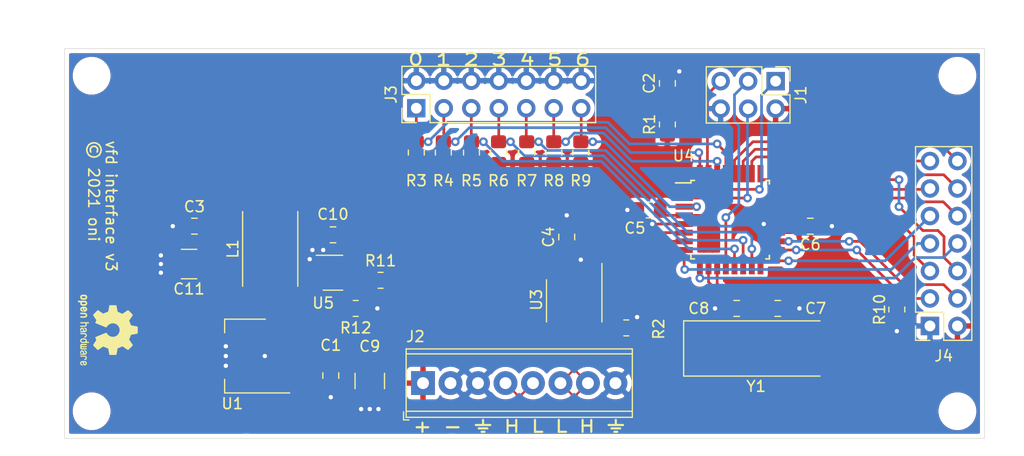
<source format=kicad_pcb>
(kicad_pcb (version 20171130) (host pcbnew 5.99.0+really5.1.12+dfsg1-1)

  (general
    (thickness 1.6)
    (drawings 12)
    (tracks 352)
    (zones 0)
    (modules 38)
    (nets 37)
  )

  (page A4)
  (title_block
    (title "VFD Interface")
    (date 2021-12-12)
    (rev 3)
    (company "© 2021 oni")
  )

  (layers
    (0 F.Cu signal)
    (31 B.Cu signal)
    (32 B.Adhes user)
    (33 F.Adhes user)
    (34 B.Paste user)
    (35 F.Paste user)
    (36 B.SilkS user)
    (37 F.SilkS user)
    (38 B.Mask user)
    (39 F.Mask user)
    (40 Dwgs.User user)
    (41 Cmts.User user)
    (42 Eco1.User user)
    (43 Eco2.User user)
    (44 Edge.Cuts user)
    (45 Margin user)
    (46 B.CrtYd user)
    (47 F.CrtYd user)
    (48 B.Fab user hide)
    (49 F.Fab user hide)
  )

  (setup
    (last_trace_width 0.25)
    (trace_clearance 0.2)
    (zone_clearance 0.4)
    (zone_45_only no)
    (trace_min 0.2)
    (via_size 0.8)
    (via_drill 0.4)
    (via_min_size 0.4)
    (via_min_drill 0.3)
    (uvia_size 0.3)
    (uvia_drill 0.1)
    (uvias_allowed no)
    (uvia_min_size 0.2)
    (uvia_min_drill 0.1)
    (edge_width 0.05)
    (segment_width 0.2)
    (pcb_text_width 0.3)
    (pcb_text_size 1.5 1.5)
    (mod_edge_width 0.12)
    (mod_text_size 1 1)
    (mod_text_width 0.15)
    (pad_size 1.524 1.524)
    (pad_drill 0.762)
    (pad_to_mask_clearance 0)
    (aux_axis_origin 0 0)
    (visible_elements FFFFFF7F)
    (pcbplotparams
      (layerselection 0x010fc_ffffffff)
      (usegerberextensions false)
      (usegerberattributes true)
      (usegerberadvancedattributes true)
      (creategerberjobfile true)
      (excludeedgelayer true)
      (linewidth 0.100000)
      (plotframeref false)
      (viasonmask false)
      (mode 1)
      (useauxorigin false)
      (hpglpennumber 1)
      (hpglpenspeed 20)
      (hpglpendiameter 15.000000)
      (psnegative false)
      (psa4output false)
      (plotreference true)
      (plotvalue true)
      (plotinvisibletext false)
      (padsonsilk false)
      (subtractmaskfromsilk true)
      (outputformat 1)
      (mirror false)
      (drillshape 0)
      (scaleselection 1)
      (outputdirectory "plot"))
  )

  (net 0 "")
  (net 1 GND)
  (net 2 +12V)
  (net 3 /~RESET)
  (net 4 +5V)
  (net 5 "Net-(C7-Pad2)")
  (net 6 "Net-(C8-Pad2)")
  (net 7 /MOSI)
  (net 8 /SCK)
  (net 9 /MISO)
  (net 10 /CAN+)
  (net 11 /CAN-)
  (net 12 /BUTTON6)
  (net 13 /BUTTON5)
  (net 14 /BUTTON4)
  (net 15 /BUTTON3)
  (net 16 /BUTTON2)
  (net 17 /BUTTON1)
  (net 18 /BUTTON0)
  (net 19 "Net-(R2-Pad1)")
  (net 20 /VFDDB7)
  (net 21 /VFDDB6)
  (net 22 /VFDDB5)
  (net 23 /VFDDB4)
  (net 24 /VFDDB3)
  (net 25 /VFDDB2)
  (net 26 /VFDDB1)
  (net 27 /VFDDB0)
  (net 28 /VFDE)
  (net 29 /VFDR~W)
  (net 30 /VFDRS)
  (net 31 /CANRX)
  (net 32 /CANTX)
  (net 33 "Net-(C10-Pad2)")
  (net 34 "Net-(C10-Pad1)")
  (net 35 "Net-(R11-Pad2)")
  (net 36 /VF~RESET)

  (net_class Default "This is the default net class."
    (clearance 0.2)
    (trace_width 0.25)
    (via_dia 0.8)
    (via_drill 0.4)
    (uvia_dia 0.3)
    (uvia_drill 0.1)
    (add_net +5V)
    (add_net /BUTTON0)
    (add_net /BUTTON1)
    (add_net /BUTTON2)
    (add_net /BUTTON3)
    (add_net /BUTTON4)
    (add_net /BUTTON5)
    (add_net /BUTTON6)
    (add_net /CAN+)
    (add_net /CAN-)
    (add_net /CANRX)
    (add_net /CANTX)
    (add_net /MISO)
    (add_net /MOSI)
    (add_net /SCK)
    (add_net /VFDDB0)
    (add_net /VFDDB1)
    (add_net /VFDDB2)
    (add_net /VFDDB3)
    (add_net /VFDDB4)
    (add_net /VFDDB5)
    (add_net /VFDDB6)
    (add_net /VFDDB7)
    (add_net /VFDE)
    (add_net /VFDRS)
    (add_net /VFDR~W)
    (add_net /VF~RESET)
    (add_net /~RESET)
    (add_net GND)
    (add_net "Net-(C10-Pad1)")
    (add_net "Net-(C10-Pad2)")
    (add_net "Net-(C7-Pad2)")
    (add_net "Net-(C8-Pad2)")
    (add_net "Net-(R11-Pad2)")
    (add_net "Net-(R2-Pad1)")
    (add_net "Net-(U3-Pad5)")
    (add_net "Net-(U4-Pad21)")
    (add_net "Net-(U5-Pad5)")
  )

  (net_class Power ""
    (clearance 0.2)
    (trace_width 0.4)
    (via_dia 1)
    (via_drill 0.6)
    (uvia_dia 0.3)
    (uvia_drill 0.1)
    (add_net +12V)
  )

  (module Inductor_SMD:L_Taiyo-Yuden_NR-50xx_HandSoldering (layer F.Cu) (tedit 5990349D) (tstamp 616FDBF5)
    (at 125 100.1 90)
    (descr "Inductor, Taiyo Yuden, NR series, Taiyo-Yuden_NR-50xx, 4.9mmx4.9mm")
    (tags "inductor taiyo-yuden nr smd")
    (path /6098839D)
    (attr smd)
    (fp_text reference L1 (at 0 -3.45 90) (layer F.SilkS)
      (effects (font (size 1 1) (thickness 0.15)))
    )
    (fp_text value 3.3u (at 0 3.95 90) (layer F.Fab)
      (effects (font (size 1 1) (thickness 0.15)))
    )
    (fp_text user %R (at 0 0 90) (layer F.Fab)
      (effects (font (size 1 1) (thickness 0.15)))
    )
    (fp_line (start -2.45 0) (end -2.45 -1.65) (layer F.Fab) (width 0.1))
    (fp_line (start -2.45 -1.65) (end -1.65 -2.45) (layer F.Fab) (width 0.1))
    (fp_line (start -1.65 -2.45) (end 0 -2.45) (layer F.Fab) (width 0.1))
    (fp_line (start 2.45 0) (end 2.45 -1.65) (layer F.Fab) (width 0.1))
    (fp_line (start 2.45 -1.65) (end 1.65 -2.45) (layer F.Fab) (width 0.1))
    (fp_line (start 1.65 -2.45) (end 0 -2.45) (layer F.Fab) (width 0.1))
    (fp_line (start 2.45 0) (end 2.45 1.65) (layer F.Fab) (width 0.1))
    (fp_line (start 2.45 1.65) (end 1.65 2.45) (layer F.Fab) (width 0.1))
    (fp_line (start 1.65 2.45) (end 0 2.45) (layer F.Fab) (width 0.1))
    (fp_line (start -2.45 0) (end -2.45 1.65) (layer F.Fab) (width 0.1))
    (fp_line (start -2.45 1.65) (end -1.65 2.45) (layer F.Fab) (width 0.1))
    (fp_line (start -1.65 2.45) (end 0 2.45) (layer F.Fab) (width 0.1))
    (fp_line (start -3.45 -2.55) (end 3.45 -2.55) (layer F.SilkS) (width 0.12))
    (fp_line (start -3.45 2.55) (end 3.45 2.55) (layer F.SilkS) (width 0.12))
    (fp_line (start -3.75 -2.75) (end -3.75 2.75) (layer F.CrtYd) (width 0.05))
    (fp_line (start -3.75 2.75) (end 3.75 2.75) (layer F.CrtYd) (width 0.05))
    (fp_line (start 3.75 2.75) (end 3.75 -2.75) (layer F.CrtYd) (width 0.05))
    (fp_line (start 3.75 -2.75) (end -3.75 -2.75) (layer F.CrtYd) (width 0.05))
    (pad 2 smd rect (at 2.25 0 90) (size 2.4 4.2) (layers F.Cu F.Paste F.Mask)
      (net 4 +5V))
    (pad 1 smd rect (at -2.25 0 90) (size 2.4 4.2) (layers F.Cu F.Paste F.Mask)
      (net 33 "Net-(C10-Pad2)"))
    (model ${KISYS3DMOD}/Inductor_SMD.3dshapes/L_Taiyo-Yuden_NR-50xx.wrl
      (at (xyz 0 0 0))
      (scale (xyz 1 1 1))
      (rotate (xyz 0 0 0))
    )
  )

  (module Resistor_SMD:R_0805_2012Metric_Pad1.20x1.40mm_HandSolder (layer F.Cu) (tedit 5F68FEEE) (tstamp 61B5F7DA)
    (at 182.9 105.7 270)
    (descr "Resistor SMD 0805 (2012 Metric), square (rectangular) end terminal, IPC_7351 nominal with elongated pad for handsoldering. (Body size source: IPC-SM-782 page 72, https://www.pcb-3d.com/wordpress/wp-content/uploads/ipc-sm-782a_amendment_1_and_2.pdf), generated with kicad-footprint-generator")
    (tags "resistor handsolder")
    (path /61B6A1DD)
    (attr smd)
    (fp_text reference R10 (at 0 1.6 90) (layer F.SilkS)
      (effects (font (size 1 1) (thickness 0.15)))
    )
    (fp_text value 1k (at 0 1.65 90) (layer F.Fab)
      (effects (font (size 1 1) (thickness 0.15)))
    )
    (fp_line (start 1.85 0.95) (end -1.85 0.95) (layer F.CrtYd) (width 0.05))
    (fp_line (start 1.85 -0.95) (end 1.85 0.95) (layer F.CrtYd) (width 0.05))
    (fp_line (start -1.85 -0.95) (end 1.85 -0.95) (layer F.CrtYd) (width 0.05))
    (fp_line (start -1.85 0.95) (end -1.85 -0.95) (layer F.CrtYd) (width 0.05))
    (fp_line (start -0.227064 0.735) (end 0.227064 0.735) (layer F.SilkS) (width 0.12))
    (fp_line (start -0.227064 -0.735) (end 0.227064 -0.735) (layer F.SilkS) (width 0.12))
    (fp_line (start 1 0.625) (end -1 0.625) (layer F.Fab) (width 0.1))
    (fp_line (start 1 -0.625) (end 1 0.625) (layer F.Fab) (width 0.1))
    (fp_line (start -1 -0.625) (end 1 -0.625) (layer F.Fab) (width 0.1))
    (fp_line (start -1 0.625) (end -1 -0.625) (layer F.Fab) (width 0.1))
    (fp_text user %R (at 0 0 90) (layer F.Fab)
      (effects (font (size 0.5 0.5) (thickness 0.08)))
    )
    (pad 2 smd roundrect (at 1 0 270) (size 1.2 1.4) (layers F.Cu F.Paste F.Mask) (roundrect_rratio 0.2083325)
      (net 1 GND))
    (pad 1 smd roundrect (at -1 0 270) (size 1.2 1.4) (layers F.Cu F.Paste F.Mask) (roundrect_rratio 0.2083325)
      (net 36 /VF~RESET))
    (model ${KISYS3DMOD}/Resistor_SMD.3dshapes/R_0805_2012Metric.wrl
      (at (xyz 0 0 0))
      (scale (xyz 1 1 1))
      (rotate (xyz 0 0 0))
    )
  )

  (module Connector_PinHeader_2.54mm:PinHeader_2x07_P2.54mm_Vertical (layer F.Cu) (tedit 59FED5CC) (tstamp 607E1173)
    (at 138.5 87.1 90)
    (descr "Through hole straight pin header, 2x07, 2.54mm pitch, double rows")
    (tags "Through hole pin header THT 2x07 2.54mm double row")
    (path /60408E13)
    (fp_text reference J3 (at 1.27 -2.33 90) (layer F.SilkS)
      (effects (font (size 1 1) (thickness 0.15)))
    )
    (fp_text value BUTTONS (at 1.27 17.57 90) (layer F.Fab)
      (effects (font (size 1 1) (thickness 0.15)))
    )
    (fp_line (start 4.35 -1.8) (end -1.8 -1.8) (layer F.CrtYd) (width 0.05))
    (fp_line (start 4.35 17.05) (end 4.35 -1.8) (layer F.CrtYd) (width 0.05))
    (fp_line (start -1.8 17.05) (end 4.35 17.05) (layer F.CrtYd) (width 0.05))
    (fp_line (start -1.8 -1.8) (end -1.8 17.05) (layer F.CrtYd) (width 0.05))
    (fp_line (start -1.33 -1.33) (end 0 -1.33) (layer F.SilkS) (width 0.12))
    (fp_line (start -1.33 0) (end -1.33 -1.33) (layer F.SilkS) (width 0.12))
    (fp_line (start 1.27 -1.33) (end 3.87 -1.33) (layer F.SilkS) (width 0.12))
    (fp_line (start 1.27 1.27) (end 1.27 -1.33) (layer F.SilkS) (width 0.12))
    (fp_line (start -1.33 1.27) (end 1.27 1.27) (layer F.SilkS) (width 0.12))
    (fp_line (start 3.87 -1.33) (end 3.87 16.57) (layer F.SilkS) (width 0.12))
    (fp_line (start -1.33 1.27) (end -1.33 16.57) (layer F.SilkS) (width 0.12))
    (fp_line (start -1.33 16.57) (end 3.87 16.57) (layer F.SilkS) (width 0.12))
    (fp_line (start -1.27 0) (end 0 -1.27) (layer F.Fab) (width 0.1))
    (fp_line (start -1.27 16.51) (end -1.27 0) (layer F.Fab) (width 0.1))
    (fp_line (start 3.81 16.51) (end -1.27 16.51) (layer F.Fab) (width 0.1))
    (fp_line (start 3.81 -1.27) (end 3.81 16.51) (layer F.Fab) (width 0.1))
    (fp_line (start 0 -1.27) (end 3.81 -1.27) (layer F.Fab) (width 0.1))
    (fp_text user %R (at 1.27 7.62) (layer F.Fab)
      (effects (font (size 1 1) (thickness 0.15)))
    )
    (pad 14 thru_hole oval (at 2.54 15.24 90) (size 1.7 1.7) (drill 1) (layers *.Cu *.Mask)
      (net 1 GND))
    (pad 13 thru_hole oval (at 0 15.24 90) (size 1.7 1.7) (drill 1) (layers *.Cu *.Mask)
      (net 12 /BUTTON6))
    (pad 12 thru_hole oval (at 2.54 12.7 90) (size 1.7 1.7) (drill 1) (layers *.Cu *.Mask)
      (net 1 GND))
    (pad 11 thru_hole oval (at 0 12.7 90) (size 1.7 1.7) (drill 1) (layers *.Cu *.Mask)
      (net 13 /BUTTON5))
    (pad 10 thru_hole oval (at 2.54 10.16 90) (size 1.7 1.7) (drill 1) (layers *.Cu *.Mask)
      (net 1 GND))
    (pad 9 thru_hole oval (at 0 10.16 90) (size 1.7 1.7) (drill 1) (layers *.Cu *.Mask)
      (net 14 /BUTTON4))
    (pad 8 thru_hole oval (at 2.54 7.62 90) (size 1.7 1.7) (drill 1) (layers *.Cu *.Mask)
      (net 1 GND))
    (pad 7 thru_hole oval (at 0 7.62 90) (size 1.7 1.7) (drill 1) (layers *.Cu *.Mask)
      (net 15 /BUTTON3))
    (pad 6 thru_hole oval (at 2.54 5.08 90) (size 1.7 1.7) (drill 1) (layers *.Cu *.Mask)
      (net 1 GND))
    (pad 5 thru_hole oval (at 0 5.08 90) (size 1.7 1.7) (drill 1) (layers *.Cu *.Mask)
      (net 16 /BUTTON2))
    (pad 4 thru_hole oval (at 2.54 2.54 90) (size 1.7 1.7) (drill 1) (layers *.Cu *.Mask)
      (net 1 GND))
    (pad 3 thru_hole oval (at 0 2.54 90) (size 1.7 1.7) (drill 1) (layers *.Cu *.Mask)
      (net 17 /BUTTON1))
    (pad 2 thru_hole oval (at 2.54 0 90) (size 1.7 1.7) (drill 1) (layers *.Cu *.Mask)
      (net 1 GND))
    (pad 1 thru_hole rect (at 0 0 90) (size 1.7 1.7) (drill 1) (layers *.Cu *.Mask)
      (net 18 /BUTTON0))
    (model ${KISYS3DMOD}/Connector_PinHeader_2.54mm.3dshapes/PinHeader_2x07_P2.54mm_Vertical.wrl
      (at (xyz 0 0 0))
      (scale (xyz 1 1 1))
      (rotate (xyz 0 0 0))
    )
  )

  (module Capacitor_SMD:C_1210_3225Metric_Pad1.33x2.70mm_HandSolder (layer F.Cu) (tedit 5F68FEEF) (tstamp 616FDA56)
    (at 134.2 112.3 270)
    (descr "Capacitor SMD 1210 (3225 Metric), square (rectangular) end terminal, IPC_7351 nominal with elongated pad for handsoldering. (Body size source: IPC-SM-782 page 76, https://www.pcb-3d.com/wordpress/wp-content/uploads/ipc-sm-782a_amendment_1_and_2.pdf), generated with kicad-footprint-generator")
    (tags "capacitor handsolder")
    (path /609876B1)
    (attr smd)
    (fp_text reference C9 (at -3.2 0 180) (layer F.SilkS)
      (effects (font (size 1 1) (thickness 0.15)))
    )
    (fp_text value 10u (at 0 2.3 90) (layer F.Fab)
      (effects (font (size 1 1) (thickness 0.15)))
    )
    (fp_line (start -1.6 1.25) (end -1.6 -1.25) (layer F.Fab) (width 0.1))
    (fp_line (start -1.6 -1.25) (end 1.6 -1.25) (layer F.Fab) (width 0.1))
    (fp_line (start 1.6 -1.25) (end 1.6 1.25) (layer F.Fab) (width 0.1))
    (fp_line (start 1.6 1.25) (end -1.6 1.25) (layer F.Fab) (width 0.1))
    (fp_line (start -0.711252 -1.36) (end 0.711252 -1.36) (layer F.SilkS) (width 0.12))
    (fp_line (start -0.711252 1.36) (end 0.711252 1.36) (layer F.SilkS) (width 0.12))
    (fp_line (start -2.48 1.6) (end -2.48 -1.6) (layer F.CrtYd) (width 0.05))
    (fp_line (start -2.48 -1.6) (end 2.48 -1.6) (layer F.CrtYd) (width 0.05))
    (fp_line (start 2.48 -1.6) (end 2.48 1.6) (layer F.CrtYd) (width 0.05))
    (fp_line (start 2.48 1.6) (end -2.48 1.6) (layer F.CrtYd) (width 0.05))
    (fp_text user %R (at 0 0 90) (layer F.Fab)
      (effects (font (size 0.8 0.8) (thickness 0.12)))
    )
    (pad 2 smd roundrect (at 1.5625 0 270) (size 1.325 2.7) (layers F.Cu F.Paste F.Mask) (roundrect_rratio 0.1886769811320755)
      (net 1 GND))
    (pad 1 smd roundrect (at -1.5625 0 270) (size 1.325 2.7) (layers F.Cu F.Paste F.Mask) (roundrect_rratio 0.1886769811320755)
      (net 2 +12V))
    (model ${KISYS3DMOD}/Capacitor_SMD.3dshapes/C_1210_3225Metric.wrl
      (at (xyz 0 0 0))
      (scale (xyz 1 1 1))
      (rotate (xyz 0 0 0))
    )
  )

  (module Capacitor_SMD:C_1210_3225Metric_Pad1.33x2.70mm_HandSolder (layer F.Cu) (tedit 5F68FEEF) (tstamp 616FDA78)
    (at 117.5 101.5 180)
    (descr "Capacitor SMD 1210 (3225 Metric), square (rectangular) end terminal, IPC_7351 nominal with elongated pad for handsoldering. (Body size source: IPC-SM-782 page 76, https://www.pcb-3d.com/wordpress/wp-content/uploads/ipc-sm-782a_amendment_1_and_2.pdf), generated with kicad-footprint-generator")
    (tags "capacitor handsolder")
    (path /60987A56)
    (attr smd)
    (fp_text reference C11 (at 0 -2.3) (layer F.SilkS)
      (effects (font (size 1 1) (thickness 0.15)))
    )
    (fp_text value 22u (at 0 2.3) (layer F.Fab)
      (effects (font (size 1 1) (thickness 0.15)))
    )
    (fp_line (start -1.6 1.25) (end -1.6 -1.25) (layer F.Fab) (width 0.1))
    (fp_line (start -1.6 -1.25) (end 1.6 -1.25) (layer F.Fab) (width 0.1))
    (fp_line (start 1.6 -1.25) (end 1.6 1.25) (layer F.Fab) (width 0.1))
    (fp_line (start 1.6 1.25) (end -1.6 1.25) (layer F.Fab) (width 0.1))
    (fp_line (start -0.711252 -1.36) (end 0.711252 -1.36) (layer F.SilkS) (width 0.12))
    (fp_line (start -0.711252 1.36) (end 0.711252 1.36) (layer F.SilkS) (width 0.12))
    (fp_line (start -2.48 1.6) (end -2.48 -1.6) (layer F.CrtYd) (width 0.05))
    (fp_line (start -2.48 -1.6) (end 2.48 -1.6) (layer F.CrtYd) (width 0.05))
    (fp_line (start 2.48 -1.6) (end 2.48 1.6) (layer F.CrtYd) (width 0.05))
    (fp_line (start 2.48 1.6) (end -2.48 1.6) (layer F.CrtYd) (width 0.05))
    (fp_text user %R (at 0 0) (layer F.Fab)
      (effects (font (size 0.8 0.8) (thickness 0.12)))
    )
    (pad 2 smd roundrect (at 1.5625 0 180) (size 1.325 2.7) (layers F.Cu F.Paste F.Mask) (roundrect_rratio 0.1886769811320755)
      (net 1 GND))
    (pad 1 smd roundrect (at -1.5625 0 180) (size 1.325 2.7) (layers F.Cu F.Paste F.Mask) (roundrect_rratio 0.1886769811320755)
      (net 4 +5V))
    (model ${KISYS3DMOD}/Capacitor_SMD.3dshapes/C_1210_3225Metric.wrl
      (at (xyz 0 0 0))
      (scale (xyz 1 1 1))
      (rotate (xyz 0 0 0))
    )
  )

  (module Crystal:Crystal_SMD_HC49-SD (layer F.Cu) (tedit 5A1AD52C) (tstamp 607E0D37)
    (at 169.9 109.3)
    (descr "SMD Crystal HC-49-SD http://cdn-reichelt.de/documents/datenblatt/B400/xxx-HC49-SMD.pdf, 11.4x4.7mm^2 package")
    (tags "SMD SMT crystal")
    (path /603F2D14)
    (attr smd)
    (fp_text reference Y1 (at 0 3.5) (layer F.SilkS)
      (effects (font (size 1 1) (thickness 0.15)))
    )
    (fp_text value 16MHz (at 0 3.55) (layer F.Fab)
      (effects (font (size 1 1) (thickness 0.15)))
    )
    (fp_line (start -5.7 -2.35) (end -5.7 2.35) (layer F.Fab) (width 0.1))
    (fp_line (start -5.7 2.35) (end 5.7 2.35) (layer F.Fab) (width 0.1))
    (fp_line (start 5.7 2.35) (end 5.7 -2.35) (layer F.Fab) (width 0.1))
    (fp_line (start 5.7 -2.35) (end -5.7 -2.35) (layer F.Fab) (width 0.1))
    (fp_line (start -3.015 -2.115) (end 3.015 -2.115) (layer F.Fab) (width 0.1))
    (fp_line (start -3.015 2.115) (end 3.015 2.115) (layer F.Fab) (width 0.1))
    (fp_line (start 5.9 -2.55) (end -6.7 -2.55) (layer F.SilkS) (width 0.12))
    (fp_line (start -6.7 -2.55) (end -6.7 2.55) (layer F.SilkS) (width 0.12))
    (fp_line (start -6.7 2.55) (end 5.9 2.55) (layer F.SilkS) (width 0.12))
    (fp_line (start -6.8 -2.6) (end -6.8 2.6) (layer F.CrtYd) (width 0.05))
    (fp_line (start -6.8 2.6) (end 6.8 2.6) (layer F.CrtYd) (width 0.05))
    (fp_line (start 6.8 2.6) (end 6.8 -2.6) (layer F.CrtYd) (width 0.05))
    (fp_line (start 6.8 -2.6) (end -6.8 -2.6) (layer F.CrtYd) (width 0.05))
    (fp_arc (start 3.015 0) (end 3.015 -2.115) (angle 180) (layer F.Fab) (width 0.1))
    (fp_arc (start -3.015 0) (end -3.015 -2.115) (angle -180) (layer F.Fab) (width 0.1))
    (fp_text user %R (at 0 0) (layer F.Fab)
      (effects (font (size 1 1) (thickness 0.15)))
    )
    (pad 2 smd rect (at 4.25 0) (size 4.5 2) (layers F.Cu F.Paste F.Mask)
      (net 5 "Net-(C7-Pad2)"))
    (pad 1 smd rect (at -4.25 0) (size 4.5 2) (layers F.Cu F.Paste F.Mask)
      (net 6 "Net-(C8-Pad2)"))
    (model ${KISYS3DMOD}/Crystal.3dshapes/Crystal_SMD_HC49-SD.wrl
      (at (xyz 0 0 0))
      (scale (xyz 1 1 1))
      (rotate (xyz 0 0 0))
    )
  )

  (module Package_TO_SOT_SMD:SOT-23-6 (layer F.Cu) (tedit 5A02FF57) (tstamp 616FDE55)
    (at 130.8 102.3)
    (descr "6-pin SOT-23 package")
    (tags SOT-23-6)
    (path /616FC5FB)
    (attr smd)
    (fp_text reference U5 (at -0.9 2.8) (layer F.SilkS)
      (effects (font (size 1 1) (thickness 0.15)))
    )
    (fp_text value " ‎AP62150WU" (at 0 2.9) (layer F.Fab)
      (effects (font (size 1 1) (thickness 0.15)))
    )
    (fp_line (start 0.9 -1.55) (end 0.9 1.55) (layer F.Fab) (width 0.1))
    (fp_line (start 0.9 1.55) (end -0.9 1.55) (layer F.Fab) (width 0.1))
    (fp_line (start -0.9 -0.9) (end -0.9 1.55) (layer F.Fab) (width 0.1))
    (fp_line (start 0.9 -1.55) (end -0.25 -1.55) (layer F.Fab) (width 0.1))
    (fp_line (start -0.9 -0.9) (end -0.25 -1.55) (layer F.Fab) (width 0.1))
    (fp_line (start -1.9 -1.8) (end -1.9 1.8) (layer F.CrtYd) (width 0.05))
    (fp_line (start -1.9 1.8) (end 1.9 1.8) (layer F.CrtYd) (width 0.05))
    (fp_line (start 1.9 1.8) (end 1.9 -1.8) (layer F.CrtYd) (width 0.05))
    (fp_line (start 1.9 -1.8) (end -1.9 -1.8) (layer F.CrtYd) (width 0.05))
    (fp_line (start 0.9 -1.61) (end -1.55 -1.61) (layer F.SilkS) (width 0.12))
    (fp_line (start -0.9 1.61) (end 0.9 1.61) (layer F.SilkS) (width 0.12))
    (fp_text user %R (at 0 0 90) (layer F.Fab)
      (effects (font (size 0.5 0.5) (thickness 0.075)))
    )
    (pad 5 smd rect (at 1.1 0) (size 1.06 0.65) (layers F.Cu F.Paste F.Mask))
    (pad 6 smd rect (at 1.1 -0.95) (size 1.06 0.65) (layers F.Cu F.Paste F.Mask)
      (net 34 "Net-(C10-Pad1)"))
    (pad 4 smd rect (at 1.1 0.95) (size 1.06 0.65) (layers F.Cu F.Paste F.Mask)
      (net 35 "Net-(R11-Pad2)"))
    (pad 3 smd rect (at -1.1 0.95) (size 1.06 0.65) (layers F.Cu F.Paste F.Mask)
      (net 2 +12V))
    (pad 2 smd rect (at -1.1 0) (size 1.06 0.65) (layers F.Cu F.Paste F.Mask)
      (net 33 "Net-(C10-Pad2)"))
    (pad 1 smd rect (at -1.1 -0.95) (size 1.06 0.65) (layers F.Cu F.Paste F.Mask)
      (net 1 GND))
    (model ${KISYS3DMOD}/Package_TO_SOT_SMD.3dshapes/SOT-23-6.wrl
      (at (xyz 0 0 0))
      (scale (xyz 1 1 1))
      (rotate (xyz 0 0 0))
    )
  )

  (module Resistor_SMD:R_0805_2012Metric_Pad1.20x1.40mm_HandSolder (layer F.Cu) (tedit 5F68FEEE) (tstamp 616FDD77)
    (at 132.9 105.6)
    (descr "Resistor SMD 0805 (2012 Metric), square (rectangular) end terminal, IPC_7351 nominal with elongated pad for handsoldering. (Body size source: IPC-SM-782 page 72, https://www.pcb-3d.com/wordpress/wp-content/uploads/ipc-sm-782a_amendment_1_and_2.pdf), generated with kicad-footprint-generator")
    (tags "resistor handsolder")
    (path /60988FF2)
    (attr smd)
    (fp_text reference R12 (at 0 1.8) (layer F.SilkS)
      (effects (font (size 1 1) (thickness 0.15)))
    )
    (fp_text value 10k (at 0 1.65) (layer F.Fab)
      (effects (font (size 1 1) (thickness 0.15)))
    )
    (fp_line (start 1.85 0.95) (end -1.85 0.95) (layer F.CrtYd) (width 0.05))
    (fp_line (start 1.85 -0.95) (end 1.85 0.95) (layer F.CrtYd) (width 0.05))
    (fp_line (start -1.85 -0.95) (end 1.85 -0.95) (layer F.CrtYd) (width 0.05))
    (fp_line (start -1.85 0.95) (end -1.85 -0.95) (layer F.CrtYd) (width 0.05))
    (fp_line (start -0.227064 0.735) (end 0.227064 0.735) (layer F.SilkS) (width 0.12))
    (fp_line (start -0.227064 -0.735) (end 0.227064 -0.735) (layer F.SilkS) (width 0.12))
    (fp_line (start 1 0.625) (end -1 0.625) (layer F.Fab) (width 0.1))
    (fp_line (start 1 -0.625) (end 1 0.625) (layer F.Fab) (width 0.1))
    (fp_line (start -1 -0.625) (end 1 -0.625) (layer F.Fab) (width 0.1))
    (fp_line (start -1 0.625) (end -1 -0.625) (layer F.Fab) (width 0.1))
    (fp_text user %R (at 0 0) (layer F.Fab)
      (effects (font (size 0.5 0.5) (thickness 0.08)))
    )
    (pad 2 smd roundrect (at 1 0) (size 1.2 1.4) (layers F.Cu F.Paste F.Mask) (roundrect_rratio 0.2083325)
      (net 1 GND))
    (pad 1 smd roundrect (at -1 0) (size 1.2 1.4) (layers F.Cu F.Paste F.Mask) (roundrect_rratio 0.2083325)
      (net 35 "Net-(R11-Pad2)"))
    (model ${KISYS3DMOD}/Resistor_SMD.3dshapes/R_0805_2012Metric.wrl
      (at (xyz 0 0 0))
      (scale (xyz 1 1 1))
      (rotate (xyz 0 0 0))
    )
  )

  (module Resistor_SMD:R_0805_2012Metric_Pad1.20x1.40mm_HandSolder (layer F.Cu) (tedit 5F68FEEE) (tstamp 616FDD66)
    (at 135.2 103 180)
    (descr "Resistor SMD 0805 (2012 Metric), square (rectangular) end terminal, IPC_7351 nominal with elongated pad for handsoldering. (Body size source: IPC-SM-782 page 72, https://www.pcb-3d.com/wordpress/wp-content/uploads/ipc-sm-782a_amendment_1_and_2.pdf), generated with kicad-footprint-generator")
    (tags "resistor handsolder")
    (path /60988D60)
    (attr smd)
    (fp_text reference R11 (at 0 1.8) (layer F.SilkS)
      (effects (font (size 1 1) (thickness 0.15)))
    )
    (fp_text value 52k3 (at 0 1.65) (layer F.Fab)
      (effects (font (size 1 1) (thickness 0.15)))
    )
    (fp_line (start 1.85 0.95) (end -1.85 0.95) (layer F.CrtYd) (width 0.05))
    (fp_line (start 1.85 -0.95) (end 1.85 0.95) (layer F.CrtYd) (width 0.05))
    (fp_line (start -1.85 -0.95) (end 1.85 -0.95) (layer F.CrtYd) (width 0.05))
    (fp_line (start -1.85 0.95) (end -1.85 -0.95) (layer F.CrtYd) (width 0.05))
    (fp_line (start -0.227064 0.735) (end 0.227064 0.735) (layer F.SilkS) (width 0.12))
    (fp_line (start -0.227064 -0.735) (end 0.227064 -0.735) (layer F.SilkS) (width 0.12))
    (fp_line (start 1 0.625) (end -1 0.625) (layer F.Fab) (width 0.1))
    (fp_line (start 1 -0.625) (end 1 0.625) (layer F.Fab) (width 0.1))
    (fp_line (start -1 -0.625) (end 1 -0.625) (layer F.Fab) (width 0.1))
    (fp_line (start -1 0.625) (end -1 -0.625) (layer F.Fab) (width 0.1))
    (fp_text user %R (at 0 0) (layer F.Fab)
      (effects (font (size 0.5 0.5) (thickness 0.08)))
    )
    (pad 2 smd roundrect (at 1 0 180) (size 1.2 1.4) (layers F.Cu F.Paste F.Mask) (roundrect_rratio 0.2083325)
      (net 35 "Net-(R11-Pad2)"))
    (pad 1 smd roundrect (at -1 0 180) (size 1.2 1.4) (layers F.Cu F.Paste F.Mask) (roundrect_rratio 0.2083325)
      (net 4 +5V))
    (model ${KISYS3DMOD}/Resistor_SMD.3dshapes/R_0805_2012Metric.wrl
      (at (xyz 0 0 0))
      (scale (xyz 1 1 1))
      (rotate (xyz 0 0 0))
    )
  )

  (module Capacitor_SMD:C_0805_2012Metric_Pad1.18x1.45mm_HandSolder (layer F.Cu) (tedit 5F68FEEF) (tstamp 616FDA67)
    (at 130.8 98.8 180)
    (descr "Capacitor SMD 0805 (2012 Metric), square (rectangular) end terminal, IPC_7351 nominal with elongated pad for handsoldering. (Body size source: IPC-SM-782 page 76, https://www.pcb-3d.com/wordpress/wp-content/uploads/ipc-sm-782a_amendment_1_and_2.pdf, https://docs.google.com/spreadsheets/d/1BsfQQcO9C6DZCsRaXUlFlo91Tg2WpOkGARC1WS5S8t0/edit?usp=sharing), generated with kicad-footprint-generator")
    (tags "capacitor handsolder")
    (path /60988B02)
    (attr smd)
    (fp_text reference C10 (at 0 1.9) (layer F.SilkS)
      (effects (font (size 1 1) (thickness 0.15)))
    )
    (fp_text value 100n (at 0 1.68) (layer F.Fab)
      (effects (font (size 1 1) (thickness 0.15)))
    )
    (fp_line (start 1.88 0.98) (end -1.88 0.98) (layer F.CrtYd) (width 0.05))
    (fp_line (start 1.88 -0.98) (end 1.88 0.98) (layer F.CrtYd) (width 0.05))
    (fp_line (start -1.88 -0.98) (end 1.88 -0.98) (layer F.CrtYd) (width 0.05))
    (fp_line (start -1.88 0.98) (end -1.88 -0.98) (layer F.CrtYd) (width 0.05))
    (fp_line (start -0.261252 0.735) (end 0.261252 0.735) (layer F.SilkS) (width 0.12))
    (fp_line (start -0.261252 -0.735) (end 0.261252 -0.735) (layer F.SilkS) (width 0.12))
    (fp_line (start 1 0.625) (end -1 0.625) (layer F.Fab) (width 0.1))
    (fp_line (start 1 -0.625) (end 1 0.625) (layer F.Fab) (width 0.1))
    (fp_line (start -1 -0.625) (end 1 -0.625) (layer F.Fab) (width 0.1))
    (fp_line (start -1 0.625) (end -1 -0.625) (layer F.Fab) (width 0.1))
    (fp_text user %R (at 0 0) (layer F.Fab)
      (effects (font (size 0.5 0.5) (thickness 0.08)))
    )
    (pad 2 smd roundrect (at 1.0375 0 180) (size 1.175 1.45) (layers F.Cu F.Paste F.Mask) (roundrect_rratio 0.2127659574468085)
      (net 33 "Net-(C10-Pad2)"))
    (pad 1 smd roundrect (at -1.0375 0 180) (size 1.175 1.45) (layers F.Cu F.Paste F.Mask) (roundrect_rratio 0.2127659574468085)
      (net 34 "Net-(C10-Pad1)"))
    (model ${KISYS3DMOD}/Capacitor_SMD.3dshapes/C_0805_2012Metric.wrl
      (at (xyz 0 0 0))
      (scale (xyz 1 1 1))
      (rotate (xyz 0 0 0))
    )
  )

  (module Symbol:OSHW-Logo2_7.3x6mm_SilkScreen (layer F.Cu) (tedit 0) (tstamp 607E0D71)
    (at 110 107.6 270)
    (descr "Open Source Hardware Symbol")
    (tags "Logo Symbol OSHW")
    (path /6046A7CD)
    (attr virtual)
    (fp_text reference LOGO1 (at 0 0 90) (layer F.SilkS) hide
      (effects (font (size 1 1) (thickness 0.15)))
    )
    (fp_text value Logo_Open_Hardware_Small (at 0.75 0 90) (layer F.Fab) hide
      (effects (font (size 1 1) (thickness 0.15)))
    )
    (fp_poly (pts (xy -2.400256 1.919918) (xy -2.344799 1.947568) (xy -2.295852 1.99848) (xy -2.282371 2.017338)
      (xy -2.267686 2.042015) (xy -2.258158 2.068816) (xy -2.252707 2.104587) (xy -2.250253 2.156169)
      (xy -2.249714 2.224267) (xy -2.252148 2.317588) (xy -2.260606 2.387657) (xy -2.276826 2.439931)
      (xy -2.302546 2.479869) (xy -2.339503 2.512929) (xy -2.342218 2.514886) (xy -2.37864 2.534908)
      (xy -2.422498 2.544815) (xy -2.478276 2.547257) (xy -2.568952 2.547257) (xy -2.56899 2.635283)
      (xy -2.569834 2.684308) (xy -2.574976 2.713065) (xy -2.588413 2.730311) (xy -2.614142 2.744808)
      (xy -2.620321 2.747769) (xy -2.649236 2.761648) (xy -2.671624 2.770414) (xy -2.688271 2.771171)
      (xy -2.699964 2.761023) (xy -2.70749 2.737073) (xy -2.711634 2.696426) (xy -2.713185 2.636186)
      (xy -2.712929 2.553455) (xy -2.711651 2.445339) (xy -2.711252 2.413) (xy -2.709815 2.301524)
      (xy -2.708528 2.228603) (xy -2.569029 2.228603) (xy -2.568245 2.290499) (xy -2.56476 2.330997)
      (xy -2.556876 2.357708) (xy -2.542895 2.378244) (xy -2.533403 2.38826) (xy -2.494596 2.417567)
      (xy -2.460237 2.419952) (xy -2.424784 2.39575) (xy -2.423886 2.394857) (xy -2.409461 2.376153)
      (xy -2.400687 2.350732) (xy -2.396261 2.311584) (xy -2.394882 2.251697) (xy -2.394857 2.23843)
      (xy -2.398188 2.155901) (xy -2.409031 2.098691) (xy -2.42866 2.063766) (xy -2.45835 2.048094)
      (xy -2.475509 2.046514) (xy -2.516234 2.053926) (xy -2.544168 2.07833) (xy -2.560983 2.12298)
      (xy -2.56835 2.19113) (xy -2.569029 2.228603) (xy -2.708528 2.228603) (xy -2.708292 2.215245)
      (xy -2.706323 2.150333) (xy -2.70355 2.102958) (xy -2.699612 2.06929) (xy -2.694151 2.045498)
      (xy -2.686808 2.027753) (xy -2.677223 2.012224) (xy -2.673113 2.006381) (xy -2.618595 1.951185)
      (xy -2.549664 1.91989) (xy -2.469928 1.911165) (xy -2.400256 1.919918)) (layer F.SilkS) (width 0.01))
    (fp_poly (pts (xy -1.283907 1.92778) (xy -1.237328 1.954723) (xy -1.204943 1.981466) (xy -1.181258 2.009484)
      (xy -1.164941 2.043748) (xy -1.154661 2.089227) (xy -1.149086 2.150892) (xy -1.146884 2.233711)
      (xy -1.146629 2.293246) (xy -1.146629 2.512391) (xy -1.208314 2.540044) (xy -1.27 2.567697)
      (xy -1.277257 2.32767) (xy -1.280256 2.238028) (xy -1.283402 2.172962) (xy -1.287299 2.128026)
      (xy -1.292553 2.09877) (xy -1.299769 2.080748) (xy -1.30955 2.069511) (xy -1.312688 2.067079)
      (xy -1.360239 2.048083) (xy -1.408303 2.0556) (xy -1.436914 2.075543) (xy -1.448553 2.089675)
      (xy -1.456609 2.10822) (xy -1.461729 2.136334) (xy -1.464559 2.179173) (xy -1.465744 2.241895)
      (xy -1.465943 2.307261) (xy -1.465982 2.389268) (xy -1.467386 2.447316) (xy -1.472086 2.486465)
      (xy -1.482013 2.51178) (xy -1.499097 2.528323) (xy -1.525268 2.541156) (xy -1.560225 2.554491)
      (xy -1.598404 2.569007) (xy -1.593859 2.311389) (xy -1.592029 2.218519) (xy -1.589888 2.149889)
      (xy -1.586819 2.100711) (xy -1.582206 2.066198) (xy -1.575432 2.041562) (xy -1.565881 2.022016)
      (xy -1.554366 2.00477) (xy -1.49881 1.94968) (xy -1.43102 1.917822) (xy -1.357287 1.910191)
      (xy -1.283907 1.92778)) (layer F.SilkS) (width 0.01))
    (fp_poly (pts (xy -2.958885 1.921962) (xy -2.890855 1.957733) (xy -2.840649 2.015301) (xy -2.822815 2.052312)
      (xy -2.808937 2.107882) (xy -2.801833 2.178096) (xy -2.80116 2.254727) (xy -2.806573 2.329552)
      (xy -2.81773 2.394342) (xy -2.834286 2.440873) (xy -2.839374 2.448887) (xy -2.899645 2.508707)
      (xy -2.971231 2.544535) (xy -3.048908 2.55502) (xy -3.127452 2.53881) (xy -3.149311 2.529092)
      (xy -3.191878 2.499143) (xy -3.229237 2.459433) (xy -3.232768 2.454397) (xy -3.247119 2.430124)
      (xy -3.256606 2.404178) (xy -3.26221 2.370022) (xy -3.264914 2.321119) (xy -3.265701 2.250935)
      (xy -3.265714 2.2352) (xy -3.265678 2.230192) (xy -3.120571 2.230192) (xy -3.119727 2.29643)
      (xy -3.116404 2.340386) (xy -3.109417 2.368779) (xy -3.097584 2.388325) (xy -3.091543 2.394857)
      (xy -3.056814 2.41968) (xy -3.023097 2.418548) (xy -2.989005 2.397016) (xy -2.968671 2.374029)
      (xy -2.956629 2.340478) (xy -2.949866 2.287569) (xy -2.949402 2.281399) (xy -2.948248 2.185513)
      (xy -2.960312 2.114299) (xy -2.98543 2.068194) (xy -3.02344 2.047635) (xy -3.037008 2.046514)
      (xy -3.072636 2.052152) (xy -3.097006 2.071686) (xy -3.111907 2.109042) (xy -3.119125 2.16815)
      (xy -3.120571 2.230192) (xy -3.265678 2.230192) (xy -3.265174 2.160413) (xy -3.262904 2.108159)
      (xy -3.257932 2.071949) (xy -3.249287 2.045299) (xy -3.235995 2.021722) (xy -3.233057 2.017338)
      (xy -3.183687 1.958249) (xy -3.129891 1.923947) (xy -3.064398 1.910331) (xy -3.042158 1.909665)
      (xy -2.958885 1.921962)) (layer F.SilkS) (width 0.01))
    (fp_poly (pts (xy -1.831697 1.931239) (xy -1.774473 1.969735) (xy -1.730251 2.025335) (xy -1.703833 2.096086)
      (xy -1.69849 2.148162) (xy -1.699097 2.169893) (xy -1.704178 2.186531) (xy -1.718145 2.201437)
      (xy -1.745411 2.217973) (xy -1.790388 2.239498) (xy -1.857489 2.269374) (xy -1.857829 2.269524)
      (xy -1.919593 2.297813) (xy -1.970241 2.322933) (xy -2.004596 2.342179) (xy -2.017482 2.352848)
      (xy -2.017486 2.352934) (xy -2.006128 2.376166) (xy -1.979569 2.401774) (xy -1.949077 2.420221)
      (xy -1.93363 2.423886) (xy -1.891485 2.411212) (xy -1.855192 2.379471) (xy -1.837483 2.344572)
      (xy -1.820448 2.318845) (xy -1.787078 2.289546) (xy -1.747851 2.264235) (xy -1.713244 2.250471)
      (xy -1.706007 2.249714) (xy -1.697861 2.26216) (xy -1.69737 2.293972) (xy -1.703357 2.336866)
      (xy -1.714643 2.382558) (xy -1.73005 2.422761) (xy -1.730829 2.424322) (xy -1.777196 2.489062)
      (xy -1.837289 2.533097) (xy -1.905535 2.554711) (xy -1.976362 2.552185) (xy -2.044196 2.523804)
      (xy -2.047212 2.521808) (xy -2.100573 2.473448) (xy -2.13566 2.410352) (xy -2.155078 2.327387)
      (xy -2.157684 2.304078) (xy -2.162299 2.194055) (xy -2.156767 2.142748) (xy -2.017486 2.142748)
      (xy -2.015676 2.174753) (xy -2.005778 2.184093) (xy -1.981102 2.177105) (xy -1.942205 2.160587)
      (xy -1.898725 2.139881) (xy -1.897644 2.139333) (xy -1.860791 2.119949) (xy -1.846 2.107013)
      (xy -1.849647 2.093451) (xy -1.865005 2.075632) (xy -1.904077 2.049845) (xy -1.946154 2.04795)
      (xy -1.983897 2.066717) (xy -2.009966 2.102915) (xy -2.017486 2.142748) (xy -2.156767 2.142748)
      (xy -2.152806 2.106027) (xy -2.12845 2.036212) (xy -2.094544 1.987302) (xy -2.033347 1.937878)
      (xy -1.965937 1.913359) (xy -1.89712 1.911797) (xy -1.831697 1.931239)) (layer F.SilkS) (width 0.01))
    (fp_poly (pts (xy -0.624114 1.851289) (xy -0.619861 1.910613) (xy -0.614975 1.945572) (xy -0.608205 1.96082)
      (xy -0.598298 1.961015) (xy -0.595086 1.959195) (xy -0.552356 1.946015) (xy -0.496773 1.946785)
      (xy -0.440263 1.960333) (xy -0.404918 1.977861) (xy -0.368679 2.005861) (xy -0.342187 2.037549)
      (xy -0.324001 2.077813) (xy -0.312678 2.131543) (xy -0.306778 2.203626) (xy -0.304857 2.298951)
      (xy -0.304823 2.317237) (xy -0.3048 2.522646) (xy -0.350509 2.53858) (xy -0.382973 2.54942)
      (xy -0.400785 2.554468) (xy -0.401309 2.554514) (xy -0.403063 2.540828) (xy -0.404556 2.503076)
      (xy -0.405674 2.446224) (xy -0.406303 2.375234) (xy -0.4064 2.332073) (xy -0.406602 2.246973)
      (xy -0.407642 2.185981) (xy -0.410169 2.144177) (xy -0.414836 2.116642) (xy -0.422293 2.098456)
      (xy -0.433189 2.084698) (xy -0.439993 2.078073) (xy -0.486728 2.051375) (xy -0.537728 2.049375)
      (xy -0.583999 2.071955) (xy -0.592556 2.080107) (xy -0.605107 2.095436) (xy -0.613812 2.113618)
      (xy -0.619369 2.139909) (xy -0.622474 2.179562) (xy -0.623824 2.237832) (xy -0.624114 2.318173)
      (xy -0.624114 2.522646) (xy -0.669823 2.53858) (xy -0.702287 2.54942) (xy -0.720099 2.554468)
      (xy -0.720623 2.554514) (xy -0.721963 2.540623) (xy -0.723172 2.501439) (xy -0.724199 2.4407)
      (xy -0.724998 2.362141) (xy -0.725519 2.269498) (xy -0.725714 2.166509) (xy -0.725714 1.769342)
      (xy -0.678543 1.749444) (xy -0.631371 1.729547) (xy -0.624114 1.851289)) (layer F.SilkS) (width 0.01))
    (fp_poly (pts (xy 0.039744 1.950968) (xy 0.096616 1.972087) (xy 0.097267 1.972493) (xy 0.13244 1.99838)
      (xy 0.158407 2.028633) (xy 0.17667 2.068058) (xy 0.188732 2.121462) (xy 0.196096 2.193651)
      (xy 0.200264 2.289432) (xy 0.200629 2.303078) (xy 0.205876 2.508842) (xy 0.161716 2.531678)
      (xy 0.129763 2.54711) (xy 0.11047 2.554423) (xy 0.109578 2.554514) (xy 0.106239 2.541022)
      (xy 0.103587 2.504626) (xy 0.101956 2.451452) (xy 0.1016 2.408393) (xy 0.101592 2.338641)
      (xy 0.098403 2.294837) (xy 0.087288 2.273944) (xy 0.063501 2.272925) (xy 0.022296 2.288741)
      (xy -0.039914 2.317815) (xy -0.085659 2.341963) (xy -0.109187 2.362913) (xy -0.116104 2.385747)
      (xy -0.116114 2.386877) (xy -0.104701 2.426212) (xy -0.070908 2.447462) (xy -0.019191 2.450539)
      (xy 0.018061 2.450006) (xy 0.037703 2.460735) (xy 0.049952 2.486505) (xy 0.057002 2.519337)
      (xy 0.046842 2.537966) (xy 0.043017 2.540632) (xy 0.007001 2.55134) (xy -0.043434 2.552856)
      (xy -0.095374 2.545759) (xy -0.132178 2.532788) (xy -0.183062 2.489585) (xy -0.211986 2.429446)
      (xy -0.217714 2.382462) (xy -0.213343 2.340082) (xy -0.197525 2.305488) (xy -0.166203 2.274763)
      (xy -0.115322 2.24399) (xy -0.040824 2.209252) (xy -0.036286 2.207288) (xy 0.030821 2.176287)
      (xy 0.072232 2.150862) (xy 0.089981 2.128014) (xy 0.086107 2.104745) (xy 0.062643 2.078056)
      (xy 0.055627 2.071914) (xy 0.00863 2.0481) (xy -0.040067 2.049103) (xy -0.082478 2.072451)
      (xy -0.110616 2.115675) (xy -0.113231 2.12416) (xy -0.138692 2.165308) (xy -0.170999 2.185128)
      (xy -0.217714 2.20477) (xy -0.217714 2.15395) (xy -0.203504 2.080082) (xy -0.161325 2.012327)
      (xy -0.139376 1.989661) (xy -0.089483 1.960569) (xy -0.026033 1.9474) (xy 0.039744 1.950968)) (layer F.SilkS) (width 0.01))
    (fp_poly (pts (xy 0.529926 1.949755) (xy 0.595858 1.974084) (xy 0.649273 2.017117) (xy 0.670164 2.047409)
      (xy 0.692939 2.102994) (xy 0.692466 2.143186) (xy 0.668562 2.170217) (xy 0.659717 2.174813)
      (xy 0.62153 2.189144) (xy 0.602028 2.185472) (xy 0.595422 2.161407) (xy 0.595086 2.148114)
      (xy 0.582992 2.09921) (xy 0.551471 2.064999) (xy 0.507659 2.048476) (xy 0.458695 2.052634)
      (xy 0.418894 2.074227) (xy 0.40545 2.086544) (xy 0.395921 2.101487) (xy 0.389485 2.124075)
      (xy 0.385317 2.159328) (xy 0.382597 2.212266) (xy 0.380502 2.287907) (xy 0.37996 2.311857)
      (xy 0.377981 2.39379) (xy 0.375731 2.451455) (xy 0.372357 2.489608) (xy 0.367006 2.513004)
      (xy 0.358824 2.526398) (xy 0.346959 2.534545) (xy 0.339362 2.538144) (xy 0.307102 2.550452)
      (xy 0.288111 2.554514) (xy 0.281836 2.540948) (xy 0.278006 2.499934) (xy 0.2766 2.430999)
      (xy 0.277598 2.333669) (xy 0.277908 2.318657) (xy 0.280101 2.229859) (xy 0.282693 2.165019)
      (xy 0.286382 2.119067) (xy 0.291864 2.086935) (xy 0.299835 2.063553) (xy 0.310993 2.043852)
      (xy 0.31683 2.03541) (xy 0.350296 1.998057) (xy 0.387727 1.969003) (xy 0.392309 1.966467)
      (xy 0.459426 1.946443) (xy 0.529926 1.949755)) (layer F.SilkS) (width 0.01))
    (fp_poly (pts (xy 1.190117 2.065358) (xy 1.189933 2.173837) (xy 1.189219 2.257287) (xy 1.187675 2.319704)
      (xy 1.185001 2.365085) (xy 1.180894 2.397429) (xy 1.175055 2.420733) (xy 1.167182 2.438995)
      (xy 1.161221 2.449418) (xy 1.111855 2.505945) (xy 1.049264 2.541377) (xy 0.980013 2.55409)
      (xy 0.910668 2.542463) (xy 0.869375 2.521568) (xy 0.826025 2.485422) (xy 0.796481 2.441276)
      (xy 0.778655 2.383462) (xy 0.770463 2.306313) (xy 0.769302 2.249714) (xy 0.769458 2.245647)
      (xy 0.870857 2.245647) (xy 0.871476 2.31055) (xy 0.874314 2.353514) (xy 0.88084 2.381622)
      (xy 0.892523 2.401953) (xy 0.906483 2.417288) (xy 0.953365 2.44689) (xy 1.003701 2.449419)
      (xy 1.051276 2.424705) (xy 1.054979 2.421356) (xy 1.070783 2.403935) (xy 1.080693 2.383209)
      (xy 1.086058 2.352362) (xy 1.088228 2.304577) (xy 1.088571 2.251748) (xy 1.087827 2.185381)
      (xy 1.084748 2.141106) (xy 1.078061 2.112009) (xy 1.066496 2.091173) (xy 1.057013 2.080107)
      (xy 1.01296 2.052198) (xy 0.962224 2.048843) (xy 0.913796 2.070159) (xy 0.90445 2.078073)
      (xy 0.88854 2.095647) (xy 0.87861 2.116587) (xy 0.873278 2.147782) (xy 0.871163 2.196122)
      (xy 0.870857 2.245647) (xy 0.769458 2.245647) (xy 0.77281 2.158568) (xy 0.784726 2.090086)
      (xy 0.807135 2.0386) (xy 0.842124 1.998443) (xy 0.869375 1.977861) (xy 0.918907 1.955625)
      (xy 0.976316 1.945304) (xy 1.029682 1.948067) (xy 1.059543 1.959212) (xy 1.071261 1.962383)
      (xy 1.079037 1.950557) (xy 1.084465 1.918866) (xy 1.088571 1.870593) (xy 1.093067 1.816829)
      (xy 1.099313 1.784482) (xy 1.110676 1.765985) (xy 1.130528 1.75377) (xy 1.143 1.748362)
      (xy 1.190171 1.728601) (xy 1.190117 2.065358)) (layer F.SilkS) (width 0.01))
    (fp_poly (pts (xy 1.779833 1.958663) (xy 1.782048 1.99685) (xy 1.783784 2.054886) (xy 1.784899 2.12818)
      (xy 1.785257 2.205055) (xy 1.785257 2.465196) (xy 1.739326 2.511127) (xy 1.707675 2.539429)
      (xy 1.67989 2.550893) (xy 1.641915 2.550168) (xy 1.62684 2.548321) (xy 1.579726 2.542948)
      (xy 1.540756 2.539869) (xy 1.531257 2.539585) (xy 1.499233 2.541445) (xy 1.453432 2.546114)
      (xy 1.435674 2.548321) (xy 1.392057 2.551735) (xy 1.362745 2.54432) (xy 1.33368 2.521427)
      (xy 1.323188 2.511127) (xy 1.277257 2.465196) (xy 1.277257 1.978602) (xy 1.314226 1.961758)
      (xy 1.346059 1.949282) (xy 1.364683 1.944914) (xy 1.369458 1.958718) (xy 1.373921 1.997286)
      (xy 1.377775 2.056356) (xy 1.380722 2.131663) (xy 1.382143 2.195286) (xy 1.386114 2.445657)
      (xy 1.420759 2.450556) (xy 1.452268 2.447131) (xy 1.467708 2.436041) (xy 1.472023 2.415308)
      (xy 1.475708 2.371145) (xy 1.478469 2.309146) (xy 1.480012 2.234909) (xy 1.480235 2.196706)
      (xy 1.480457 1.976783) (xy 1.526166 1.960849) (xy 1.558518 1.950015) (xy 1.576115 1.944962)
      (xy 1.576623 1.944914) (xy 1.578388 1.958648) (xy 1.580329 1.99673) (xy 1.582282 2.054482)
      (xy 1.584084 2.127227) (xy 1.585343 2.195286) (xy 1.589314 2.445657) (xy 1.6764 2.445657)
      (xy 1.680396 2.21724) (xy 1.684392 1.988822) (xy 1.726847 1.966868) (xy 1.758192 1.951793)
      (xy 1.776744 1.944951) (xy 1.777279 1.944914) (xy 1.779833 1.958663)) (layer F.SilkS) (width 0.01))
    (fp_poly (pts (xy 2.144876 1.956335) (xy 2.186667 1.975344) (xy 2.219469 1.998378) (xy 2.243503 2.024133)
      (xy 2.260097 2.057358) (xy 2.270577 2.1028) (xy 2.276271 2.165207) (xy 2.278507 2.249327)
      (xy 2.278743 2.304721) (xy 2.278743 2.520826) (xy 2.241774 2.53767) (xy 2.212656 2.549981)
      (xy 2.198231 2.554514) (xy 2.195472 2.541025) (xy 2.193282 2.504653) (xy 2.191942 2.451542)
      (xy 2.191657 2.409372) (xy 2.190434 2.348447) (xy 2.187136 2.300115) (xy 2.182321 2.270518)
      (xy 2.178496 2.264229) (xy 2.152783 2.270652) (xy 2.112418 2.287125) (xy 2.065679 2.309458)
      (xy 2.020845 2.333457) (xy 1.986193 2.35493) (xy 1.970002 2.369685) (xy 1.969938 2.369845)
      (xy 1.97133 2.397152) (xy 1.983818 2.423219) (xy 2.005743 2.444392) (xy 2.037743 2.451474)
      (xy 2.065092 2.450649) (xy 2.103826 2.450042) (xy 2.124158 2.459116) (xy 2.136369 2.483092)
      (xy 2.137909 2.487613) (xy 2.143203 2.521806) (xy 2.129047 2.542568) (xy 2.092148 2.552462)
      (xy 2.052289 2.554292) (xy 1.980562 2.540727) (xy 1.943432 2.521355) (xy 1.897576 2.475845)
      (xy 1.873256 2.419983) (xy 1.871073 2.360957) (xy 1.891629 2.305953) (xy 1.922549 2.271486)
      (xy 1.95342 2.252189) (xy 2.001942 2.227759) (xy 2.058485 2.202985) (xy 2.06791 2.199199)
      (xy 2.130019 2.171791) (xy 2.165822 2.147634) (xy 2.177337 2.123619) (xy 2.16658 2.096635)
      (xy 2.148114 2.075543) (xy 2.104469 2.049572) (xy 2.056446 2.047624) (xy 2.012406 2.067637)
      (xy 1.980709 2.107551) (xy 1.976549 2.117848) (xy 1.952327 2.155724) (xy 1.916965 2.183842)
      (xy 1.872343 2.206917) (xy 1.872343 2.141485) (xy 1.874969 2.101506) (xy 1.88623 2.069997)
      (xy 1.911199 2.036378) (xy 1.935169 2.010484) (xy 1.972441 1.973817) (xy 2.001401 1.954121)
      (xy 2.032505 1.94622) (xy 2.067713 1.944914) (xy 2.144876 1.956335)) (layer F.SilkS) (width 0.01))
    (fp_poly (pts (xy 2.6526 1.958752) (xy 2.669948 1.966334) (xy 2.711356 1.999128) (xy 2.746765 2.046547)
      (xy 2.768664 2.097151) (xy 2.772229 2.122098) (xy 2.760279 2.156927) (xy 2.734067 2.175357)
      (xy 2.705964 2.186516) (xy 2.693095 2.188572) (xy 2.686829 2.173649) (xy 2.674456 2.141175)
      (xy 2.669028 2.126502) (xy 2.63859 2.075744) (xy 2.59452 2.050427) (xy 2.53801 2.051206)
      (xy 2.533825 2.052203) (xy 2.503655 2.066507) (xy 2.481476 2.094393) (xy 2.466327 2.139287)
      (xy 2.45725 2.204615) (xy 2.453286 2.293804) (xy 2.452914 2.341261) (xy 2.45273 2.416071)
      (xy 2.451522 2.467069) (xy 2.448309 2.499471) (xy 2.442109 2.518495) (xy 2.43194 2.529356)
      (xy 2.416819 2.537272) (xy 2.415946 2.53767) (xy 2.386828 2.549981) (xy 2.372403 2.554514)
      (xy 2.370186 2.540809) (xy 2.368289 2.502925) (xy 2.366847 2.445715) (xy 2.365998 2.374027)
      (xy 2.365829 2.321565) (xy 2.366692 2.220047) (xy 2.37007 2.143032) (xy 2.377142 2.086023)
      (xy 2.389088 2.044526) (xy 2.40709 2.014043) (xy 2.432327 1.99008) (xy 2.457247 1.973355)
      (xy 2.517171 1.951097) (xy 2.586911 1.946076) (xy 2.6526 1.958752)) (layer F.SilkS) (width 0.01))
    (fp_poly (pts (xy 3.153595 1.966966) (xy 3.211021 2.004497) (xy 3.238719 2.038096) (xy 3.260662 2.099064)
      (xy 3.262405 2.147308) (xy 3.258457 2.211816) (xy 3.109686 2.276934) (xy 3.037349 2.310202)
      (xy 2.990084 2.336964) (xy 2.965507 2.360144) (xy 2.961237 2.382667) (xy 2.974889 2.407455)
      (xy 2.989943 2.423886) (xy 3.033746 2.450235) (xy 3.081389 2.452081) (xy 3.125145 2.431546)
      (xy 3.157289 2.390752) (xy 3.163038 2.376347) (xy 3.190576 2.331356) (xy 3.222258 2.312182)
      (xy 3.265714 2.295779) (xy 3.265714 2.357966) (xy 3.261872 2.400283) (xy 3.246823 2.435969)
      (xy 3.21528 2.476943) (xy 3.210592 2.482267) (xy 3.175506 2.51872) (xy 3.145347 2.538283)
      (xy 3.107615 2.547283) (xy 3.076335 2.55023) (xy 3.020385 2.550965) (xy 2.980555 2.54166)
      (xy 2.955708 2.527846) (xy 2.916656 2.497467) (xy 2.889625 2.464613) (xy 2.872517 2.423294)
      (xy 2.863238 2.367521) (xy 2.859693 2.291305) (xy 2.85941 2.252622) (xy 2.860372 2.206247)
      (xy 2.948007 2.206247) (xy 2.949023 2.231126) (xy 2.951556 2.2352) (xy 2.968274 2.229665)
      (xy 3.004249 2.215017) (xy 3.052331 2.19419) (xy 3.062386 2.189714) (xy 3.123152 2.158814)
      (xy 3.156632 2.131657) (xy 3.16399 2.10622) (xy 3.146391 2.080481) (xy 3.131856 2.069109)
      (xy 3.07941 2.046364) (xy 3.030322 2.050122) (xy 2.989227 2.077884) (xy 2.960758 2.127152)
      (xy 2.951631 2.166257) (xy 2.948007 2.206247) (xy 2.860372 2.206247) (xy 2.861285 2.162249)
      (xy 2.868196 2.095384) (xy 2.881884 2.046695) (xy 2.904096 2.010849) (xy 2.936574 1.982513)
      (xy 2.950733 1.973355) (xy 3.015053 1.949507) (xy 3.085473 1.948006) (xy 3.153595 1.966966)) (layer F.SilkS) (width 0.01))
    (fp_poly (pts (xy 0.10391 -2.757652) (xy 0.182454 -2.757222) (xy 0.239298 -2.756058) (xy 0.278105 -2.753793)
      (xy 0.302538 -2.75006) (xy 0.316262 -2.744494) (xy 0.32294 -2.736727) (xy 0.326236 -2.726395)
      (xy 0.326556 -2.725057) (xy 0.331562 -2.700921) (xy 0.340829 -2.653299) (xy 0.353392 -2.587259)
      (xy 0.368287 -2.507872) (xy 0.384551 -2.420204) (xy 0.385119 -2.417125) (xy 0.40141 -2.331211)
      (xy 0.416652 -2.255304) (xy 0.429861 -2.193955) (xy 0.440054 -2.151718) (xy 0.446248 -2.133145)
      (xy 0.446543 -2.132816) (xy 0.464788 -2.123747) (xy 0.502405 -2.108633) (xy 0.551271 -2.090738)
      (xy 0.551543 -2.090642) (xy 0.613093 -2.067507) (xy 0.685657 -2.038035) (xy 0.754057 -2.008403)
      (xy 0.757294 -2.006938) (xy 0.868702 -1.956374) (xy 1.115399 -2.12484) (xy 1.191077 -2.176197)
      (xy 1.259631 -2.222111) (xy 1.317088 -2.25997) (xy 1.359476 -2.287163) (xy 1.382825 -2.301079)
      (xy 1.385042 -2.302111) (xy 1.40201 -2.297516) (xy 1.433701 -2.275345) (xy 1.481352 -2.234553)
      (xy 1.546198 -2.174095) (xy 1.612397 -2.109773) (xy 1.676214 -2.046388) (xy 1.733329 -1.988549)
      (xy 1.780305 -1.939825) (xy 1.813703 -1.90379) (xy 1.830085 -1.884016) (xy 1.830694 -1.882998)
      (xy 1.832505 -1.869428) (xy 1.825683 -1.847267) (xy 1.80854 -1.813522) (xy 1.779393 -1.7652)
      (xy 1.736555 -1.699308) (xy 1.679448 -1.614483) (xy 1.628766 -1.539823) (xy 1.583461 -1.47286)
      (xy 1.54615 -1.417484) (xy 1.519452 -1.37758) (xy 1.505985 -1.357038) (xy 1.505137 -1.355644)
      (xy 1.506781 -1.335962) (xy 1.519245 -1.297707) (xy 1.540048 -1.248111) (xy 1.547462 -1.232272)
      (xy 1.579814 -1.16171) (xy 1.614328 -1.081647) (xy 1.642365 -1.012371) (xy 1.662568 -0.960955)
      (xy 1.678615 -0.921881) (xy 1.687888 -0.901459) (xy 1.689041 -0.899886) (xy 1.706096 -0.897279)
      (xy 1.746298 -0.890137) (xy 1.804302 -0.879477) (xy 1.874763 -0.866315) (xy 1.952335 -0.851667)
      (xy 2.031672 -0.836551) (xy 2.107431 -0.821982) (xy 2.174264 -0.808978) (xy 2.226828 -0.798555)
      (xy 2.259776 -0.79173) (xy 2.267857 -0.789801) (xy 2.276205 -0.785038) (xy 2.282506 -0.774282)
      (xy 2.287045 -0.753902) (xy 2.290104 -0.720266) (xy 2.291967 -0.669745) (xy 2.292918 -0.598708)
      (xy 2.29324 -0.503524) (xy 2.293257 -0.464508) (xy 2.293257 -0.147201) (xy 2.217057 -0.132161)
      (xy 2.174663 -0.124005) (xy 2.1114 -0.112101) (xy 2.034962 -0.097884) (xy 1.953043 -0.08279)
      (xy 1.9304 -0.078645) (xy 1.854806 -0.063947) (xy 1.788953 -0.049495) (xy 1.738366 -0.036625)
      (xy 1.708574 -0.026678) (xy 1.703612 -0.023713) (xy 1.691426 -0.002717) (xy 1.673953 0.037967)
      (xy 1.654577 0.090322) (xy 1.650734 0.1016) (xy 1.625339 0.171523) (xy 1.593817 0.250418)
      (xy 1.562969 0.321266) (xy 1.562817 0.321595) (xy 1.511447 0.432733) (xy 1.680399 0.681253)
      (xy 1.849352 0.929772) (xy 1.632429 1.147058) (xy 1.566819 1.211726) (xy 1.506979 1.268733)
      (xy 1.456267 1.315033) (xy 1.418046 1.347584) (xy 1.395675 1.363343) (xy 1.392466 1.364343)
      (xy 1.373626 1.356469) (xy 1.33518 1.334578) (xy 1.28133 1.301267) (xy 1.216276 1.259131)
      (xy 1.14594 1.211943) (xy 1.074555 1.16381) (xy 1.010908 1.121928) (xy 0.959041 1.088871)
      (xy 0.922995 1.067218) (xy 0.906867 1.059543) (xy 0.887189 1.066037) (xy 0.849875 1.08315)
      (xy 0.802621 1.107326) (xy 0.797612 1.110013) (xy 0.733977 1.141927) (xy 0.690341 1.157579)
      (xy 0.663202 1.157745) (xy 0.649057 1.143204) (xy 0.648975 1.143) (xy 0.641905 1.125779)
      (xy 0.625042 1.084899) (xy 0.599695 1.023525) (xy 0.567171 0.944819) (xy 0.528778 0.851947)
      (xy 0.485822 0.748072) (xy 0.444222 0.647502) (xy 0.398504 0.536516) (xy 0.356526 0.433703)
      (xy 0.319548 0.342215) (xy 0.288827 0.265201) (xy 0.265622 0.205815) (xy 0.25119 0.167209)
      (xy 0.246743 0.1528) (xy 0.257896 0.136272) (xy 0.287069 0.10993) (xy 0.325971 0.080887)
      (xy 0.436757 -0.010961) (xy 0.523351 -0.116241) (xy 0.584716 -0.232734) (xy 0.619815 -0.358224)
      (xy 0.627608 -0.490493) (xy 0.621943 -0.551543) (xy 0.591078 -0.678205) (xy 0.53792 -0.790059)
      (xy 0.465767 -0.885999) (xy 0.377917 -0.964924) (xy 0.277665 -1.02573) (xy 0.16831 -1.067313)
      (xy 0.053147 -1.088572) (xy -0.064525 -1.088401) (xy -0.18141 -1.065699) (xy -0.294211 -1.019362)
      (xy -0.399631 -0.948287) (xy -0.443632 -0.908089) (xy -0.528021 -0.804871) (xy -0.586778 -0.692075)
      (xy -0.620296 -0.57299) (xy -0.628965 -0.450905) (xy -0.613177 -0.329107) (xy -0.573322 -0.210884)
      (xy -0.509793 -0.099525) (xy -0.422979 0.001684) (xy -0.325971 0.080887) (xy -0.285563 0.111162)
      (xy -0.257018 0.137219) (xy -0.246743 0.152825) (xy -0.252123 0.169843) (xy -0.267425 0.2105)
      (xy -0.291388 0.271642) (xy -0.322756 0.350119) (xy -0.360268 0.44278) (xy -0.402667 0.546472)
      (xy -0.444337 0.647526) (xy -0.49031 0.758607) (xy -0.532893 0.861541) (xy -0.570779 0.953165)
      (xy -0.60266 1.030316) (xy -0.627229 1.089831) (xy -0.64318 1.128544) (xy -0.64909 1.143)
      (xy -0.663052 1.157685) (xy -0.69006 1.157642) (xy -0.733587 1.142099) (xy -0.79711 1.110284)
      (xy -0.797612 1.110013) (xy -0.84544 1.085323) (xy -0.884103 1.067338) (xy -0.905905 1.059614)
      (xy -0.906867 1.059543) (xy -0.923279 1.067378) (xy -0.959513 1.089165) (xy -1.011526 1.122328)
      (xy -1.075275 1.164291) (xy -1.14594 1.211943) (xy -1.217884 1.260191) (xy -1.282726 1.302151)
      (xy -1.336265 1.335227) (xy -1.374303 1.356821) (xy -1.392467 1.364343) (xy -1.409192 1.354457)
      (xy -1.44282 1.326826) (xy -1.48999 1.284495) (xy -1.547342 1.230505) (xy -1.611516 1.167899)
      (xy -1.632503 1.146983) (xy -1.849501 0.929623) (xy -1.684332 0.68722) (xy -1.634136 0.612781)
      (xy -1.590081 0.545972) (xy -1.554638 0.490665) (xy -1.530281 0.450729) (xy -1.519478 0.430036)
      (xy -1.519162 0.428563) (xy -1.524857 0.409058) (xy -1.540174 0.369822) (xy -1.562463 0.31743)
      (xy -1.578107 0.282355) (xy -1.607359 0.215201) (xy -1.634906 0.147358) (xy -1.656263 0.090034)
      (xy -1.662065 0.072572) (xy -1.678548 0.025938) (xy -1.69466 -0.010095) (xy -1.70351 -0.023713)
      (xy -1.72304 -0.032048) (xy -1.765666 -0.043863) (xy -1.825855 -0.057819) (xy -1.898078 -0.072578)
      (xy -1.9304 -0.078645) (xy -2.012478 -0.093727) (xy -2.091205 -0.108331) (xy -2.158891 -0.12102)
      (xy -2.20784 -0.130358) (xy -2.217057 -0.132161) (xy -2.293257 -0.147201) (xy -2.293257 -0.464508)
      (xy -2.293086 -0.568846) (xy -2.292384 -0.647787) (xy -2.290866 -0.704962) (xy -2.288251 -0.744001)
      (xy -2.284254 -0.768535) (xy -2.278591 -0.782195) (xy -2.27098 -0.788611) (xy -2.267857 -0.789801)
      (xy -2.249022 -0.79402) (xy -2.207412 -0.802438) (xy -2.14837 -0.814039) (xy -2.077243 -0.827805)
      (xy -1.999375 -0.84272) (xy -1.920113 -0.857768) (xy -1.844802 -0.871931) (xy -1.778787 -0.884194)
      (xy -1.727413 -0.893539) (xy -1.696025 -0.89895) (xy -1.689041 -0.899886) (xy -1.682715 -0.912404)
      (xy -1.66871 -0.945754) (xy -1.649645 -0.993623) (xy -1.642366 -1.012371) (xy -1.613004 -1.084805)
      (xy -1.578429 -1.16483) (xy -1.547463 -1.232272) (xy -1.524677 -1.283841) (xy -1.509518 -1.326215)
      (xy -1.504458 -1.352166) (xy -1.505264 -1.355644) (xy -1.515959 -1.372064) (xy -1.54038 -1.408583)
      (xy -1.575905 -1.461313) (xy -1.619913 -1.526365) (xy -1.669783 -1.599849) (xy -1.679644 -1.614355)
      (xy -1.737508 -1.700296) (xy -1.780044 -1.765739) (xy -1.808946 -1.813696) (xy -1.82591 -1.84718)
      (xy -1.832633 -1.869205) (xy -1.83081 -1.882783) (xy -1.830764 -1.882869) (xy -1.816414 -1.900703)
      (xy -1.784677 -1.935183) (xy -1.73899 -1.982732) (xy -1.682796 -2.039778) (xy -1.619532 -2.102745)
      (xy -1.612398 -2.109773) (xy -1.53267 -2.18698) (xy -1.471143 -2.24367) (xy -1.426579 -2.28089)
      (xy -1.397743 -2.299685) (xy -1.385042 -2.302111) (xy -1.366506 -2.291529) (xy -1.328039 -2.267084)
      (xy -1.273614 -2.231388) (xy -1.207202 -2.187053) (xy -1.132775 -2.136689) (xy -1.115399 -2.12484)
      (xy -0.868703 -1.956374) (xy -0.757294 -2.006938) (xy -0.689543 -2.036405) (xy -0.616817 -2.066041)
      (xy -0.554297 -2.08967) (xy -0.551543 -2.090642) (xy -0.50264 -2.108543) (xy -0.464943 -2.12368)
      (xy -0.446575 -2.13279) (xy -0.446544 -2.132816) (xy -0.440715 -2.149283) (xy -0.430808 -2.189781)
      (xy -0.417805 -2.249758) (xy -0.402691 -2.32466) (xy -0.386448 -2.409936) (xy -0.385119 -2.417125)
      (xy -0.368825 -2.504986) (xy -0.353867 -2.58474) (xy -0.341209 -2.651319) (xy -0.331814 -2.699653)
      (xy -0.326646 -2.724675) (xy -0.326556 -2.725057) (xy -0.323411 -2.735701) (xy -0.317296 -2.743738)
      (xy -0.304547 -2.749533) (xy -0.2815 -2.753453) (xy -0.244491 -2.755865) (xy -0.189856 -2.757135)
      (xy -0.113933 -2.757629) (xy -0.013056 -2.757714) (xy 0 -2.757714) (xy 0.10391 -2.757652)) (layer F.SilkS) (width 0.01))
  )

  (module Package_QFP:TQFP-32_7x7mm_P0.8mm (layer F.Cu) (tedit 5A02F146) (tstamp 607E0EA8)
    (at 167.5 97.4)
    (descr "32-Lead Plastic Thin Quad Flatpack (PT) - 7x7x1.0 mm Body, 2.00 mm [TQFP] (see Microchip Packaging Specification 00000049BS.pdf)")
    (tags "QFP 0.8")
    (path /603EAA33)
    (attr smd)
    (fp_text reference U4 (at -4.3 -5.9) (layer F.SilkS)
      (effects (font (size 1 1) (thickness 0.15)))
    )
    (fp_text value ATmega32M1-AU (at 0 6.05) (layer F.Fab)
      (effects (font (size 1 1) (thickness 0.15)))
    )
    (fp_line (start -2.5 -3.5) (end 3.5 -3.5) (layer F.Fab) (width 0.15))
    (fp_line (start 3.5 -3.5) (end 3.5 3.5) (layer F.Fab) (width 0.15))
    (fp_line (start 3.5 3.5) (end -3.5 3.5) (layer F.Fab) (width 0.15))
    (fp_line (start -3.5 3.5) (end -3.5 -2.5) (layer F.Fab) (width 0.15))
    (fp_line (start -3.5 -2.5) (end -2.5 -3.5) (layer F.Fab) (width 0.15))
    (fp_line (start -5.3 -5.3) (end -5.3 5.3) (layer F.CrtYd) (width 0.05))
    (fp_line (start 5.3 -5.3) (end 5.3 5.3) (layer F.CrtYd) (width 0.05))
    (fp_line (start -5.3 -5.3) (end 5.3 -5.3) (layer F.CrtYd) (width 0.05))
    (fp_line (start -5.3 5.3) (end 5.3 5.3) (layer F.CrtYd) (width 0.05))
    (fp_line (start -3.625 -3.625) (end -3.625 -3.4) (layer F.SilkS) (width 0.15))
    (fp_line (start 3.625 -3.625) (end 3.625 -3.3) (layer F.SilkS) (width 0.15))
    (fp_line (start 3.625 3.625) (end 3.625 3.3) (layer F.SilkS) (width 0.15))
    (fp_line (start -3.625 3.625) (end -3.625 3.3) (layer F.SilkS) (width 0.15))
    (fp_line (start -3.625 -3.625) (end -3.3 -3.625) (layer F.SilkS) (width 0.15))
    (fp_line (start -3.625 3.625) (end -3.3 3.625) (layer F.SilkS) (width 0.15))
    (fp_line (start 3.625 3.625) (end 3.3 3.625) (layer F.SilkS) (width 0.15))
    (fp_line (start 3.625 -3.625) (end 3.3 -3.625) (layer F.SilkS) (width 0.15))
    (fp_line (start -3.625 -3.4) (end -5.05 -3.4) (layer F.SilkS) (width 0.15))
    (fp_text user %R (at 0 0) (layer F.Fab)
      (effects (font (size 1 1) (thickness 0.15)))
    )
    (pad 32 smd rect (at -2.8 -4.25 90) (size 1.6 0.55) (layers F.Cu F.Paste F.Mask)
      (net 17 /BUTTON1))
    (pad 31 smd rect (at -2 -4.25 90) (size 1.6 0.55) (layers F.Cu F.Paste F.Mask)
      (net 3 /~RESET))
    (pad 30 smd rect (at -1.2 -4.25 90) (size 1.6 0.55) (layers F.Cu F.Paste F.Mask)
      (net 13 /BUTTON5))
    (pad 29 smd rect (at -0.4 -4.25 90) (size 1.6 0.55) (layers F.Cu F.Paste F.Mask)
      (net 18 /BUTTON0))
    (pad 28 smd rect (at 0.4 -4.25 90) (size 1.6 0.55) (layers F.Cu F.Paste F.Mask)
      (net 20 /VFDDB7))
    (pad 27 smd rect (at 1.2 -4.25 90) (size 1.6 0.55) (layers F.Cu F.Paste F.Mask)
      (net 21 /VFDDB6))
    (pad 26 smd rect (at 2 -4.25 90) (size 1.6 0.55) (layers F.Cu F.Paste F.Mask)
      (net 22 /VFDDB5))
    (pad 25 smd rect (at 2.8 -4.25 90) (size 1.6 0.55) (layers F.Cu F.Paste F.Mask)
      (net 28 /VFDE))
    (pad 24 smd rect (at 4.25 -2.8) (size 1.6 0.55) (layers F.Cu F.Paste F.Mask)
      (net 23 /VFDDB4))
    (pad 23 smd rect (at 4.25 -2) (size 1.6 0.55) (layers F.Cu F.Paste F.Mask)
      (net 24 /VFDDB3))
    (pad 22 smd rect (at 4.25 -1.2) (size 1.6 0.55) (layers F.Cu F.Paste F.Mask)
      (net 29 /VFDR~W))
    (pad 21 smd rect (at 4.25 -0.4) (size 1.6 0.55) (layers F.Cu F.Paste F.Mask))
    (pad 20 smd rect (at 4.25 0.4) (size 1.6 0.55) (layers F.Cu F.Paste F.Mask)
      (net 1 GND))
    (pad 19 smd rect (at 4.25 1.2) (size 1.6 0.55) (layers F.Cu F.Paste F.Mask)
      (net 4 +5V))
    (pad 18 smd rect (at 4.25 2) (size 1.6 0.55) (layers F.Cu F.Paste F.Mask)
      (net 30 /VFDRS))
    (pad 17 smd rect (at 4.25 2.8) (size 1.6 0.55) (layers F.Cu F.Paste F.Mask)
      (net 36 /VF~RESET))
    (pad 16 smd rect (at 2.8 4.25 90) (size 1.6 0.55) (layers F.Cu F.Paste F.Mask)
      (net 25 /VFDDB2))
    (pad 15 smd rect (at 2 4.25 90) (size 1.6 0.55) (layers F.Cu F.Paste F.Mask)
      (net 14 /BUTTON4))
    (pad 14 smd rect (at 1.2 4.25 90) (size 1.6 0.55) (layers F.Cu F.Paste F.Mask)
      (net 15 /BUTTON3))
    (pad 13 smd rect (at 0.4 4.25 90) (size 1.6 0.55) (layers F.Cu F.Paste F.Mask)
      (net 16 /BUTTON2))
    (pad 12 smd rect (at -0.4 4.25 90) (size 1.6 0.55) (layers F.Cu F.Paste F.Mask)
      (net 8 /SCK))
    (pad 11 smd rect (at -1.2 4.25 90) (size 1.6 0.55) (layers F.Cu F.Paste F.Mask)
      (net 5 "Net-(C7-Pad2)"))
    (pad 10 smd rect (at -2 4.25 90) (size 1.6 0.55) (layers F.Cu F.Paste F.Mask)
      (net 6 "Net-(C8-Pad2)"))
    (pad 9 smd rect (at -2.8 4.25 90) (size 1.6 0.55) (layers F.Cu F.Paste F.Mask)
      (net 26 /VFDDB1))
    (pad 8 smd rect (at -4.25 2.8) (size 1.6 0.55) (layers F.Cu F.Paste F.Mask)
      (net 27 /VFDDB0))
    (pad 7 smd rect (at -4.25 2) (size 1.6 0.55) (layers F.Cu F.Paste F.Mask)
      (net 31 /CANRX))
    (pad 6 smd rect (at -4.25 1.2) (size 1.6 0.55) (layers F.Cu F.Paste F.Mask)
      (net 32 /CANTX))
    (pad 5 smd rect (at -4.25 0.4) (size 1.6 0.55) (layers F.Cu F.Paste F.Mask)
      (net 1 GND))
    (pad 4 smd rect (at -4.25 -0.4) (size 1.6 0.55) (layers F.Cu F.Paste F.Mask)
      (net 4 +5V))
    (pad 3 smd rect (at -4.25 -1.2) (size 1.6 0.55) (layers F.Cu F.Paste F.Mask)
      (net 12 /BUTTON6))
    (pad 2 smd rect (at -4.25 -2) (size 1.6 0.55) (layers F.Cu F.Paste F.Mask)
      (net 7 /MOSI))
    (pad 1 smd rect (at -4.25 -2.8) (size 1.6 0.55) (layers F.Cu F.Paste F.Mask)
      (net 9 /MISO))
    (model ${KISYS3DMOD}/Package_QFP.3dshapes/TQFP-32_7x7mm_P0.8mm.wrl
      (at (xyz 0 0 0))
      (scale (xyz 1 1 1))
      (rotate (xyz 0 0 0))
    )
  )

  (module MountingHole:MountingHole_2.7mm_M2.5_DIN965 (layer F.Cu) (tedit 56D1B4CB) (tstamp 607E0F4E)
    (at 188.5 84.1 180)
    (descr "Mounting Hole 2.7mm, no annular, M2.5, DIN965")
    (tags "mounting hole 2.7mm no annular m2.5 din965")
    (path /60469D35)
    (attr virtual)
    (fp_text reference H1 (at 0 -3.35) (layer F.SilkS) hide
      (effects (font (size 1 1) (thickness 0.15)))
    )
    (fp_text value NW (at 0 3.35) (layer F.Fab)
      (effects (font (size 1 1) (thickness 0.15)))
    )
    (fp_circle (center 0 0) (end 2.35 0) (layer Cmts.User) (width 0.15))
    (fp_circle (center 0 0) (end 2.6 0) (layer F.CrtYd) (width 0.05))
    (fp_text user %R (at 0.3 0) (layer F.Fab)
      (effects (font (size 1 1) (thickness 0.15)))
    )
    (pad 1 np_thru_hole circle (at 0 0 180) (size 2.7 2.7) (drill 2.7) (layers *.Cu *.Mask))
  )

  (module Capacitor_SMD:C_0805_2012Metric_Pad1.18x1.45mm_HandSolder (layer F.Cu) (tedit 5F68FEEF) (tstamp 607E15B1)
    (at 160 96.5 180)
    (descr "Capacitor SMD 0805 (2012 Metric), square (rectangular) end terminal, IPC_7351 nominal with elongated pad for handsoldering. (Body size source: IPC-SM-782 page 76, https://www.pcb-3d.com/wordpress/wp-content/uploads/ipc-sm-782a_amendment_1_and_2.pdf, https://docs.google.com/spreadsheets/d/1BsfQQcO9C6DZCsRaXUlFlo91Tg2WpOkGARC1WS5S8t0/edit?usp=sharing), generated with kicad-footprint-generator")
    (tags "capacitor handsolder")
    (path /603EFB15)
    (attr smd)
    (fp_text reference C5 (at 1.3 -1.68 180) (layer F.SilkS)
      (effects (font (size 1 1) (thickness 0.15)))
    )
    (fp_text value 100n (at 0 1.68 180) (layer F.Fab)
      (effects (font (size 1 1) (thickness 0.15)))
    )
    (fp_line (start -1 0.625) (end -1 -0.625) (layer F.Fab) (width 0.1))
    (fp_line (start -1 -0.625) (end 1 -0.625) (layer F.Fab) (width 0.1))
    (fp_line (start 1 -0.625) (end 1 0.625) (layer F.Fab) (width 0.1))
    (fp_line (start 1 0.625) (end -1 0.625) (layer F.Fab) (width 0.1))
    (fp_line (start -0.261252 -0.735) (end 0.261252 -0.735) (layer F.SilkS) (width 0.12))
    (fp_line (start -0.261252 0.735) (end 0.261252 0.735) (layer F.SilkS) (width 0.12))
    (fp_line (start -1.88 0.98) (end -1.88 -0.98) (layer F.CrtYd) (width 0.05))
    (fp_line (start -1.88 -0.98) (end 1.88 -0.98) (layer F.CrtYd) (width 0.05))
    (fp_line (start 1.88 -0.98) (end 1.88 0.98) (layer F.CrtYd) (width 0.05))
    (fp_line (start 1.88 0.98) (end -1.88 0.98) (layer F.CrtYd) (width 0.05))
    (fp_text user %R (at 0 0 180) (layer F.Fab)
      (effects (font (size 0.5 0.5) (thickness 0.08)))
    )
    (pad 2 smd roundrect (at 1.0375 0 180) (size 1.175 1.45) (layers F.Cu F.Paste F.Mask) (roundrect_rratio 0.2127659574468085)
      (net 1 GND))
    (pad 1 smd roundrect (at -1.0375 0 180) (size 1.175 1.45) (layers F.Cu F.Paste F.Mask) (roundrect_rratio 0.2127659574468085)
      (net 4 +5V))
    (model ${KISYS3DMOD}/Capacitor_SMD.3dshapes/C_0805_2012Metric.wrl
      (at (xyz 0 0 0))
      (scale (xyz 1 1 1))
      (rotate (xyz 0 0 0))
    )
  )

  (module Capacitor_SMD:C_0805_2012Metric_Pad1.18x1.45mm_HandSolder (layer F.Cu) (tedit 5F68FEEF) (tstamp 607E11D0)
    (at 168.1 105.6)
    (descr "Capacitor SMD 0805 (2012 Metric), square (rectangular) end terminal, IPC_7351 nominal with elongated pad for handsoldering. (Body size source: IPC-SM-782 page 76, https://www.pcb-3d.com/wordpress/wp-content/uploads/ipc-sm-782a_amendment_1_and_2.pdf, https://docs.google.com/spreadsheets/d/1BsfQQcO9C6DZCsRaXUlFlo91Tg2WpOkGARC1WS5S8t0/edit?usp=sharing), generated with kicad-footprint-generator")
    (tags "capacitor handsolder")
    (path /603F457D)
    (attr smd)
    (fp_text reference C8 (at -3.5 0) (layer F.SilkS)
      (effects (font (size 1 1) (thickness 0.15)))
    )
    (fp_text value 22p (at 0 1.68) (layer F.Fab)
      (effects (font (size 1 1) (thickness 0.15)))
    )
    (fp_line (start -1 0.625) (end -1 -0.625) (layer F.Fab) (width 0.1))
    (fp_line (start -1 -0.625) (end 1 -0.625) (layer F.Fab) (width 0.1))
    (fp_line (start 1 -0.625) (end 1 0.625) (layer F.Fab) (width 0.1))
    (fp_line (start 1 0.625) (end -1 0.625) (layer F.Fab) (width 0.1))
    (fp_line (start -0.261252 -0.735) (end 0.261252 -0.735) (layer F.SilkS) (width 0.12))
    (fp_line (start -0.261252 0.735) (end 0.261252 0.735) (layer F.SilkS) (width 0.12))
    (fp_line (start -1.88 0.98) (end -1.88 -0.98) (layer F.CrtYd) (width 0.05))
    (fp_line (start -1.88 -0.98) (end 1.88 -0.98) (layer F.CrtYd) (width 0.05))
    (fp_line (start 1.88 -0.98) (end 1.88 0.98) (layer F.CrtYd) (width 0.05))
    (fp_line (start 1.88 0.98) (end -1.88 0.98) (layer F.CrtYd) (width 0.05))
    (fp_text user %R (at 0 0) (layer F.Fab)
      (effects (font (size 0.5 0.5) (thickness 0.08)))
    )
    (pad 2 smd roundrect (at 1.0375 0) (size 1.175 1.45) (layers F.Cu F.Paste F.Mask) (roundrect_rratio 0.2127659574468085)
      (net 6 "Net-(C8-Pad2)"))
    (pad 1 smd roundrect (at -1.0375 0) (size 1.175 1.45) (layers F.Cu F.Paste F.Mask) (roundrect_rratio 0.2127659574468085)
      (net 1 GND))
    (model ${KISYS3DMOD}/Capacitor_SMD.3dshapes/C_0805_2012Metric.wrl
      (at (xyz 0 0 0))
      (scale (xyz 1 1 1))
      (rotate (xyz 0 0 0))
    )
  )

  (module Resistor_SMD:R_0805_2012Metric_Pad1.20x1.40mm_HandSolder (layer F.Cu) (tedit 5F68FEEE) (tstamp 607E15E4)
    (at 161.7 88.6 90)
    (descr "Resistor SMD 0805 (2012 Metric), square (rectangular) end terminal, IPC_7351 nominal with elongated pad for handsoldering. (Body size source: IPC-SM-782 page 72, https://www.pcb-3d.com/wordpress/wp-content/uploads/ipc-sm-782a_amendment_1_and_2.pdf), generated with kicad-footprint-generator")
    (tags "resistor handsolder")
    (path /6042C762)
    (attr smd)
    (fp_text reference R1 (at 0 -1.65 270) (layer F.SilkS)
      (effects (font (size 1 1) (thickness 0.15)))
    )
    (fp_text value 10k (at 0 1.65 270) (layer F.Fab)
      (effects (font (size 1 1) (thickness 0.15)))
    )
    (fp_line (start 1.85 0.95) (end -1.85 0.95) (layer F.CrtYd) (width 0.05))
    (fp_line (start 1.85 -0.95) (end 1.85 0.95) (layer F.CrtYd) (width 0.05))
    (fp_line (start -1.85 -0.95) (end 1.85 -0.95) (layer F.CrtYd) (width 0.05))
    (fp_line (start -1.85 0.95) (end -1.85 -0.95) (layer F.CrtYd) (width 0.05))
    (fp_line (start -0.227064 0.735) (end 0.227064 0.735) (layer F.SilkS) (width 0.12))
    (fp_line (start -0.227064 -0.735) (end 0.227064 -0.735) (layer F.SilkS) (width 0.12))
    (fp_line (start 1 0.625) (end -1 0.625) (layer F.Fab) (width 0.1))
    (fp_line (start 1 -0.625) (end 1 0.625) (layer F.Fab) (width 0.1))
    (fp_line (start -1 -0.625) (end 1 -0.625) (layer F.Fab) (width 0.1))
    (fp_line (start -1 0.625) (end -1 -0.625) (layer F.Fab) (width 0.1))
    (fp_text user %R (at 0 0 270) (layer F.Fab)
      (effects (font (size 0.5 0.5) (thickness 0.08)))
    )
    (pad 2 smd roundrect (at 1 0 90) (size 1.2 1.4) (layers F.Cu F.Paste F.Mask) (roundrect_rratio 0.2083325)
      (net 3 /~RESET))
    (pad 1 smd roundrect (at -1 0 90) (size 1.2 1.4) (layers F.Cu F.Paste F.Mask) (roundrect_rratio 0.2083325)
      (net 4 +5V))
    (model ${KISYS3DMOD}/Resistor_SMD.3dshapes/R_0805_2012Metric.wrl
      (at (xyz 0 0 0))
      (scale (xyz 1 1 1))
      (rotate (xyz 0 0 0))
    )
  )

  (module Capacitor_SMD:C_0805_2012Metric_Pad1.18x1.45mm_HandSolder (layer F.Cu) (tedit 5F68FEEF) (tstamp 607E161A)
    (at 171.9 105.6 180)
    (descr "Capacitor SMD 0805 (2012 Metric), square (rectangular) end terminal, IPC_7351 nominal with elongated pad for handsoldering. (Body size source: IPC-SM-782 page 76, https://www.pcb-3d.com/wordpress/wp-content/uploads/ipc-sm-782a_amendment_1_and_2.pdf, https://docs.google.com/spreadsheets/d/1BsfQQcO9C6DZCsRaXUlFlo91Tg2WpOkGARC1WS5S8t0/edit?usp=sharing), generated with kicad-footprint-generator")
    (tags "capacitor handsolder")
    (path /603F4D46)
    (attr smd)
    (fp_text reference C7 (at -3.5 0) (layer F.SilkS)
      (effects (font (size 1 1) (thickness 0.15)))
    )
    (fp_text value 22p (at 0 1.68) (layer F.Fab)
      (effects (font (size 1 1) (thickness 0.15)))
    )
    (fp_line (start -1 0.625) (end -1 -0.625) (layer F.Fab) (width 0.1))
    (fp_line (start -1 -0.625) (end 1 -0.625) (layer F.Fab) (width 0.1))
    (fp_line (start 1 -0.625) (end 1 0.625) (layer F.Fab) (width 0.1))
    (fp_line (start 1 0.625) (end -1 0.625) (layer F.Fab) (width 0.1))
    (fp_line (start -0.261252 -0.735) (end 0.261252 -0.735) (layer F.SilkS) (width 0.12))
    (fp_line (start -0.261252 0.735) (end 0.261252 0.735) (layer F.SilkS) (width 0.12))
    (fp_line (start -1.88 0.98) (end -1.88 -0.98) (layer F.CrtYd) (width 0.05))
    (fp_line (start -1.88 -0.98) (end 1.88 -0.98) (layer F.CrtYd) (width 0.05))
    (fp_line (start 1.88 -0.98) (end 1.88 0.98) (layer F.CrtYd) (width 0.05))
    (fp_line (start 1.88 0.98) (end -1.88 0.98) (layer F.CrtYd) (width 0.05))
    (fp_text user %R (at 0 0) (layer F.Fab)
      (effects (font (size 0.5 0.5) (thickness 0.08)))
    )
    (pad 2 smd roundrect (at 1.0375 0 180) (size 1.175 1.45) (layers F.Cu F.Paste F.Mask) (roundrect_rratio 0.2127659574468085)
      (net 5 "Net-(C7-Pad2)"))
    (pad 1 smd roundrect (at -1.0375 0 180) (size 1.175 1.45) (layers F.Cu F.Paste F.Mask) (roundrect_rratio 0.2127659574468085)
      (net 1 GND))
    (model ${KISYS3DMOD}/Capacitor_SMD.3dshapes/C_0805_2012Metric.wrl
      (at (xyz 0 0 0))
      (scale (xyz 1 1 1))
      (rotate (xyz 0 0 0))
    )
  )

  (module Capacitor_SMD:C_0805_2012Metric_Pad1.18x1.45mm_HandSolder (layer F.Cu) (tedit 5F68FEEF) (tstamp 607E0CB1)
    (at 161.7 84.8 90)
    (descr "Capacitor SMD 0805 (2012 Metric), square (rectangular) end terminal, IPC_7351 nominal with elongated pad for handsoldering. (Body size source: IPC-SM-782 page 76, https://www.pcb-3d.com/wordpress/wp-content/uploads/ipc-sm-782a_amendment_1_and_2.pdf, https://docs.google.com/spreadsheets/d/1BsfQQcO9C6DZCsRaXUlFlo91Tg2WpOkGARC1WS5S8t0/edit?usp=sharing), generated with kicad-footprint-generator")
    (tags "capacitor handsolder")
    (path /603F72BE)
    (attr smd)
    (fp_text reference C2 (at 0 -1.68 270) (layer F.SilkS)
      (effects (font (size 1 1) (thickness 0.15)))
    )
    (fp_text value 10n (at 0 1.68 270) (layer F.Fab)
      (effects (font (size 1 1) (thickness 0.15)))
    )
    (fp_line (start -1 0.625) (end -1 -0.625) (layer F.Fab) (width 0.1))
    (fp_line (start -1 -0.625) (end 1 -0.625) (layer F.Fab) (width 0.1))
    (fp_line (start 1 -0.625) (end 1 0.625) (layer F.Fab) (width 0.1))
    (fp_line (start 1 0.625) (end -1 0.625) (layer F.Fab) (width 0.1))
    (fp_line (start -0.261252 -0.735) (end 0.261252 -0.735) (layer F.SilkS) (width 0.12))
    (fp_line (start -0.261252 0.735) (end 0.261252 0.735) (layer F.SilkS) (width 0.12))
    (fp_line (start -1.88 0.98) (end -1.88 -0.98) (layer F.CrtYd) (width 0.05))
    (fp_line (start -1.88 -0.98) (end 1.88 -0.98) (layer F.CrtYd) (width 0.05))
    (fp_line (start 1.88 -0.98) (end 1.88 0.98) (layer F.CrtYd) (width 0.05))
    (fp_line (start 1.88 0.98) (end -1.88 0.98) (layer F.CrtYd) (width 0.05))
    (fp_text user %R (at 0 0 270) (layer F.Fab)
      (effects (font (size 0.5 0.5) (thickness 0.08)))
    )
    (pad 2 smd roundrect (at 1.0375 0 90) (size 1.175 1.45) (layers F.Cu F.Paste F.Mask) (roundrect_rratio 0.2127659574468085)
      (net 1 GND))
    (pad 1 smd roundrect (at -1.0375 0 90) (size 1.175 1.45) (layers F.Cu F.Paste F.Mask) (roundrect_rratio 0.2127659574468085)
      (net 3 /~RESET))
    (model ${KISYS3DMOD}/Capacitor_SMD.3dshapes/C_0805_2012Metric.wrl
      (at (xyz 0 0 0))
      (scale (xyz 1 1 1))
      (rotate (xyz 0 0 0))
    )
  )

  (module Capacitor_SMD:C_0805_2012Metric_Pad1.18x1.45mm_HandSolder (layer F.Cu) (tedit 5F68FEEF) (tstamp 607E0C2D)
    (at 174.9 98)
    (descr "Capacitor SMD 0805 (2012 Metric), square (rectangular) end terminal, IPC_7351 nominal with elongated pad for handsoldering. (Body size source: IPC-SM-782 page 76, https://www.pcb-3d.com/wordpress/wp-content/uploads/ipc-sm-782a_amendment_1_and_2.pdf, https://docs.google.com/spreadsheets/d/1BsfQQcO9C6DZCsRaXUlFlo91Tg2WpOkGARC1WS5S8t0/edit?usp=sharing), generated with kicad-footprint-generator")
    (tags "capacitor handsolder")
    (path /603ED0F2)
    (attr smd)
    (fp_text reference C6 (at 0 1.7 180) (layer F.SilkS)
      (effects (font (size 1 1) (thickness 0.15)))
    )
    (fp_text value 100n (at 0 1.68 180) (layer F.Fab)
      (effects (font (size 1 1) (thickness 0.15)))
    )
    (fp_line (start -1 0.625) (end -1 -0.625) (layer F.Fab) (width 0.1))
    (fp_line (start -1 -0.625) (end 1 -0.625) (layer F.Fab) (width 0.1))
    (fp_line (start 1 -0.625) (end 1 0.625) (layer F.Fab) (width 0.1))
    (fp_line (start 1 0.625) (end -1 0.625) (layer F.Fab) (width 0.1))
    (fp_line (start -0.261252 -0.735) (end 0.261252 -0.735) (layer F.SilkS) (width 0.12))
    (fp_line (start -0.261252 0.735) (end 0.261252 0.735) (layer F.SilkS) (width 0.12))
    (fp_line (start -1.88 0.98) (end -1.88 -0.98) (layer F.CrtYd) (width 0.05))
    (fp_line (start -1.88 -0.98) (end 1.88 -0.98) (layer F.CrtYd) (width 0.05))
    (fp_line (start 1.88 -0.98) (end 1.88 0.98) (layer F.CrtYd) (width 0.05))
    (fp_line (start 1.88 0.98) (end -1.88 0.98) (layer F.CrtYd) (width 0.05))
    (fp_text user %R (at 0 0 180) (layer F.Fab)
      (effects (font (size 0.5 0.5) (thickness 0.08)))
    )
    (pad 2 smd roundrect (at 1.0375 0) (size 1.175 1.45) (layers F.Cu F.Paste F.Mask) (roundrect_rratio 0.2127659574468085)
      (net 1 GND))
    (pad 1 smd roundrect (at -1.0375 0) (size 1.175 1.45) (layers F.Cu F.Paste F.Mask) (roundrect_rratio 0.2127659574468085)
      (net 4 +5V))
    (model ${KISYS3DMOD}/Capacitor_SMD.3dshapes/C_0805_2012Metric.wrl
      (at (xyz 0 0 0))
      (scale (xyz 1 1 1))
      (rotate (xyz 0 0 0))
    )
  )

  (module Connector_PinSocket_2.54mm:PinSocket_2x07_P2.54mm_Vertical (layer F.Cu) (tedit 5A19A421) (tstamp 607E0E2C)
    (at 185.96 107.22 180)
    (descr "Through hole straight socket strip, 2x07, 2.54mm pitch, double cols (from Kicad 4.0.7), script generated")
    (tags "Through hole socket strip THT 2x07 2.54mm double row")
    (path /603E61C5)
    (fp_text reference J4 (at -1.27 -2.77) (layer F.SilkS)
      (effects (font (size 1 1) (thickness 0.15)))
    )
    (fp_text value 16T202DA1 (at -1.27 18.01) (layer F.Fab)
      (effects (font (size 1 1) (thickness 0.15)))
    )
    (fp_line (start -3.81 -1.27) (end 0.27 -1.27) (layer F.Fab) (width 0.1))
    (fp_line (start 0.27 -1.27) (end 1.27 -0.27) (layer F.Fab) (width 0.1))
    (fp_line (start 1.27 -0.27) (end 1.27 16.51) (layer F.Fab) (width 0.1))
    (fp_line (start 1.27 16.51) (end -3.81 16.51) (layer F.Fab) (width 0.1))
    (fp_line (start -3.81 16.51) (end -3.81 -1.27) (layer F.Fab) (width 0.1))
    (fp_line (start -3.87 -1.33) (end -1.27 -1.33) (layer F.SilkS) (width 0.12))
    (fp_line (start -3.87 -1.33) (end -3.87 16.57) (layer F.SilkS) (width 0.12))
    (fp_line (start -3.87 16.57) (end 1.33 16.57) (layer F.SilkS) (width 0.12))
    (fp_line (start 1.33 1.27) (end 1.33 16.57) (layer F.SilkS) (width 0.12))
    (fp_line (start -1.27 1.27) (end 1.33 1.27) (layer F.SilkS) (width 0.12))
    (fp_line (start -1.27 -1.33) (end -1.27 1.27) (layer F.SilkS) (width 0.12))
    (fp_line (start 1.33 -1.33) (end 1.33 0) (layer F.SilkS) (width 0.12))
    (fp_line (start 0 -1.33) (end 1.33 -1.33) (layer F.SilkS) (width 0.12))
    (fp_line (start -4.34 -1.8) (end 1.76 -1.8) (layer F.CrtYd) (width 0.05))
    (fp_line (start 1.76 -1.8) (end 1.76 17) (layer F.CrtYd) (width 0.05))
    (fp_line (start 1.76 17) (end -4.34 17) (layer F.CrtYd) (width 0.05))
    (fp_line (start -4.34 17) (end -4.34 -1.8) (layer F.CrtYd) (width 0.05))
    (fp_text user %R (at -1.27 7.62 90) (layer F.Fab)
      (effects (font (size 1 1) (thickness 0.15)))
    )
    (pad 1 thru_hole rect (at 0 0 180) (size 1.7 1.7) (drill 1) (layers *.Cu *.Mask)
      (net 1 GND))
    (pad 2 thru_hole oval (at -2.54 0 180) (size 1.7 1.7) (drill 1) (layers *.Cu *.Mask)
      (net 4 +5V))
    (pad 3 thru_hole oval (at 0 2.54 180) (size 1.7 1.7) (drill 1) (layers *.Cu *.Mask)
      (net 36 /VF~RESET))
    (pad 4 thru_hole oval (at -2.54 2.54 180) (size 1.7 1.7) (drill 1) (layers *.Cu *.Mask)
      (net 30 /VFDRS))
    (pad 5 thru_hole oval (at 0 5.08 180) (size 1.7 1.7) (drill 1) (layers *.Cu *.Mask)
      (net 29 /VFDR~W))
    (pad 6 thru_hole oval (at -2.54 5.08 180) (size 1.7 1.7) (drill 1) (layers *.Cu *.Mask)
      (net 28 /VFDE))
    (pad 7 thru_hole oval (at 0 7.62 180) (size 1.7 1.7) (drill 1) (layers *.Cu *.Mask)
      (net 27 /VFDDB0))
    (pad 8 thru_hole oval (at -2.54 7.62 180) (size 1.7 1.7) (drill 1) (layers *.Cu *.Mask)
      (net 26 /VFDDB1))
    (pad 9 thru_hole oval (at 0 10.16 180) (size 1.7 1.7) (drill 1) (layers *.Cu *.Mask)
      (net 25 /VFDDB2))
    (pad 10 thru_hole oval (at -2.54 10.16 180) (size 1.7 1.7) (drill 1) (layers *.Cu *.Mask)
      (net 24 /VFDDB3))
    (pad 11 thru_hole oval (at 0 12.7 180) (size 1.7 1.7) (drill 1) (layers *.Cu *.Mask)
      (net 23 /VFDDB4))
    (pad 12 thru_hole oval (at -2.54 12.7 180) (size 1.7 1.7) (drill 1) (layers *.Cu *.Mask)
      (net 22 /VFDDB5))
    (pad 13 thru_hole oval (at 0 15.24 180) (size 1.7 1.7) (drill 1) (layers *.Cu *.Mask)
      (net 21 /VFDDB6))
    (pad 14 thru_hole oval (at -2.54 15.24 180) (size 1.7 1.7) (drill 1) (layers *.Cu *.Mask)
      (net 20 /VFDDB7))
    (model ${KISYS3DMOD}/Connector_PinSocket_2.54mm.3dshapes/PinSocket_2x07_P2.54mm_Vertical.wrl
      (at (xyz 0 0 0))
      (scale (xyz 1 1 1))
      (rotate (xyz 0 0 0))
    )
  )

  (module MountingHole:MountingHole_2.7mm_M2.5_DIN965 (layer F.Cu) (tedit 56D1B4CB) (tstamp 607E1446)
    (at 108.5 115.1 180)
    (descr "Mounting Hole 2.7mm, no annular, M2.5, DIN965")
    (tags "mounting hole 2.7mm no annular m2.5 din965")
    (path /60469858)
    (attr virtual)
    (fp_text reference H4 (at 0 -3.35) (layer F.SilkS) hide
      (effects (font (size 1 1) (thickness 0.15)))
    )
    (fp_text value SE (at 0 3.35) (layer F.Fab)
      (effects (font (size 1 1) (thickness 0.15)))
    )
    (fp_circle (center 0 0) (end 2.35 0) (layer Cmts.User) (width 0.15))
    (fp_circle (center 0 0) (end 2.6 0) (layer F.CrtYd) (width 0.05))
    (fp_text user %R (at 0.3 0) (layer F.Fab)
      (effects (font (size 1 1) (thickness 0.15)))
    )
    (pad 1 np_thru_hole circle (at 0 0 180) (size 2.7 2.7) (drill 2.7) (layers *.Cu *.Mask))
  )

  (module MountingHole:MountingHole_2.7mm_M2.5_DIN965 (layer F.Cu) (tedit 56D1B4CB) (tstamp 607E1329)
    (at 108.5 84.1 180)
    (descr "Mounting Hole 2.7mm, no annular, M2.5, DIN965")
    (tags "mounting hole 2.7mm no annular m2.5 din965")
    (path /604694E2)
    (attr virtual)
    (fp_text reference H3 (at 0 -3.35) (layer F.SilkS) hide
      (effects (font (size 1 1) (thickness 0.15)))
    )
    (fp_text value NE (at 0 3.35) (layer F.Fab)
      (effects (font (size 1 1) (thickness 0.15)))
    )
    (fp_circle (center 0 0) (end 2.35 0) (layer Cmts.User) (width 0.15))
    (fp_circle (center 0 0) (end 2.6 0) (layer F.CrtYd) (width 0.05))
    (fp_text user %R (at 0.3 0) (layer F.Fab)
      (effects (font (size 1 1) (thickness 0.15)))
    )
    (pad 1 np_thru_hole circle (at 0 0 180) (size 2.7 2.7) (drill 2.7) (layers *.Cu *.Mask))
  )

  (module MountingHole:MountingHole_2.7mm_M2.5_DIN965 (layer F.Cu) (tedit 56D1B4CB) (tstamp 607E145E)
    (at 188.5 115.1 180)
    (descr "Mounting Hole 2.7mm, no annular, M2.5, DIN965")
    (tags "mounting hole 2.7mm no annular m2.5 din965")
    (path /60469AC5)
    (attr virtual)
    (fp_text reference H2 (at 0 -3.35) (layer F.SilkS) hide
      (effects (font (size 1 1) (thickness 0.15)))
    )
    (fp_text value SW (at 0 3.35) (layer F.Fab)
      (effects (font (size 1 1) (thickness 0.15)))
    )
    (fp_circle (center 0 0) (end 2.35 0) (layer Cmts.User) (width 0.15))
    (fp_circle (center 0 0) (end 2.6 0) (layer F.CrtYd) (width 0.05))
    (fp_text user %R (at 0.3 0) (layer F.Fab)
      (effects (font (size 1 1) (thickness 0.15)))
    )
    (pad 1 np_thru_hole circle (at 0 0 180) (size 2.7 2.7) (drill 2.7) (layers *.Cu *.Mask))
  )

  (module Package_SO:SOIC-8_3.9x4.9mm_P1.27mm (layer F.Cu) (tedit 5D9F72B1) (tstamp 607E0CF0)
    (at 153.09 104.9 270)
    (descr "SOIC, 8 Pin (JEDEC MS-012AA, https://www.analog.com/media/en/package-pcb-resources/package/pkg_pdf/soic_narrow-r/r_8.pdf), generated with kicad-footprint-generator ipc_gullwing_generator.py")
    (tags "SOIC SO")
    (path /603F8D3D)
    (attr smd)
    (fp_text reference U3 (at -0.1 3.49 90) (layer F.SilkS)
      (effects (font (size 1 1) (thickness 0.15)))
    )
    (fp_text value MCP2551-I-SN (at 0 3.4 90) (layer F.Fab)
      (effects (font (size 1 1) (thickness 0.15)))
    )
    (fp_line (start 0 2.56) (end 1.95 2.56) (layer F.SilkS) (width 0.12))
    (fp_line (start 0 2.56) (end -1.95 2.56) (layer F.SilkS) (width 0.12))
    (fp_line (start 0 -2.56) (end 1.95 -2.56) (layer F.SilkS) (width 0.12))
    (fp_line (start 0 -2.56) (end -3.45 -2.56) (layer F.SilkS) (width 0.12))
    (fp_line (start -0.975 -2.45) (end 1.95 -2.45) (layer F.Fab) (width 0.1))
    (fp_line (start 1.95 -2.45) (end 1.95 2.45) (layer F.Fab) (width 0.1))
    (fp_line (start 1.95 2.45) (end -1.95 2.45) (layer F.Fab) (width 0.1))
    (fp_line (start -1.95 2.45) (end -1.95 -1.475) (layer F.Fab) (width 0.1))
    (fp_line (start -1.95 -1.475) (end -0.975 -2.45) (layer F.Fab) (width 0.1))
    (fp_line (start -3.7 -2.7) (end -3.7 2.7) (layer F.CrtYd) (width 0.05))
    (fp_line (start -3.7 2.7) (end 3.7 2.7) (layer F.CrtYd) (width 0.05))
    (fp_line (start 3.7 2.7) (end 3.7 -2.7) (layer F.CrtYd) (width 0.05))
    (fp_line (start 3.7 -2.7) (end -3.7 -2.7) (layer F.CrtYd) (width 0.05))
    (fp_text user %R (at 0 0 90) (layer F.Fab)
      (effects (font (size 0.98 0.98) (thickness 0.15)))
    )
    (pad 8 smd roundrect (at 2.475 -1.905 270) (size 1.95 0.6) (layers F.Cu F.Paste F.Mask) (roundrect_rratio 0.25)
      (net 19 "Net-(R2-Pad1)"))
    (pad 7 smd roundrect (at 2.475 -0.635 270) (size 1.95 0.6) (layers F.Cu F.Paste F.Mask) (roundrect_rratio 0.25)
      (net 10 /CAN+))
    (pad 6 smd roundrect (at 2.475 0.635 270) (size 1.95 0.6) (layers F.Cu F.Paste F.Mask) (roundrect_rratio 0.25)
      (net 11 /CAN-))
    (pad 5 smd roundrect (at 2.475 1.905 270) (size 1.95 0.6) (layers F.Cu F.Paste F.Mask) (roundrect_rratio 0.25))
    (pad 4 smd roundrect (at -2.475 1.905 270) (size 1.95 0.6) (layers F.Cu F.Paste F.Mask) (roundrect_rratio 0.25)
      (net 31 /CANRX))
    (pad 3 smd roundrect (at -2.475 0.635 270) (size 1.95 0.6) (layers F.Cu F.Paste F.Mask) (roundrect_rratio 0.25)
      (net 4 +5V))
    (pad 2 smd roundrect (at -2.475 -0.635 270) (size 1.95 0.6) (layers F.Cu F.Paste F.Mask) (roundrect_rratio 0.25)
      (net 1 GND))
    (pad 1 smd roundrect (at -2.475 -1.905 270) (size 1.95 0.6) (layers F.Cu F.Paste F.Mask) (roundrect_rratio 0.25)
      (net 32 /CANTX))
    (model ${KISYS3DMOD}/Package_SO.3dshapes/SOIC-8_3.9x4.9mm_P1.27mm.wrl
      (at (xyz 0 0 0))
      (scale (xyz 1 1 1))
      (rotate (xyz 0 0 0))
    )
  )

  (module Package_TO_SOT_SMD:SOT-223-3_TabPin2 (layer F.Cu) (tedit 5A02FF57) (tstamp 607E0DD6)
    (at 122.7 110 180)
    (descr "module CMS SOT223 4 pins")
    (tags "CMS SOT")
    (path /604123B4)
    (attr smd)
    (fp_text reference U1 (at 1.2 -4.4 180) (layer F.SilkS)
      (effects (font (size 1 1) (thickness 0.15)))
    )
    (fp_text value LM2937IMPX-5.0 (at 0 4.5 180) (layer F.Fab)
      (effects (font (size 1 1) (thickness 0.15)))
    )
    (fp_line (start 1.91 3.41) (end 1.91 2.15) (layer F.SilkS) (width 0.12))
    (fp_line (start 1.91 -3.41) (end 1.91 -2.15) (layer F.SilkS) (width 0.12))
    (fp_line (start 4.4 -3.6) (end -4.4 -3.6) (layer F.CrtYd) (width 0.05))
    (fp_line (start 4.4 3.6) (end 4.4 -3.6) (layer F.CrtYd) (width 0.05))
    (fp_line (start -4.4 3.6) (end 4.4 3.6) (layer F.CrtYd) (width 0.05))
    (fp_line (start -4.4 -3.6) (end -4.4 3.6) (layer F.CrtYd) (width 0.05))
    (fp_line (start -1.85 -2.35) (end -0.85 -3.35) (layer F.Fab) (width 0.1))
    (fp_line (start -1.85 -2.35) (end -1.85 3.35) (layer F.Fab) (width 0.1))
    (fp_line (start -1.85 3.41) (end 1.91 3.41) (layer F.SilkS) (width 0.12))
    (fp_line (start -0.85 -3.35) (end 1.85 -3.35) (layer F.Fab) (width 0.1))
    (fp_line (start -4.1 -3.41) (end 1.91 -3.41) (layer F.SilkS) (width 0.12))
    (fp_line (start -1.85 3.35) (end 1.85 3.35) (layer F.Fab) (width 0.1))
    (fp_line (start 1.85 -3.35) (end 1.85 3.35) (layer F.Fab) (width 0.1))
    (fp_text user %R (at 0 0 270) (layer F.Fab)
      (effects (font (size 0.8 0.8) (thickness 0.12)))
    )
    (pad 1 smd rect (at -3.15 -2.3 180) (size 2 1.5) (layers F.Cu F.Paste F.Mask)
      (net 2 +12V))
    (pad 3 smd rect (at -3.15 2.3 180) (size 2 1.5) (layers F.Cu F.Paste F.Mask)
      (net 4 +5V))
    (pad 2 smd rect (at -3.15 0 180) (size 2 1.5) (layers F.Cu F.Paste F.Mask)
      (net 1 GND))
    (pad 2 smd rect (at 3.15 0 180) (size 2 3.8) (layers F.Cu F.Paste F.Mask)
      (net 1 GND))
    (model ${KISYS3DMOD}/Package_TO_SOT_SMD.3dshapes/SOT-223.wrl
      (at (xyz 0 0 0))
      (scale (xyz 1 1 1))
      (rotate (xyz 0 0 0))
    )
  )

  (module Resistor_SMD:R_0805_2012Metric_Pad1.20x1.40mm_HandSolder (layer F.Cu) (tedit 5F68FEEE) (tstamp 607E0F24)
    (at 153.7 91.2 90)
    (descr "Resistor SMD 0805 (2012 Metric), square (rectangular) end terminal, IPC_7351 nominal with elongated pad for handsoldering. (Body size source: IPC-SM-782 page 72, https://www.pcb-3d.com/wordpress/wp-content/uploads/ipc-sm-782a_amendment_1_and_2.pdf), generated with kicad-footprint-generator")
    (tags "resistor handsolder")
    (path /60428FF6)
    (attr smd)
    (fp_text reference R9 (at -2.6 0) (layer F.SilkS)
      (effects (font (size 1 1) (thickness 0.15)))
    )
    (fp_text value 1k (at 0 1.65 90) (layer F.Fab)
      (effects (font (size 1 1) (thickness 0.15)))
    )
    (fp_line (start -1 0.625) (end -1 -0.625) (layer F.Fab) (width 0.1))
    (fp_line (start -1 -0.625) (end 1 -0.625) (layer F.Fab) (width 0.1))
    (fp_line (start 1 -0.625) (end 1 0.625) (layer F.Fab) (width 0.1))
    (fp_line (start 1 0.625) (end -1 0.625) (layer F.Fab) (width 0.1))
    (fp_line (start -0.227064 -0.735) (end 0.227064 -0.735) (layer F.SilkS) (width 0.12))
    (fp_line (start -0.227064 0.735) (end 0.227064 0.735) (layer F.SilkS) (width 0.12))
    (fp_line (start -1.85 0.95) (end -1.85 -0.95) (layer F.CrtYd) (width 0.05))
    (fp_line (start -1.85 -0.95) (end 1.85 -0.95) (layer F.CrtYd) (width 0.05))
    (fp_line (start 1.85 -0.95) (end 1.85 0.95) (layer F.CrtYd) (width 0.05))
    (fp_line (start 1.85 0.95) (end -1.85 0.95) (layer F.CrtYd) (width 0.05))
    (fp_text user %R (at 0 0 90) (layer F.Fab)
      (effects (font (size 0.5 0.5) (thickness 0.08)))
    )
    (pad 2 smd roundrect (at 1 0 90) (size 1.2 1.4) (layers F.Cu F.Paste F.Mask) (roundrect_rratio 0.2083325)
      (net 12 /BUTTON6))
    (pad 1 smd roundrect (at -1 0 90) (size 1.2 1.4) (layers F.Cu F.Paste F.Mask) (roundrect_rratio 0.2083325)
      (net 4 +5V))
    (model ${KISYS3DMOD}/Resistor_SMD.3dshapes/R_0805_2012Metric.wrl
      (at (xyz 0 0 0))
      (scale (xyz 1 1 1))
      (rotate (xyz 0 0 0))
    )
  )

  (module Resistor_SMD:R_0805_2012Metric_Pad1.20x1.40mm_HandSolder (layer F.Cu) (tedit 5F68FEEE) (tstamp 607E14C7)
    (at 151.2 91.2 90)
    (descr "Resistor SMD 0805 (2012 Metric), square (rectangular) end terminal, IPC_7351 nominal with elongated pad for handsoldering. (Body size source: IPC-SM-782 page 72, https://www.pcb-3d.com/wordpress/wp-content/uploads/ipc-sm-782a_amendment_1_and_2.pdf), generated with kicad-footprint-generator")
    (tags "resistor handsolder")
    (path /60428FEC)
    (attr smd)
    (fp_text reference R8 (at -2.6 0) (layer F.SilkS)
      (effects (font (size 1 1) (thickness 0.15)))
    )
    (fp_text value 1k (at 0 1.65 90) (layer F.Fab)
      (effects (font (size 1 1) (thickness 0.15)))
    )
    (fp_line (start -1 0.625) (end -1 -0.625) (layer F.Fab) (width 0.1))
    (fp_line (start -1 -0.625) (end 1 -0.625) (layer F.Fab) (width 0.1))
    (fp_line (start 1 -0.625) (end 1 0.625) (layer F.Fab) (width 0.1))
    (fp_line (start 1 0.625) (end -1 0.625) (layer F.Fab) (width 0.1))
    (fp_line (start -0.227064 -0.735) (end 0.227064 -0.735) (layer F.SilkS) (width 0.12))
    (fp_line (start -0.227064 0.735) (end 0.227064 0.735) (layer F.SilkS) (width 0.12))
    (fp_line (start -1.85 0.95) (end -1.85 -0.95) (layer F.CrtYd) (width 0.05))
    (fp_line (start -1.85 -0.95) (end 1.85 -0.95) (layer F.CrtYd) (width 0.05))
    (fp_line (start 1.85 -0.95) (end 1.85 0.95) (layer F.CrtYd) (width 0.05))
    (fp_line (start 1.85 0.95) (end -1.85 0.95) (layer F.CrtYd) (width 0.05))
    (fp_text user %R (at 0 0 90) (layer F.Fab)
      (effects (font (size 0.5 0.5) (thickness 0.08)))
    )
    (pad 2 smd roundrect (at 1 0 90) (size 1.2 1.4) (layers F.Cu F.Paste F.Mask) (roundrect_rratio 0.2083325)
      (net 13 /BUTTON5))
    (pad 1 smd roundrect (at -1 0 90) (size 1.2 1.4) (layers F.Cu F.Paste F.Mask) (roundrect_rratio 0.2083325)
      (net 4 +5V))
    (model ${KISYS3DMOD}/Resistor_SMD.3dshapes/R_0805_2012Metric.wrl
      (at (xyz 0 0 0))
      (scale (xyz 1 1 1))
      (rotate (xyz 0 0 0))
    )
  )

  (module Resistor_SMD:R_0805_2012Metric_Pad1.20x1.40mm_HandSolder (layer F.Cu) (tedit 5F68FEEE) (tstamp 607E0FBD)
    (at 148.7 91.2 90)
    (descr "Resistor SMD 0805 (2012 Metric), square (rectangular) end terminal, IPC_7351 nominal with elongated pad for handsoldering. (Body size source: IPC-SM-782 page 72, https://www.pcb-3d.com/wordpress/wp-content/uploads/ipc-sm-782a_amendment_1_and_2.pdf), generated with kicad-footprint-generator")
    (tags "resistor handsolder")
    (path /60428FD6)
    (attr smd)
    (fp_text reference R7 (at -2.6 0) (layer F.SilkS)
      (effects (font (size 1 1) (thickness 0.15)))
    )
    (fp_text value 1k (at 0 1.65 90) (layer F.Fab)
      (effects (font (size 1 1) (thickness 0.15)))
    )
    (fp_line (start -1 0.625) (end -1 -0.625) (layer F.Fab) (width 0.1))
    (fp_line (start -1 -0.625) (end 1 -0.625) (layer F.Fab) (width 0.1))
    (fp_line (start 1 -0.625) (end 1 0.625) (layer F.Fab) (width 0.1))
    (fp_line (start 1 0.625) (end -1 0.625) (layer F.Fab) (width 0.1))
    (fp_line (start -0.227064 -0.735) (end 0.227064 -0.735) (layer F.SilkS) (width 0.12))
    (fp_line (start -0.227064 0.735) (end 0.227064 0.735) (layer F.SilkS) (width 0.12))
    (fp_line (start -1.85 0.95) (end -1.85 -0.95) (layer F.CrtYd) (width 0.05))
    (fp_line (start -1.85 -0.95) (end 1.85 -0.95) (layer F.CrtYd) (width 0.05))
    (fp_line (start 1.85 -0.95) (end 1.85 0.95) (layer F.CrtYd) (width 0.05))
    (fp_line (start 1.85 0.95) (end -1.85 0.95) (layer F.CrtYd) (width 0.05))
    (fp_text user %R (at 0 0 90) (layer F.Fab)
      (effects (font (size 0.5 0.5) (thickness 0.08)))
    )
    (pad 2 smd roundrect (at 1 0 90) (size 1.2 1.4) (layers F.Cu F.Paste F.Mask) (roundrect_rratio 0.2083325)
      (net 14 /BUTTON4))
    (pad 1 smd roundrect (at -1 0 90) (size 1.2 1.4) (layers F.Cu F.Paste F.Mask) (roundrect_rratio 0.2083325)
      (net 4 +5V))
    (model ${KISYS3DMOD}/Resistor_SMD.3dshapes/R_0805_2012Metric.wrl
      (at (xyz 0 0 0))
      (scale (xyz 1 1 1))
      (rotate (xyz 0 0 0))
    )
  )

  (module Resistor_SMD:R_0805_2012Metric_Pad1.20x1.40mm_HandSolder (layer F.Cu) (tedit 5F68FEEE) (tstamp 607E14F7)
    (at 146.1 91.2 90)
    (descr "Resistor SMD 0805 (2012 Metric), square (rectangular) end terminal, IPC_7351 nominal with elongated pad for handsoldering. (Body size source: IPC-SM-782 page 72, https://www.pcb-3d.com/wordpress/wp-content/uploads/ipc-sm-782a_amendment_1_and_2.pdf), generated with kicad-footprint-generator")
    (tags "resistor handsolder")
    (path /60428D55)
    (attr smd)
    (fp_text reference R6 (at -2.6 0) (layer F.SilkS)
      (effects (font (size 1 1) (thickness 0.15)))
    )
    (fp_text value 1k (at 0 1.65 90) (layer F.Fab)
      (effects (font (size 1 1) (thickness 0.15)))
    )
    (fp_line (start -1 0.625) (end -1 -0.625) (layer F.Fab) (width 0.1))
    (fp_line (start -1 -0.625) (end 1 -0.625) (layer F.Fab) (width 0.1))
    (fp_line (start 1 -0.625) (end 1 0.625) (layer F.Fab) (width 0.1))
    (fp_line (start 1 0.625) (end -1 0.625) (layer F.Fab) (width 0.1))
    (fp_line (start -0.227064 -0.735) (end 0.227064 -0.735) (layer F.SilkS) (width 0.12))
    (fp_line (start -0.227064 0.735) (end 0.227064 0.735) (layer F.SilkS) (width 0.12))
    (fp_line (start -1.85 0.95) (end -1.85 -0.95) (layer F.CrtYd) (width 0.05))
    (fp_line (start -1.85 -0.95) (end 1.85 -0.95) (layer F.CrtYd) (width 0.05))
    (fp_line (start 1.85 -0.95) (end 1.85 0.95) (layer F.CrtYd) (width 0.05))
    (fp_line (start 1.85 0.95) (end -1.85 0.95) (layer F.CrtYd) (width 0.05))
    (fp_text user %R (at 0 0 90) (layer F.Fab)
      (effects (font (size 0.5 0.5) (thickness 0.08)))
    )
    (pad 2 smd roundrect (at 1 0 90) (size 1.2 1.4) (layers F.Cu F.Paste F.Mask) (roundrect_rratio 0.2083325)
      (net 15 /BUTTON3))
    (pad 1 smd roundrect (at -1 0 90) (size 1.2 1.4) (layers F.Cu F.Paste F.Mask) (roundrect_rratio 0.2083325)
      (net 4 +5V))
    (model ${KISYS3DMOD}/Resistor_SMD.3dshapes/R_0805_2012Metric.wrl
      (at (xyz 0 0 0))
      (scale (xyz 1 1 1))
      (rotate (xyz 0 0 0))
    )
  )

  (module Resistor_SMD:R_0805_2012Metric_Pad1.20x1.40mm_HandSolder (layer F.Cu) (tedit 5F68FEEE) (tstamp 607E1293)
    (at 143.6 91.2 90)
    (descr "Resistor SMD 0805 (2012 Metric), square (rectangular) end terminal, IPC_7351 nominal with elongated pad for handsoldering. (Body size source: IPC-SM-782 page 72, https://www.pcb-3d.com/wordpress/wp-content/uploads/ipc-sm-782a_amendment_1_and_2.pdf), generated with kicad-footprint-generator")
    (tags "resistor handsolder")
    (path /60428ACF)
    (attr smd)
    (fp_text reference R5 (at -2.6 0) (layer F.SilkS)
      (effects (font (size 1 1) (thickness 0.15)))
    )
    (fp_text value 1k (at 0 1.65 90) (layer F.Fab)
      (effects (font (size 1 1) (thickness 0.15)))
    )
    (fp_line (start -1 0.625) (end -1 -0.625) (layer F.Fab) (width 0.1))
    (fp_line (start -1 -0.625) (end 1 -0.625) (layer F.Fab) (width 0.1))
    (fp_line (start 1 -0.625) (end 1 0.625) (layer F.Fab) (width 0.1))
    (fp_line (start 1 0.625) (end -1 0.625) (layer F.Fab) (width 0.1))
    (fp_line (start -0.227064 -0.735) (end 0.227064 -0.735) (layer F.SilkS) (width 0.12))
    (fp_line (start -0.227064 0.735) (end 0.227064 0.735) (layer F.SilkS) (width 0.12))
    (fp_line (start -1.85 0.95) (end -1.85 -0.95) (layer F.CrtYd) (width 0.05))
    (fp_line (start -1.85 -0.95) (end 1.85 -0.95) (layer F.CrtYd) (width 0.05))
    (fp_line (start 1.85 -0.95) (end 1.85 0.95) (layer F.CrtYd) (width 0.05))
    (fp_line (start 1.85 0.95) (end -1.85 0.95) (layer F.CrtYd) (width 0.05))
    (fp_text user %R (at 0 0 90) (layer F.Fab)
      (effects (font (size 0.5 0.5) (thickness 0.08)))
    )
    (pad 2 smd roundrect (at 1 0 90) (size 1.2 1.4) (layers F.Cu F.Paste F.Mask) (roundrect_rratio 0.2083325)
      (net 16 /BUTTON2))
    (pad 1 smd roundrect (at -1 0 90) (size 1.2 1.4) (layers F.Cu F.Paste F.Mask) (roundrect_rratio 0.2083325)
      (net 4 +5V))
    (model ${KISYS3DMOD}/Resistor_SMD.3dshapes/R_0805_2012Metric.wrl
      (at (xyz 0 0 0))
      (scale (xyz 1 1 1))
      (rotate (xyz 0 0 0))
    )
  )

  (module Resistor_SMD:R_0805_2012Metric_Pad1.20x1.40mm_HandSolder (layer F.Cu) (tedit 5F68FEEE) (tstamp 607E0F8D)
    (at 141 91.2 90)
    (descr "Resistor SMD 0805 (2012 Metric), square (rectangular) end terminal, IPC_7351 nominal with elongated pad for handsoldering. (Body size source: IPC-SM-782 page 72, https://www.pcb-3d.com/wordpress/wp-content/uploads/ipc-sm-782a_amendment_1_and_2.pdf), generated with kicad-footprint-generator")
    (tags "resistor handsolder")
    (path /604286C1)
    (attr smd)
    (fp_text reference R4 (at -2.6 0) (layer F.SilkS)
      (effects (font (size 1 1) (thickness 0.15)))
    )
    (fp_text value 1k (at 0 1.65 90) (layer F.Fab)
      (effects (font (size 1 1) (thickness 0.15)))
    )
    (fp_line (start -1 0.625) (end -1 -0.625) (layer F.Fab) (width 0.1))
    (fp_line (start -1 -0.625) (end 1 -0.625) (layer F.Fab) (width 0.1))
    (fp_line (start 1 -0.625) (end 1 0.625) (layer F.Fab) (width 0.1))
    (fp_line (start 1 0.625) (end -1 0.625) (layer F.Fab) (width 0.1))
    (fp_line (start -0.227064 -0.735) (end 0.227064 -0.735) (layer F.SilkS) (width 0.12))
    (fp_line (start -0.227064 0.735) (end 0.227064 0.735) (layer F.SilkS) (width 0.12))
    (fp_line (start -1.85 0.95) (end -1.85 -0.95) (layer F.CrtYd) (width 0.05))
    (fp_line (start -1.85 -0.95) (end 1.85 -0.95) (layer F.CrtYd) (width 0.05))
    (fp_line (start 1.85 -0.95) (end 1.85 0.95) (layer F.CrtYd) (width 0.05))
    (fp_line (start 1.85 0.95) (end -1.85 0.95) (layer F.CrtYd) (width 0.05))
    (fp_text user %R (at 0 0 90) (layer F.Fab)
      (effects (font (size 0.5 0.5) (thickness 0.08)))
    )
    (pad 2 smd roundrect (at 1 0 90) (size 1.2 1.4) (layers F.Cu F.Paste F.Mask) (roundrect_rratio 0.2083325)
      (net 17 /BUTTON1))
    (pad 1 smd roundrect (at -1 0 90) (size 1.2 1.4) (layers F.Cu F.Paste F.Mask) (roundrect_rratio 0.2083325)
      (net 4 +5V))
    (model ${KISYS3DMOD}/Resistor_SMD.3dshapes/R_0805_2012Metric.wrl
      (at (xyz 0 0 0))
      (scale (xyz 1 1 1))
      (rotate (xyz 0 0 0))
    )
  )

  (module Resistor_SMD:R_0805_2012Metric_Pad1.20x1.40mm_HandSolder (layer F.Cu) (tedit 5F68FEEE) (tstamp 607E0C5D)
    (at 138.5 91.2 90)
    (descr "Resistor SMD 0805 (2012 Metric), square (rectangular) end terminal, IPC_7351 nominal with elongated pad for handsoldering. (Body size source: IPC-SM-782 page 72, https://www.pcb-3d.com/wordpress/wp-content/uploads/ipc-sm-782a_amendment_1_and_2.pdf), generated with kicad-footprint-generator")
    (tags "resistor handsolder")
    (path /60428313)
    (attr smd)
    (fp_text reference R3 (at -2.6 0) (layer F.SilkS)
      (effects (font (size 1 1) (thickness 0.15)))
    )
    (fp_text value 1k (at 0 1.65 90) (layer F.Fab)
      (effects (font (size 1 1) (thickness 0.15)))
    )
    (fp_line (start -1 0.625) (end -1 -0.625) (layer F.Fab) (width 0.1))
    (fp_line (start -1 -0.625) (end 1 -0.625) (layer F.Fab) (width 0.1))
    (fp_line (start 1 -0.625) (end 1 0.625) (layer F.Fab) (width 0.1))
    (fp_line (start 1 0.625) (end -1 0.625) (layer F.Fab) (width 0.1))
    (fp_line (start -0.227064 -0.735) (end 0.227064 -0.735) (layer F.SilkS) (width 0.12))
    (fp_line (start -0.227064 0.735) (end 0.227064 0.735) (layer F.SilkS) (width 0.12))
    (fp_line (start -1.85 0.95) (end -1.85 -0.95) (layer F.CrtYd) (width 0.05))
    (fp_line (start -1.85 -0.95) (end 1.85 -0.95) (layer F.CrtYd) (width 0.05))
    (fp_line (start 1.85 -0.95) (end 1.85 0.95) (layer F.CrtYd) (width 0.05))
    (fp_line (start 1.85 0.95) (end -1.85 0.95) (layer F.CrtYd) (width 0.05))
    (fp_text user %R (at 0 0 90) (layer F.Fab)
      (effects (font (size 0.5 0.5) (thickness 0.08)))
    )
    (pad 2 smd roundrect (at 1 0 90) (size 1.2 1.4) (layers F.Cu F.Paste F.Mask) (roundrect_rratio 0.2083325)
      (net 18 /BUTTON0))
    (pad 1 smd roundrect (at -1 0 90) (size 1.2 1.4) (layers F.Cu F.Paste F.Mask) (roundrect_rratio 0.2083325)
      (net 4 +5V))
    (model ${KISYS3DMOD}/Resistor_SMD.3dshapes/R_0805_2012Metric.wrl
      (at (xyz 0 0 0))
      (scale (xyz 1 1 1))
      (rotate (xyz 0 0 0))
    )
  )

  (module Resistor_SMD:R_0805_2012Metric_Pad1.20x1.40mm_HandSolder (layer F.Cu) (tedit 5F68FEEE) (tstamp 607E1110)
    (at 157.9 107.4)
    (descr "Resistor SMD 0805 (2012 Metric), square (rectangular) end terminal, IPC_7351 nominal with elongated pad for handsoldering. (Body size source: IPC-SM-782 page 72, https://www.pcb-3d.com/wordpress/wp-content/uploads/ipc-sm-782a_amendment_1_and_2.pdf), generated with kicad-footprint-generator")
    (tags "resistor handsolder")
    (path /603FFAC1)
    (attr smd)
    (fp_text reference R2 (at 3 0.1 90) (layer F.SilkS)
      (effects (font (size 1 1) (thickness 0.15)))
    )
    (fp_text value 0 (at 0 1.65 180) (layer F.Fab)
      (effects (font (size 1 1) (thickness 0.15)))
    )
    (fp_line (start -1 0.625) (end -1 -0.625) (layer F.Fab) (width 0.1))
    (fp_line (start -1 -0.625) (end 1 -0.625) (layer F.Fab) (width 0.1))
    (fp_line (start 1 -0.625) (end 1 0.625) (layer F.Fab) (width 0.1))
    (fp_line (start 1 0.625) (end -1 0.625) (layer F.Fab) (width 0.1))
    (fp_line (start -0.227064 -0.735) (end 0.227064 -0.735) (layer F.SilkS) (width 0.12))
    (fp_line (start -0.227064 0.735) (end 0.227064 0.735) (layer F.SilkS) (width 0.12))
    (fp_line (start -1.85 0.95) (end -1.85 -0.95) (layer F.CrtYd) (width 0.05))
    (fp_line (start -1.85 -0.95) (end 1.85 -0.95) (layer F.CrtYd) (width 0.05))
    (fp_line (start 1.85 -0.95) (end 1.85 0.95) (layer F.CrtYd) (width 0.05))
    (fp_line (start 1.85 0.95) (end -1.85 0.95) (layer F.CrtYd) (width 0.05))
    (fp_text user %R (at 0 0 180) (layer F.Fab)
      (effects (font (size 0.5 0.5) (thickness 0.08)))
    )
    (pad 2 smd roundrect (at 1 0) (size 1.2 1.4) (layers F.Cu F.Paste F.Mask) (roundrect_rratio 0.2083325)
      (net 1 GND))
    (pad 1 smd roundrect (at -1 0) (size 1.2 1.4) (layers F.Cu F.Paste F.Mask) (roundrect_rratio 0.2083325)
      (net 19 "Net-(R2-Pad1)"))
    (model ${KISYS3DMOD}/Resistor_SMD.3dshapes/R_0805_2012Metric.wrl
      (at (xyz 0 0 0))
      (scale (xyz 1 1 1))
      (rotate (xyz 0 0 0))
    )
  )

  (module TerminalBlock_Phoenix:TerminalBlock_Phoenix_MPT-0,5-8-2.54_1x08_P2.54mm_Horizontal (layer F.Cu) (tedit 5B294F9B) (tstamp 607E1092)
    (at 139.12 112.5)
    (descr "Terminal Block Phoenix MPT-0,5-8-2.54, 8 pins, pitch 2.54mm, size 20.8x6.2mm^2, drill diamater 1.1mm, pad diameter 2.2mm, see http://www.mouser.com/ds/2/324/ItemDetail_1725672-916605.pdf, script-generated using https://github.com/pointhi/kicad-footprint-generator/scripts/TerminalBlock_Phoenix")
    (tags "THT Terminal Block Phoenix MPT-0,5-8-2.54 pitch 2.54mm size 20.8x6.2mm^2 drill 1.1mm pad 2.2mm")
    (path /60406261)
    (fp_text reference J2 (at -0.7 -4.3) (layer F.SilkS)
      (effects (font (size 1 1) (thickness 0.15)))
    )
    (fp_text value CANPWR (at 8.89 4.16) (layer F.Fab)
      (effects (font (size 1 1) (thickness 0.15)))
    )
    (fp_circle (center 0 0) (end 1.1 0) (layer F.Fab) (width 0.1))
    (fp_circle (center 2.54 0) (end 3.64 0) (layer F.Fab) (width 0.1))
    (fp_circle (center 5.08 0) (end 6.18 0) (layer F.Fab) (width 0.1))
    (fp_circle (center 7.62 0) (end 8.72 0) (layer F.Fab) (width 0.1))
    (fp_circle (center 10.16 0) (end 11.26 0) (layer F.Fab) (width 0.1))
    (fp_circle (center 12.7 0) (end 13.8 0) (layer F.Fab) (width 0.1))
    (fp_circle (center 15.24 0) (end 16.34 0) (layer F.Fab) (width 0.1))
    (fp_circle (center 17.78 0) (end 18.88 0) (layer F.Fab) (width 0.1))
    (fp_line (start -1.5 -3.1) (end 19.28 -3.1) (layer F.Fab) (width 0.1))
    (fp_line (start 19.28 -3.1) (end 19.28 3.1) (layer F.Fab) (width 0.1))
    (fp_line (start 19.28 3.1) (end -1 3.1) (layer F.Fab) (width 0.1))
    (fp_line (start -1 3.1) (end -1.5 2.6) (layer F.Fab) (width 0.1))
    (fp_line (start -1.5 2.6) (end -1.5 -3.1) (layer F.Fab) (width 0.1))
    (fp_line (start -1.5 2.6) (end 19.28 2.6) (layer F.Fab) (width 0.1))
    (fp_line (start -1.56 2.6) (end 19.341 2.6) (layer F.SilkS) (width 0.12))
    (fp_line (start -1.5 -2.7) (end 19.28 -2.7) (layer F.Fab) (width 0.1))
    (fp_line (start -1.56 -2.7) (end 19.341 -2.7) (layer F.SilkS) (width 0.12))
    (fp_line (start -1.56 -3.16) (end 19.341 -3.16) (layer F.SilkS) (width 0.12))
    (fp_line (start -1.56 3.16) (end 19.341 3.16) (layer F.SilkS) (width 0.12))
    (fp_line (start -1.56 -3.16) (end -1.56 3.16) (layer F.SilkS) (width 0.12))
    (fp_line (start 19.341 -3.16) (end 19.341 3.16) (layer F.SilkS) (width 0.12))
    (fp_line (start 0.835 -0.7) (end -0.701 0.835) (layer F.Fab) (width 0.1))
    (fp_line (start 0.701 -0.835) (end -0.835 0.7) (layer F.Fab) (width 0.1))
    (fp_line (start 3.375 -0.7) (end 1.84 0.835) (layer F.Fab) (width 0.1))
    (fp_line (start 3.241 -0.835) (end 1.706 0.7) (layer F.Fab) (width 0.1))
    (fp_line (start 5.915 -0.7) (end 4.38 0.835) (layer F.Fab) (width 0.1))
    (fp_line (start 5.781 -0.835) (end 4.246 0.7) (layer F.Fab) (width 0.1))
    (fp_line (start 8.455 -0.7) (end 6.92 0.835) (layer F.Fab) (width 0.1))
    (fp_line (start 8.321 -0.835) (end 6.786 0.7) (layer F.Fab) (width 0.1))
    (fp_line (start 10.995 -0.7) (end 9.46 0.835) (layer F.Fab) (width 0.1))
    (fp_line (start 10.861 -0.835) (end 9.326 0.7) (layer F.Fab) (width 0.1))
    (fp_line (start 13.535 -0.7) (end 12 0.835) (layer F.Fab) (width 0.1))
    (fp_line (start 13.401 -0.835) (end 11.866 0.7) (layer F.Fab) (width 0.1))
    (fp_line (start 16.075 -0.7) (end 14.54 0.835) (layer F.Fab) (width 0.1))
    (fp_line (start 15.941 -0.835) (end 14.406 0.7) (layer F.Fab) (width 0.1))
    (fp_line (start 18.615 -0.7) (end 17.08 0.835) (layer F.Fab) (width 0.1))
    (fp_line (start 18.481 -0.835) (end 16.946 0.7) (layer F.Fab) (width 0.1))
    (fp_line (start -1.8 2.66) (end -1.8 3.4) (layer F.SilkS) (width 0.12))
    (fp_line (start -1.8 3.4) (end -1.3 3.4) (layer F.SilkS) (width 0.12))
    (fp_line (start -2 -3.6) (end -2 3.6) (layer F.CrtYd) (width 0.05))
    (fp_line (start -2 3.6) (end 19.78 3.6) (layer F.CrtYd) (width 0.05))
    (fp_line (start 19.78 3.6) (end 19.78 -3.6) (layer F.CrtYd) (width 0.05))
    (fp_line (start 19.78 -3.6) (end -2 -3.6) (layer F.CrtYd) (width 0.05))
    (fp_text user %R (at 8.89 2) (layer F.Fab)
      (effects (font (size 1 1) (thickness 0.15)))
    )
    (pad 8 thru_hole circle (at 17.78 0) (size 2.2 2.2) (drill 1.1) (layers *.Cu *.Mask)
      (net 1 GND))
    (pad 7 thru_hole circle (at 15.24 0) (size 2.2 2.2) (drill 1.1) (layers *.Cu *.Mask)
      (net 10 /CAN+))
    (pad 6 thru_hole circle (at 12.7 0) (size 2.2 2.2) (drill 1.1) (layers *.Cu *.Mask)
      (net 11 /CAN-))
    (pad 5 thru_hole circle (at 10.16 0) (size 2.2 2.2) (drill 1.1) (layers *.Cu *.Mask)
      (net 11 /CAN-))
    (pad 4 thru_hole circle (at 7.62 0) (size 2.2 2.2) (drill 1.1) (layers *.Cu *.Mask)
      (net 10 /CAN+))
    (pad 3 thru_hole circle (at 5.08 0) (size 2.2 2.2) (drill 1.1) (layers *.Cu *.Mask)
      (net 1 GND))
    (pad 2 thru_hole circle (at 2.54 0) (size 2.2 2.2) (drill 1.1) (layers *.Cu *.Mask)
      (net 1 GND))
    (pad 1 thru_hole rect (at 0 0) (size 2.2 2.2) (drill 1.1) (layers *.Cu *.Mask)
      (net 2 +12V))
    (model ${KISYS3DMOD}/TerminalBlock_Phoenix.3dshapes/TerminalBlock_Phoenix_MPT-0,5-8-2.54_1x08_P2.54mm_Horizontal.wrl
      (at (xyz 0 0 0))
      (scale (xyz 1 1 1))
      (rotate (xyz 0 0 0))
    )
  )

  (module Connector_PinHeader_2.54mm:PinHeader_2x03_P2.54mm_Vertical (layer F.Cu) (tedit 59FED5CC) (tstamp 607E13B5)
    (at 171.7 84.6 270)
    (descr "Through hole straight pin header, 2x03, 2.54mm pitch, double rows")
    (tags "Through hole pin header THT 2x03 2.54mm double row")
    (path /603F1568)
    (fp_text reference J1 (at 1.27 -2.33 90) (layer F.SilkS)
      (effects (font (size 1 1) (thickness 0.15)))
    )
    (fp_text value AVR-ISP-6 (at 1.27 7.41 90) (layer F.Fab)
      (effects (font (size 1 1) (thickness 0.15)))
    )
    (fp_line (start 0 -1.27) (end 3.81 -1.27) (layer F.Fab) (width 0.1))
    (fp_line (start 3.81 -1.27) (end 3.81 6.35) (layer F.Fab) (width 0.1))
    (fp_line (start 3.81 6.35) (end -1.27 6.35) (layer F.Fab) (width 0.1))
    (fp_line (start -1.27 6.35) (end -1.27 0) (layer F.Fab) (width 0.1))
    (fp_line (start -1.27 0) (end 0 -1.27) (layer F.Fab) (width 0.1))
    (fp_line (start -1.33 6.41) (end 3.87 6.41) (layer F.SilkS) (width 0.12))
    (fp_line (start -1.33 1.27) (end -1.33 6.41) (layer F.SilkS) (width 0.12))
    (fp_line (start 3.87 -1.33) (end 3.87 6.41) (layer F.SilkS) (width 0.12))
    (fp_line (start -1.33 1.27) (end 1.27 1.27) (layer F.SilkS) (width 0.12))
    (fp_line (start 1.27 1.27) (end 1.27 -1.33) (layer F.SilkS) (width 0.12))
    (fp_line (start 1.27 -1.33) (end 3.87 -1.33) (layer F.SilkS) (width 0.12))
    (fp_line (start -1.33 0) (end -1.33 -1.33) (layer F.SilkS) (width 0.12))
    (fp_line (start -1.33 -1.33) (end 0 -1.33) (layer F.SilkS) (width 0.12))
    (fp_line (start -1.8 -1.8) (end -1.8 6.85) (layer F.CrtYd) (width 0.05))
    (fp_line (start -1.8 6.85) (end 4.35 6.85) (layer F.CrtYd) (width 0.05))
    (fp_line (start 4.35 6.85) (end 4.35 -1.8) (layer F.CrtYd) (width 0.05))
    (fp_line (start 4.35 -1.8) (end -1.8 -1.8) (layer F.CrtYd) (width 0.05))
    (fp_text user %R (at 1.27 2.54) (layer F.Fab)
      (effects (font (size 1 1) (thickness 0.15)))
    )
    (pad 6 thru_hole oval (at 2.54 5.08 270) (size 1.7 1.7) (drill 1) (layers *.Cu *.Mask)
      (net 1 GND))
    (pad 5 thru_hole oval (at 0 5.08 270) (size 1.7 1.7) (drill 1) (layers *.Cu *.Mask)
      (net 3 /~RESET))
    (pad 4 thru_hole oval (at 2.54 2.54 270) (size 1.7 1.7) (drill 1) (layers *.Cu *.Mask)
      (net 7 /MOSI))
    (pad 3 thru_hole oval (at 0 2.54 270) (size 1.7 1.7) (drill 1) (layers *.Cu *.Mask)
      (net 8 /SCK))
    (pad 2 thru_hole oval (at 2.54 0 270) (size 1.7 1.7) (drill 1) (layers *.Cu *.Mask)
      (net 4 +5V))
    (pad 1 thru_hole rect (at 0 0 270) (size 1.7 1.7) (drill 1) (layers *.Cu *.Mask)
      (net 9 /MISO))
    (model ${KISYS3DMOD}/Connector_PinHeader_2.54mm.3dshapes/PinHeader_2x03_P2.54mm_Vertical.wrl
      (at (xyz 0 0 0))
      (scale (xyz 1 1 1))
      (rotate (xyz 0 0 0))
    )
  )

  (module Capacitor_SMD:C_0805_2012Metric_Pad1.18x1.45mm_HandSolder (layer F.Cu) (tedit 5F68FEEF) (tstamp 607E1215)
    (at 152.4 99 90)
    (descr "Capacitor SMD 0805 (2012 Metric), square (rectangular) end terminal, IPC_7351 nominal with elongated pad for handsoldering. (Body size source: IPC-SM-782 page 76, https://www.pcb-3d.com/wordpress/wp-content/uploads/ipc-sm-782a_amendment_1_and_2.pdf, https://docs.google.com/spreadsheets/d/1BsfQQcO9C6DZCsRaXUlFlo91Tg2WpOkGARC1WS5S8t0/edit?usp=sharing), generated with kicad-footprint-generator")
    (tags "capacitor handsolder")
    (path /603FD0AF)
    (attr smd)
    (fp_text reference C4 (at 0 -1.68 270) (layer F.SilkS)
      (effects (font (size 1 1) (thickness 0.15)))
    )
    (fp_text value 100n (at 0 1.68 270) (layer F.Fab)
      (effects (font (size 1 1) (thickness 0.15)))
    )
    (fp_line (start -1 0.625) (end -1 -0.625) (layer F.Fab) (width 0.1))
    (fp_line (start -1 -0.625) (end 1 -0.625) (layer F.Fab) (width 0.1))
    (fp_line (start 1 -0.625) (end 1 0.625) (layer F.Fab) (width 0.1))
    (fp_line (start 1 0.625) (end -1 0.625) (layer F.Fab) (width 0.1))
    (fp_line (start -0.261252 -0.735) (end 0.261252 -0.735) (layer F.SilkS) (width 0.12))
    (fp_line (start -0.261252 0.735) (end 0.261252 0.735) (layer F.SilkS) (width 0.12))
    (fp_line (start -1.88 0.98) (end -1.88 -0.98) (layer F.CrtYd) (width 0.05))
    (fp_line (start -1.88 -0.98) (end 1.88 -0.98) (layer F.CrtYd) (width 0.05))
    (fp_line (start 1.88 -0.98) (end 1.88 0.98) (layer F.CrtYd) (width 0.05))
    (fp_line (start 1.88 0.98) (end -1.88 0.98) (layer F.CrtYd) (width 0.05))
    (fp_text user %R (at 0 0 270) (layer F.Fab)
      (effects (font (size 0.5 0.5) (thickness 0.08)))
    )
    (pad 2 smd roundrect (at 1.0375 0 90) (size 1.175 1.45) (layers F.Cu F.Paste F.Mask) (roundrect_rratio 0.2127659574468085)
      (net 1 GND))
    (pad 1 smd roundrect (at -1.0375 0 90) (size 1.175 1.45) (layers F.Cu F.Paste F.Mask) (roundrect_rratio 0.2127659574468085)
      (net 4 +5V))
    (model ${KISYS3DMOD}/Capacitor_SMD.3dshapes/C_0805_2012Metric.wrl
      (at (xyz 0 0 0))
      (scale (xyz 1 1 1))
      (rotate (xyz 0 0 0))
    )
  )

  (module Capacitor_SMD:C_0805_2012Metric_Pad1.18x1.45mm_HandSolder (layer F.Cu) (tedit 5F68FEEF) (tstamp 607E1563)
    (at 118 98 180)
    (descr "Capacitor SMD 0805 (2012 Metric), square (rectangular) end terminal, IPC_7351 nominal with elongated pad for handsoldering. (Body size source: IPC-SM-782 page 76, https://www.pcb-3d.com/wordpress/wp-content/uploads/ipc-sm-782a_amendment_1_and_2.pdf, https://docs.google.com/spreadsheets/d/1BsfQQcO9C6DZCsRaXUlFlo91Tg2WpOkGARC1WS5S8t0/edit?usp=sharing), generated with kicad-footprint-generator")
    (tags "capacitor handsolder")
    (path /6040B95B)
    (attr smd)
    (fp_text reference C3 (at 0 1.8 180) (layer F.SilkS)
      (effects (font (size 1 1) (thickness 0.15)))
    )
    (fp_text value 10u (at 0 1.68 180) (layer F.Fab)
      (effects (font (size 1 1) (thickness 0.15)))
    )
    (fp_line (start -1 0.625) (end -1 -0.625) (layer F.Fab) (width 0.1))
    (fp_line (start -1 -0.625) (end 1 -0.625) (layer F.Fab) (width 0.1))
    (fp_line (start 1 -0.625) (end 1 0.625) (layer F.Fab) (width 0.1))
    (fp_line (start 1 0.625) (end -1 0.625) (layer F.Fab) (width 0.1))
    (fp_line (start -0.261252 -0.735) (end 0.261252 -0.735) (layer F.SilkS) (width 0.12))
    (fp_line (start -0.261252 0.735) (end 0.261252 0.735) (layer F.SilkS) (width 0.12))
    (fp_line (start -1.88 0.98) (end -1.88 -0.98) (layer F.CrtYd) (width 0.05))
    (fp_line (start -1.88 -0.98) (end 1.88 -0.98) (layer F.CrtYd) (width 0.05))
    (fp_line (start 1.88 -0.98) (end 1.88 0.98) (layer F.CrtYd) (width 0.05))
    (fp_line (start 1.88 0.98) (end -1.88 0.98) (layer F.CrtYd) (width 0.05))
    (fp_text user %R (at 0 0 180) (layer F.Fab)
      (effects (font (size 0.5 0.5) (thickness 0.08)))
    )
    (pad 2 smd roundrect (at 1.0375 0 180) (size 1.175 1.45) (layers F.Cu F.Paste F.Mask) (roundrect_rratio 0.2127659574468085)
      (net 1 GND))
    (pad 1 smd roundrect (at -1.0375 0 180) (size 1.175 1.45) (layers F.Cu F.Paste F.Mask) (roundrect_rratio 0.2127659574468085)
      (net 4 +5V))
    (model ${KISYS3DMOD}/Capacitor_SMD.3dshapes/C_0805_2012Metric.wrl
      (at (xyz 0 0 0))
      (scale (xyz 1 1 1))
      (rotate (xyz 0 0 0))
    )
  )

  (module Capacitor_SMD:C_0805_2012Metric_Pad1.18x1.45mm_HandSolder (layer F.Cu) (tedit 5F68FEEF) (tstamp 61715911)
    (at 130.6 111.8 270)
    (descr "Capacitor SMD 0805 (2012 Metric), square (rectangular) end terminal, IPC_7351 nominal with elongated pad for handsoldering. (Body size source: IPC-SM-782 page 76, https://www.pcb-3d.com/wordpress/wp-content/uploads/ipc-sm-782a_amendment_1_and_2.pdf, https://docs.google.com/spreadsheets/d/1BsfQQcO9C6DZCsRaXUlFlo91Tg2WpOkGARC1WS5S8t0/edit?usp=sharing), generated with kicad-footprint-generator")
    (tags "capacitor handsolder")
    (path /6040BEB5)
    (attr smd)
    (fp_text reference C1 (at -2.8 0) (layer F.SilkS)
      (effects (font (size 1 1) (thickness 0.15)))
    )
    (fp_text value 100n (at 0 1.68 270) (layer F.Fab)
      (effects (font (size 1 1) (thickness 0.15)))
    )
    (fp_line (start -1 0.625) (end -1 -0.625) (layer F.Fab) (width 0.1))
    (fp_line (start -1 -0.625) (end 1 -0.625) (layer F.Fab) (width 0.1))
    (fp_line (start 1 -0.625) (end 1 0.625) (layer F.Fab) (width 0.1))
    (fp_line (start 1 0.625) (end -1 0.625) (layer F.Fab) (width 0.1))
    (fp_line (start -0.261252 -0.735) (end 0.261252 -0.735) (layer F.SilkS) (width 0.12))
    (fp_line (start -0.261252 0.735) (end 0.261252 0.735) (layer F.SilkS) (width 0.12))
    (fp_line (start -1.88 0.98) (end -1.88 -0.98) (layer F.CrtYd) (width 0.05))
    (fp_line (start -1.88 -0.98) (end 1.88 -0.98) (layer F.CrtYd) (width 0.05))
    (fp_line (start 1.88 -0.98) (end 1.88 0.98) (layer F.CrtYd) (width 0.05))
    (fp_line (start 1.88 0.98) (end -1.88 0.98) (layer F.CrtYd) (width 0.05))
    (fp_text user %R (at 0 0 270) (layer F.Fab)
      (effects (font (size 0.5 0.5) (thickness 0.08)))
    )
    (pad 2 smd roundrect (at 1.0375 0 270) (size 1.175 1.45) (layers F.Cu F.Paste F.Mask) (roundrect_rratio 0.2127659574468085)
      (net 1 GND))
    (pad 1 smd roundrect (at -1.0375 0 270) (size 1.175 1.45) (layers F.Cu F.Paste F.Mask) (roundrect_rratio 0.2127659574468085)
      (net 2 +12V))
    (model ${KISYS3DMOD}/Capacitor_SMD.3dshapes/C_0805_2012Metric.wrl
      (at (xyz 0 0 0))
      (scale (xyz 1 1 1))
      (rotate (xyz 0 0 0))
    )
  )

  (dimension 36 (width 0.15) (layer Dwgs.User)
    (gr_text "36.000 mm" (at 193.3 99.6 270) (layer Dwgs.User)
      (effects (font (size 1 1) (thickness 0.15)))
    )
    (feature1 (pts (xy 191 117.6) (xy 192.586421 117.6)))
    (feature2 (pts (xy 191 81.6) (xy 192.586421 81.6)))
    (crossbar (pts (xy 192 81.6) (xy 192 117.6)))
    (arrow1a (pts (xy 192 117.6) (xy 191.413579 116.473496)))
    (arrow1b (pts (xy 192 117.6) (xy 192.586421 116.473496)))
    (arrow2a (pts (xy 192 81.6) (xy 191.413579 82.726504)))
    (arrow2b (pts (xy 192 81.6) (xy 192.586421 82.726504)))
  )
  (gr_text "vfd interface v3\n© 2021 oni" (at 109.5 90 -90) (layer F.SilkS) (tstamp 607E13F2)
    (effects (font (size 1 1) (thickness 0.15)) (justify left))
  )
  (gr_text "0 1 2 3 4 5 6" (at 137.6 82.6) (layer F.SilkS) (tstamp 61B60BDA)
    (effects (font (size 1.1 1.5) (thickness 0.2)) (justify left))
  )
  (gr_text "+ - ⏚ H L L H ⏚" (at 148 116.5) (layer F.SilkS) (tstamp 607E13EC)
    (effects (font (size 1.1 1.4) (thickness 0.2)))
  )
  (dimension 30 (width 0.15) (layer Dwgs.User) (tstamp 607E142F)
    (gr_text "30.000 mm" (at 121 119.9) (layer Dwgs.User) (tstamp 607E142F)
      (effects (font (size 1 1) (thickness 0.15)))
    )
    (feature1 (pts (xy 136 117.6) (xy 136 119.186421)))
    (feature2 (pts (xy 106 117.6) (xy 106 119.186421)))
    (crossbar (pts (xy 106 118.6) (xy 136 118.6)))
    (arrow1a (pts (xy 136 118.6) (xy 134.873496 118.013579)))
    (arrow1b (pts (xy 136 118.6) (xy 134.873496 119.186421)))
    (arrow2a (pts (xy 106 118.6) (xy 107.126504 118.013579)))
    (arrow2b (pts (xy 106 118.6) (xy 107.126504 119.186421)))
  )
  (dimension 2.5 (width 0.15) (layer Dwgs.User) (tstamp 607E1429)
    (gr_text "2.500 mm" (at 103.7 82.85 -90) (layer Dwgs.User) (tstamp 607E1429)
      (effects (font (size 1 1) (thickness 0.15)))
    )
    (feature1 (pts (xy 106 84.1) (xy 104.413579 84.1)))
    (feature2 (pts (xy 106 81.6) (xy 104.413579 81.6)))
    (crossbar (pts (xy 105 81.6) (xy 105 84.1)))
    (arrow1a (pts (xy 105 84.1) (xy 105.586421 82.973496)))
    (arrow1b (pts (xy 105 84.1) (xy 104.413579 82.973496)))
    (arrow2a (pts (xy 105 81.6) (xy 105.586421 82.726504)))
    (arrow2b (pts (xy 105 81.6) (xy 104.413579 82.726504)))
  )
  (dimension 2.5 (width 0.15) (layer Dwgs.User) (tstamp 607E1423)
    (gr_text "2.500 mm" (at 107.25 77.8) (layer Dwgs.User) (tstamp 607E1423)
      (effects (font (size 1 1) (thickness 0.15)))
    )
    (feature1 (pts (xy 108.5 81.6) (xy 108.5 78.513579)))
    (feature2 (pts (xy 106 81.6) (xy 106 78.513579)))
    (crossbar (pts (xy 106 79.1) (xy 108.5 79.1)))
    (arrow1a (pts (xy 108.5 79.1) (xy 107.373496 78.513579)))
    (arrow1b (pts (xy 108.5 79.1) (xy 107.373496 79.686421)))
    (arrow2a (pts (xy 106 79.1) (xy 107.126504 78.513579)))
    (arrow2b (pts (xy 106 79.1) (xy 107.126504 79.686421)))
  )
  (gr_line (start 191 117.6) (end 191 81.6) (layer Edge.Cuts) (width 0.05) (tstamp 607E1410))
  (gr_line (start 106 117.6) (end 191 117.6) (layer Edge.Cuts) (width 0.05) (tstamp 607E163B))
  (gr_line (start 106 81.6) (end 106 117.6) (layer Edge.Cuts) (width 0.05) (tstamp 607E1605))
  (gr_line (start 191 81.6) (end 106 81.6) (layer Edge.Cuts) (width 0.05) (tstamp 607E1608))
  (dimension 85 (width 0.15) (layer Dwgs.User) (tstamp 607E141D)
    (gr_text "85.000 mm" (at 148.5 79.300001) (layer Dwgs.User) (tstamp 607E141D)
      (effects (font (size 1 1) (thickness 0.15)))
    )
    (feature1 (pts (xy 191 81.6) (xy 191 80.01358)))
    (feature2 (pts (xy 106 81.6) (xy 106 80.01358)))
    (crossbar (pts (xy 106 80.600001) (xy 191 80.600001)))
    (arrow1a (pts (xy 191 80.600001) (xy 189.873496 80.01358)))
    (arrow1b (pts (xy 191 80.600001) (xy 189.873496 81.186422)))
    (arrow2a (pts (xy 106 80.600001) (xy 107.126504 80.01358)))
    (arrow2b (pts (xy 106 80.600001) (xy 107.126504 81.186422)))
  )

  (via (at 152.4 97) (size 0.8) (drill 0.4) (layers F.Cu B.Cu) (net 1) (tstamp 607E1419))
  (segment (start 152.4 97.9625) (end 152.4 97) (width 0.25) (layer F.Cu) (net 1) (tstamp 607E0CD5))
  (via (at 153.7 101.1) (size 0.8) (drill 0.4) (layers F.Cu B.Cu) (net 1) (tstamp 607E11FA))
  (segment (start 153.725 101.125) (end 153.7 101.1) (width 0.25) (layer F.Cu) (net 1) (tstamp 607E11F7))
  (segment (start 153.725 102.425) (end 153.725 101.125) (width 0.25) (layer F.Cu) (net 1) (tstamp 607E11F4))
  (via (at 170.6 97.8) (size 0.8) (drill 0.4) (layers F.Cu B.Cu) (net 1) (tstamp 607E11F1))
  (segment (start 171.75 97.8) (end 170.6 97.8) (width 0.25) (layer F.Cu) (net 1) (tstamp 607E0F7B))
  (via (at 166.1 105.6) (size 0.8) (drill 0.4) (layers F.Cu B.Cu) (net 1) (tstamp 607E0F78))
  (segment (start 167.0625 105.6) (end 166.1 105.6) (width 0.25) (layer F.Cu) (net 1) (tstamp 607E0F75))
  (via (at 162.8 83.7) (size 0.8) (drill 0.4) (layers F.Cu B.Cu) (net 1) (tstamp 607E0F72))
  (segment (start 162.7375 83.7625) (end 162.8 83.7) (width 0.25) (layer F.Cu) (net 1) (tstamp 607E0F6F))
  (segment (start 161.7 83.7625) (end 162.7375 83.7625) (width 0.25) (layer F.Cu) (net 1) (tstamp 607E0F6C))
  (via (at 173.9 105.6) (size 0.8) (drill 0.4) (layers F.Cu B.Cu) (net 1) (tstamp 607E1251))
  (segment (start 172.9375 105.6) (end 173.9 105.6) (width 0.25) (layer F.Cu) (net 1) (tstamp 607E124E))
  (via (at 160.3 97.8) (size 0.8) (drill 0.4) (layers F.Cu B.Cu) (net 1) (tstamp 607E124B))
  (segment (start 163.25 97.8) (end 160.3 97.8) (width 0.25) (layer F.Cu) (net 1) (tstamp 607E12F0))
  (via (at 158 96.5) (size 0.8) (drill 0.4) (layers F.Cu B.Cu) (net 1) (tstamp 607E12ED))
  (segment (start 158.9625 96.5) (end 158 96.5) (width 0.25) (layer F.Cu) (net 1) (tstamp 607E12EA))
  (segment (start 156.3 112.02) (end 156.78 112.5) (width 0.4) (layer F.Cu) (net 1) (tstamp 607E12E1))
  (segment (start 157.48 113.2) (end 156.78 112.5) (width 0.4) (layer B.Cu) (net 1) (tstamp 607E137D))
  (via (at 129.9 100.2) (size 0.8) (drill 0.4) (layers F.Cu B.Cu) (net 1))
  (via (at 128.9 100.2) (size 0.8) (drill 0.4) (layers F.Cu B.Cu) (net 1))
  (via (at 134.9 105.6) (size 0.8) (drill 0.4) (layers F.Cu B.Cu) (net 1))
  (segment (start 133.9 105.6) (end 134.9 105.6) (width 0.25) (layer F.Cu) (net 1))
  (via (at 116 98) (size 0.8) (drill 0.4) (layers F.Cu B.Cu) (net 1))
  (segment (start 116.9625 98) (end 116 98) (width 0.25) (layer F.Cu) (net 1))
  (via (at 114.9 101.5) (size 0.8) (drill 0.4) (layers F.Cu B.Cu) (net 1))
  (segment (start 115.9375 101.5) (end 114.9 101.5) (width 0.25) (layer F.Cu) (net 1))
  (via (at 134.2 114.9) (size 0.8) (drill 0.4) (layers F.Cu B.Cu) (net 1))
  (segment (start 134.2 113.8625) (end 134.2 114.9) (width 0.25) (layer F.Cu) (net 1))
  (via (at 130.6 113.8) (size 0.8) (drill 0.4) (layers F.Cu B.Cu) (net 1))
  (segment (start 130.6 112.8375) (end 130.6 113.8) (width 0.25) (layer F.Cu) (net 1))
  (via (at 124.5 110) (size 0.8) (drill 0.4) (layers F.Cu B.Cu) (net 1))
  (segment (start 125.85 110) (end 124.5 110) (width 0.25) (layer F.Cu) (net 1))
  (via (at 120.9 110) (size 0.8) (drill 0.4) (layers F.Cu B.Cu) (net 1))
  (segment (start 119.55 110) (end 120.9 110) (width 0.25) (layer F.Cu) (net 1))
  (via (at 120.9 109.1) (size 0.8) (drill 0.4) (layers F.Cu B.Cu) (net 1))
  (segment (start 120.45 109.1) (end 120.9 109.1) (width 0.25) (layer F.Cu) (net 1))
  (segment (start 119.55 110) (end 120.45 109.1) (width 0.25) (layer F.Cu) (net 1))
  (via (at 120.9 110.9) (size 0.8) (drill 0.4) (layers F.Cu B.Cu) (net 1))
  (segment (start 120.45 110.9) (end 120.9 110.9) (width 0.25) (layer F.Cu) (net 1))
  (segment (start 119.55 110) (end 120.45 110.9) (width 0.25) (layer F.Cu) (net 1))
  (via (at 158.9 106.4) (size 0.8) (drill 0.4) (layers F.Cu B.Cu) (net 1))
  (segment (start 158.9 107.4) (end 158.9 106.4) (width 0.25) (layer F.Cu) (net 1))
  (via (at 176.9 98) (size 0.8) (drill 0.4) (layers F.Cu B.Cu) (net 1) (tstamp 607E0F63))
  (segment (start 175.9375 98) (end 176.9 98) (width 0.25) (layer F.Cu) (net 1) (tstamp 607E1263))
  (segment (start 134.2 113.8625) (end 133.7375 113.8625) (width 0.25) (layer F.Cu) (net 1))
  (via (at 133.4 114.9) (size 0.8) (drill 0.4) (layers F.Cu B.Cu) (net 1))
  (segment (start 133.4 114.2) (end 133.4 114.9) (width 0.25) (layer F.Cu) (net 1))
  (segment (start 133.7375 113.8625) (end 133.4 114.2) (width 0.25) (layer F.Cu) (net 1))
  (segment (start 134.2 113.8625) (end 134.6625 113.8625) (width 0.25) (layer F.Cu) (net 1))
  (via (at 135 114.9) (size 0.8) (drill 0.4) (layers F.Cu B.Cu) (net 1))
  (segment (start 135 114.2) (end 135 114.9) (width 0.25) (layer F.Cu) (net 1))
  (segment (start 134.6625 113.8625) (end 135 114.2) (width 0.25) (layer F.Cu) (net 1))
  (segment (start 115.9375 101.5) (end 115.9375 101.1375) (width 0.25) (layer F.Cu) (net 1))
  (via (at 114.9 100.7) (size 0.8) (drill 0.4) (layers F.Cu B.Cu) (net 1))
  (segment (start 115.5 100.7) (end 114.9 100.7) (width 0.25) (layer F.Cu) (net 1))
  (segment (start 115.9375 101.1375) (end 115.5 100.7) (width 0.25) (layer F.Cu) (net 1))
  (segment (start 115.9375 101.5) (end 115.9375 101.8625) (width 0.25) (layer F.Cu) (net 1))
  (via (at 114.9 102.3) (size 0.8) (drill 0.4) (layers F.Cu B.Cu) (net 1))
  (segment (start 115.5 102.3) (end 114.9 102.3) (width 0.25) (layer F.Cu) (net 1))
  (segment (start 115.9375 101.8625) (end 115.5 102.3) (width 0.25) (layer F.Cu) (net 1))
  (via (at 128.65 101.05) (size 0.8) (drill 0.4) (layers F.Cu B.Cu) (net 1))
  (segment (start 129.4 101.05) (end 129.7 101.35) (width 0.25) (layer F.Cu) (net 1))
  (segment (start 128.65 101.05) (end 129.4 101.05) (width 0.25) (layer F.Cu) (net 1))
  (via (at 182.9 107.7) (size 0.8) (drill 0.4) (layers F.Cu B.Cu) (net 1))
  (segment (start 182.9 106.7) (end 182.9 107.7) (width 0.25) (layer F.Cu) (net 1))
  (segment (start 166.5 98) (end 166 97.5) (width 0.25) (layer B.Cu) (net 1))
  (segment (start 168 97.8) (end 167.8 98) (width 0.25) (layer B.Cu) (net 1))
  (segment (start 170.6 97.8) (end 168 97.8) (width 0.25) (layer B.Cu) (net 1))
  (segment (start 166.62 87.14) (end 166.62 88.72) (width 0.25) (layer B.Cu) (net 1))
  (segment (start 166.62 88.72) (end 167.5 89.6) (width 0.25) (layer B.Cu) (net 1))
  (segment (start 167.5 89.6) (end 167.5 95) (width 0.25) (layer B.Cu) (net 1))
  (segment (start 166 96.5) (end 166 97.5) (width 0.25) (layer B.Cu) (net 1))
  (segment (start 167.5 95) (end 166 96.5) (width 0.25) (layer B.Cu) (net 1))
  (segment (start 167.8 98) (end 166.5 98) (width 0.25) (layer B.Cu) (net 1))
  (segment (start 161.7 85.8375) (end 161.7 87.6) (width 0.25) (layer F.Cu) (net 3) (tstamp 607E1377))
  (segment (start 166.62 84.6) (end 165.4 85.82) (width 0.25) (layer F.Cu) (net 3) (tstamp 607E136E))
  (segment (start 165.4 93.05) (end 165.5 93.15) (width 0.25) (layer F.Cu) (net 3) (tstamp 607E136B))
  (segment (start 161.7 87.6) (end 165.4 87.6) (width 0.25) (layer F.Cu) (net 3) (tstamp 607E1398))
  (segment (start 165.4 87.6) (end 165.4 93.05) (width 0.25) (layer F.Cu) (net 3) (tstamp 607E1395))
  (segment (start 165.4 85.82) (end 165.4 87.6) (width 0.25) (layer F.Cu) (net 3) (tstamp 607E1392))
  (segment (start 173.8625 98) (end 173.8625 98.4375) (width 0.25) (layer F.Cu) (net 4) (tstamp 607E1383))
  (segment (start 173.8625 98.4375) (end 173.7 98.6) (width 0.25) (layer F.Cu) (net 4) (tstamp 607E1380))
  (segment (start 173.7 98.6) (end 171.75 98.6) (width 0.25) (layer F.Cu) (net 4) (tstamp 607E140D))
  (segment (start 161.0375 96.6375) (end 161.4 97) (width 0.25) (layer F.Cu) (net 4) (tstamp 607E140A))
  (segment (start 161.0375 96.5) (end 161.0375 96.6375) (width 0.25) (layer F.Cu) (net 4) (tstamp 607E1407))
  (segment (start 163.25 97) (end 161.4 97) (width 0.25) (layer F.Cu) (net 4) (tstamp 607E1404))
  (segment (start 169.9 98.6) (end 171.75 98.6) (width 0.25) (layer F.Cu) (net 4))
  (segment (start 167.5 96.2) (end 169.9 98.6) (width 0.25) (layer F.Cu) (net 4))
  (segment (start 166.1 96.2) (end 167.5 96.2) (width 0.25) (layer F.Cu) (net 4))
  (segment (start 165.3 97) (end 166.1 96.2) (width 0.25) (layer F.Cu) (net 4))
  (segment (start 163.25 97) (end 165.3 97) (width 0.25) (layer F.Cu) (net 4))
  (segment (start 170.8625 105.6) (end 170.8625 107.2625) (width 0.25) (layer F.Cu) (net 5) (tstamp 607E0C06))
  (segment (start 172.9 109.3) (end 174.15 109.3) (width 0.25) (layer F.Cu) (net 5) (tstamp 607E0C03))
  (segment (start 170.8625 107.2625) (end 172.9 109.3) (width 0.25) (layer F.Cu) (net 5) (tstamp 607E0C00))
  (segment (start 166.3 102.9) (end 166.3 101.65) (width 0.25) (layer F.Cu) (net 5))
  (segment (start 166.3 103.3) (end 166.3 102.9) (width 0.25) (layer F.Cu) (net 5))
  (segment (start 166.96875 103.96875) (end 166.3 103.3) (width 0.25) (layer F.Cu) (net 5))
  (segment (start 169.23125 103.96875) (end 166.96875 103.96875) (width 0.25) (layer F.Cu) (net 5))
  (segment (start 170.8625 105.6) (end 169.23125 103.96875) (width 0.25) (layer F.Cu) (net 5))
  (segment (start 169.1375 105.6) (end 169.1375 107.0625) (width 0.25) (layer F.Cu) (net 6) (tstamp 607E0BF7))
  (segment (start 166.9 109.3) (end 165.65 109.3) (width 0.25) (layer F.Cu) (net 6) (tstamp 607E0BF4))
  (segment (start 169.1375 107.0625) (end 166.9 109.3) (width 0.25) (layer F.Cu) (net 6) (tstamp 607E0BF1))
  (segment (start 167.96875 104.43125) (end 169.1375 105.6) (width 0.25) (layer F.Cu) (net 6))
  (segment (start 166.76875 104.43125) (end 167.96875 104.43125) (width 0.25) (layer F.Cu) (net 6))
  (segment (start 165.5 103.1625) (end 166.76875 104.43125) (width 0.25) (layer F.Cu) (net 6))
  (segment (start 165.5 101.65) (end 165.5 102.7625) (width 0.25) (layer F.Cu) (net 6))
  (segment (start 165.5 103.1625) (end 165.5 102.7625) (width 0.25) (layer F.Cu) (net 6))
  (via (at 169.1 95.4) (size 0.8) (drill 0.4) (layers F.Cu B.Cu) (net 7) (tstamp 607E0BE8))
  (segment (start 163.25 95.4) (end 169.1 95.4) (width 0.25) (layer F.Cu) (net 7) (tstamp 607E0BE5))
  (segment (start 169.1 87.2) (end 169.16 87.14) (width 0.25) (layer B.Cu) (net 7) (tstamp 607E0BE2))
  (segment (start 169.1 95.4) (end 169.1 87.2) (width 0.25) (layer B.Cu) (net 7) (tstamp 607E0BDF))
  (via (at 167.1 97.2) (size 0.8) (drill 0.4) (layers F.Cu B.Cu) (net 8) (tstamp 607E0BDC))
  (segment (start 167.1 101.65) (end 167.1 97.2) (width 0.25) (layer F.Cu) (net 8) (tstamp 607E0BD9))
  (segment (start 167.9 85.86) (end 169.16 84.6) (width 0.25) (layer B.Cu) (net 8) (tstamp 607E0BD6))
  (segment (start 167.1 97.2) (end 168.3 96) (width 0.25) (layer B.Cu) (net 8))
  (segment (start 168.3 88.7) (end 167.9 88.3) (width 0.25) (layer B.Cu) (net 8))
  (segment (start 168.3 96) (end 168.3 88.7) (width 0.25) (layer B.Cu) (net 8))
  (segment (start 167.9 88.3) (end 167.9 85.86) (width 0.25) (layer B.Cu) (net 8))
  (via (at 170.2 94.6) (size 0.8) (drill 0.4) (layers F.Cu B.Cu) (net 9) (tstamp 607E0BCD))
  (segment (start 163.25 94.6) (end 170.2 94.6) (width 0.25) (layer F.Cu) (net 9) (tstamp 607E0C18))
  (segment (start 171.7 84.6) (end 170.4 85.9) (width 0.25) (layer B.Cu) (net 9) (tstamp 607E0C15))
  (segment (start 170.4 94.4) (end 170.2 94.6) (width 0.25) (layer B.Cu) (net 9) (tstamp 607E0C12))
  (segment (start 170.4 85.9) (end 170.4 94.4) (width 0.25) (layer B.Cu) (net 9) (tstamp 607E0C0F))
  (segment (start 153.725 107.375) (end 153.725 108.375) (width 0.25) (layer F.Cu) (net 10) (tstamp 607E0C0C))
  (segment (start 153.315 111.455) (end 154.36 112.5) (width 0.2) (layer F.Cu) (net 10) (tstamp 607E0C09))
  (segment (start 153.315 108.785) (end 153.315 111.455) (width 0.2) (layer F.Cu) (net 10) (tstamp 607E1017))
  (segment (start 153.725 108.375) (end 153.315 108.785) (width 0.2) (layer F.Cu) (net 10) (tstamp 607E1014))
  (segment (start 153.315 113.545) (end 153.315 114.6032) (width 0.2) (layer F.Cu) (net 10) (tstamp 607E1011))
  (segment (start 154.36 112.5) (end 153.315 113.545) (width 0.2) (layer F.Cu) (net 10) (tstamp 607E100E))
  (segment (start 153.315 114.6032) (end 152.6932 115.225) (width 0.2) (layer F.Cu) (net 10) (tstamp 607E100B))
  (segment (start 152.6932 115.225) (end 148.4068 115.225) (width 0.2) (layer F.Cu) (net 10) (tstamp 607E1008))
  (segment (start 147.785 113.545) (end 146.74 112.5) (width 0.2) (layer F.Cu) (net 10) (tstamp 607E1005))
  (segment (start 147.785 114.6032) (end 147.785 113.545) (width 0.2) (layer F.Cu) (net 10) (tstamp 607E1002))
  (segment (start 148.4068 115.225) (end 147.785 114.6032) (width 0.2) (layer F.Cu) (net 10) (tstamp 607E0FFF))
  (segment (start 152.455 107.375) (end 152.455 108.355) (width 0.25) (layer F.Cu) (net 11) (tstamp 607E1032))
  (segment (start 152.865 108.765) (end 152.865 111.455) (width 0.2) (layer F.Cu) (net 11) (tstamp 607E102F))
  (segment (start 152.455 108.355) (end 152.865 108.765) (width 0.2) (layer F.Cu) (net 11) (tstamp 607E102C))
  (segment (start 152.865 111.455) (end 151.82 112.5) (width 0.2) (layer F.Cu) (net 11) (tstamp 607E1029))
  (segment (start 148.235 113.545) (end 149.28 112.5) (width 0.2) (layer F.Cu) (net 11) (tstamp 607E1026))
  (segment (start 148.235 114.4168) (end 148.235 113.545) (width 0.2) (layer F.Cu) (net 11) (tstamp 607E1023))
  (segment (start 149.925 114.775) (end 148.5932 114.775) (width 0.2) (layer F.Cu) (net 11) (tstamp 607E1020))
  (segment (start 149.991757 114.767479) (end 149.925 114.775) (width 0.2) (layer F.Cu) (net 11) (tstamp 607E101D))
  (segment (start 150.112047 114.70955) (end 150.055166 114.745291) (width 0.2) (layer F.Cu) (net 11) (tstamp 607E101A))
  (segment (start 150.15955 114.662047) (end 150.112047 114.70955) (width 0.2) (layer F.Cu) (net 11) (tstamp 607E1482))
  (segment (start 150.825 114.075) (end 150.817479 114.008244) (width 0.2) (layer F.Cu) (net 11) (tstamp 607E147F))
  (segment (start 150.458244 113.782522) (end 150.394835 113.80471) (width 0.2) (layer F.Cu) (net 11) (tstamp 607E147C))
  (segment (start 151.125 114.775) (end 151.058244 114.767479) (width 0.2) (layer F.Cu) (net 11) (tstamp 607E1479))
  (segment (start 150.225 114.475) (end 150.217479 114.541757) (width 0.2) (layer F.Cu) (net 11) (tstamp 607E1476))
  (segment (start 150.217479 114.541757) (end 150.195291 114.605166) (width 0.2) (layer F.Cu) (net 11) (tstamp 607E1473))
  (segment (start 150.832522 114.541757) (end 150.825 114.475) (width 0.2) (layer F.Cu) (net 11) (tstamp 607E1470))
  (segment (start 150.85471 114.605166) (end 150.832522 114.541757) (width 0.2) (layer F.Cu) (net 11) (tstamp 607E146D))
  (segment (start 150.890451 114.662047) (end 150.85471 114.605166) (width 0.2) (layer F.Cu) (net 11) (tstamp 607E127E))
  (segment (start 150.525 113.775) (end 150.458244 113.782522) (width 0.2) (layer F.Cu) (net 11) (tstamp 607E127B))
  (segment (start 150.994835 114.745291) (end 150.937954 114.70955) (width 0.2) (layer F.Cu) (net 11) (tstamp 607E1278))
  (segment (start 152.5068 114.775) (end 151.125 114.775) (width 0.2) (layer F.Cu) (net 11) (tstamp 607E1275))
  (segment (start 152.865 113.545) (end 152.865 114.4168) (width 0.2) (layer F.Cu) (net 11) (tstamp 607E1272))
  (segment (start 150.591757 113.782522) (end 150.525 113.775) (width 0.2) (layer F.Cu) (net 11) (tstamp 607E126F))
  (segment (start 150.055166 114.745291) (end 149.991757 114.767479) (width 0.2) (layer F.Cu) (net 11) (tstamp 607E126C))
  (segment (start 151.058244 114.767479) (end 150.994835 114.745291) (width 0.2) (layer F.Cu) (net 11) (tstamp 607E1269))
  (segment (start 152.865 114.4168) (end 152.5068 114.775) (width 0.2) (layer F.Cu) (net 11) (tstamp 607E1266))
  (segment (start 148.5932 114.775) (end 148.235 114.4168) (width 0.2) (layer F.Cu) (net 11) (tstamp 607E1248))
  (segment (start 151.82 112.5) (end 152.865 113.545) (width 0.2) (layer F.Cu) (net 11) (tstamp 607E1245))
  (segment (start 150.817479 114.008244) (end 150.795291 113.944835) (width 0.2) (layer F.Cu) (net 11) (tstamp 607E1242))
  (segment (start 150.795291 113.944835) (end 150.75955 113.887954) (width 0.2) (layer F.Cu) (net 11) (tstamp 607E123F))
  (segment (start 150.712047 113.840451) (end 150.655166 113.80471) (width 0.2) (layer F.Cu) (net 11) (tstamp 607E123C))
  (segment (start 150.655166 113.80471) (end 150.591757 113.782522) (width 0.2) (layer F.Cu) (net 11) (tstamp 607E1239))
  (segment (start 150.394835 113.80471) (end 150.337954 113.840451) (width 0.2) (layer F.Cu) (net 11) (tstamp 607E1236))
  (segment (start 150.75955 113.887954) (end 150.712047 113.840451) (width 0.2) (layer F.Cu) (net 11) (tstamp 607E1599))
  (segment (start 150.337954 113.840451) (end 150.290451 113.887954) (width 0.2) (layer F.Cu) (net 11) (tstamp 607E1596))
  (segment (start 150.290451 113.887954) (end 150.25471 113.944835) (width 0.2) (layer F.Cu) (net 11) (tstamp 607E143D))
  (segment (start 150.937954 114.70955) (end 150.890451 114.662047) (width 0.2) (layer F.Cu) (net 11) (tstamp 607E143A))
  (segment (start 150.25471 113.944835) (end 150.232522 114.008244) (width 0.2) (layer F.Cu) (net 11) (tstamp 607E1437))
  (segment (start 150.825 114.475) (end 150.825 114.075) (width 0.2) (layer F.Cu) (net 11) (tstamp 607E1530))
  (segment (start 150.232522 114.008244) (end 150.225 114.075) (width 0.2) (layer F.Cu) (net 11) (tstamp 607E152D))
  (segment (start 150.195291 114.605166) (end 150.15955 114.662047) (width 0.2) (layer F.Cu) (net 11) (tstamp 607E152A))
  (segment (start 150.225 114.075) (end 150.225 114.475) (width 0.2) (layer F.Cu) (net 11) (tstamp 607E1527))
  (via (at 164.4 96.2) (size 0.8) (drill 0.4) (layers F.Cu B.Cu) (net 12) (tstamp 607E151B))
  (segment (start 164.4 96.2) (end 163.25 96.2) (width 0.25) (layer F.Cu) (net 12) (tstamp 607E1056))
  (segment (start 153.74 90.16) (end 153.7 90.2) (width 0.25) (layer F.Cu) (net 12) (tstamp 607E1044))
  (segment (start 153.74 87.1) (end 153.74 90.16) (width 0.25) (layer F.Cu) (net 12) (tstamp 607E1551))
  (via (at 154.8 90.2) (size 0.8) (drill 0.4) (layers F.Cu B.Cu) (net 12))
  (segment (start 153.7 90.2) (end 154.8 90.2) (width 0.25) (layer F.Cu) (net 12))
  (segment (start 163.4 96.2) (end 164.4 96.2) (width 0.25) (layer B.Cu) (net 12))
  (segment (start 155.9 90.2) (end 161.9 96.2) (width 0.25) (layer B.Cu) (net 12))
  (segment (start 161.9 96.2) (end 163.4 96.2) (width 0.25) (layer B.Cu) (net 12))
  (segment (start 154.8 90.2) (end 155.9 90.2) (width 0.25) (layer B.Cu) (net 12))
  (segment (start 151.2 87.1) (end 151.2 90.2) (width 0.25) (layer F.Cu) (net 13) (tstamp 607E153F))
  (via (at 152.3 90.2) (size 0.8) (drill 0.4) (layers F.Cu B.Cu) (net 13) (tstamp 607E153C))
  (segment (start 152.3 90.2) (end 151.2 90.2) (width 0.25) (layer F.Cu) (net 13) (tstamp 607E1539))
  (via (at 166.3 92) (size 0.8) (drill 0.4) (layers F.Cu B.Cu) (net 13) (tstamp 607E1536))
  (segment (start 166.3 93.15) (end 166.3 92) (width 0.25) (layer F.Cu) (net 13) (tstamp 607E1533))
  (segment (start 153.1 89.4) (end 152.3 90.2) (width 0.25) (layer B.Cu) (net 13))
  (segment (start 155.8 89.4) (end 153.1 89.4) (width 0.25) (layer B.Cu) (net 13))
  (segment (start 158.4 92) (end 155.8 89.4) (width 0.25) (layer B.Cu) (net 13))
  (segment (start 166.3 92) (end 158.4 92) (width 0.25) (layer B.Cu) (net 13))
  (segment (start 148.66 90.16) (end 148.7 90.2) (width 0.25) (layer F.Cu) (net 14) (tstamp 607E1140))
  (segment (start 148.66 87.1) (end 148.66 90.16) (width 0.25) (layer F.Cu) (net 14) (tstamp 607E113D))
  (via (at 169.5 100.1) (size 0.8) (drill 0.4) (layers F.Cu B.Cu) (net 14) (tstamp 607E113A))
  (segment (start 169.5 101.65) (end 169.5 100.1) (width 0.25) (layer F.Cu) (net 14) (tstamp 607E1137))
  (via (at 149.8 90.2) (size 0.8) (drill 0.4) (layers F.Cu B.Cu) (net 14) (tstamp 607E1134))
  (segment (start 149.8 90.2) (end 148.7 90.2) (width 0.25) (layer F.Cu) (net 14) (tstamp 607E1131))
  (segment (start 156 91) (end 163.55 98.55) (width 0.25) (layer B.Cu) (net 14) (tstamp 607E12D5))
  (segment (start 150.6 91) (end 156 91) (width 0.25) (layer B.Cu) (net 14) (tstamp 607E12D2))
  (segment (start 149.8 90.2) (end 150.6 91) (width 0.25) (layer B.Cu) (net 14) (tstamp 607E12CF))
  (segment (start 169.5 99) (end 169.05 98.55) (width 0.25) (layer B.Cu) (net 14) (tstamp 607E12CC))
  (segment (start 169.5 100.1) (end 169.5 99) (width 0.25) (layer B.Cu) (net 14) (tstamp 607E12C9))
  (segment (start 163.55 98.55) (end 169.05 98.55) (width 0.25) (layer B.Cu) (net 14) (tstamp 607E12C6))
  (segment (start 146.12 90.18) (end 146.1 90.2) (width 0.25) (layer F.Cu) (net 15) (tstamp 607E12C3))
  (segment (start 146.12 87.1) (end 146.12 90.18) (width 0.25) (layer F.Cu) (net 15) (tstamp 607E12C0))
  (via (at 147.2 90.2) (size 0.8) (drill 0.4) (layers F.Cu B.Cu) (net 15) (tstamp 607E12BD))
  (segment (start 147.2 90.2) (end 146.1 90.2) (width 0.25) (layer F.Cu) (net 15) (tstamp 607E12BA))
  (segment (start 148.5 91.5) (end 147.2 90.2) (width 0.25) (layer B.Cu) (net 15) (tstamp 607E12B7))
  (segment (start 155.8 91.5) (end 148.5 91.5) (width 0.25) (layer B.Cu) (net 15) (tstamp 607E0C9C))
  (segment (start 162.9 98.6) (end 155.8 91.5) (width 0.25) (layer B.Cu) (net 15) (tstamp 607E0C99))
  (via (at 168.7 99.3) (size 0.8) (drill 0.4) (layers F.Cu B.Cu) (net 15) (tstamp 607E0C96))
  (segment (start 163.6 99.3) (end 168.7 99.3) (width 0.25) (layer B.Cu) (net 15) (tstamp 607E0C93))
  (segment (start 162.9 98.6) (end 163.6 99.3) (width 0.25) (layer B.Cu) (net 15) (tstamp 607E0C90))
  (segment (start 168.7 99.3) (end 168.7 101.65) (width 0.25) (layer F.Cu) (net 15) (tstamp 607E0C8D))
  (segment (start 143.58 90.18) (end 143.6 90.2) (width 0.25) (layer F.Cu) (net 16) (tstamp 607E0C8A))
  (segment (start 143.58 87.1) (end 143.58 90.18) (width 0.25) (layer F.Cu) (net 16) (tstamp 607E0C87))
  (via (at 167.9 100.1) (size 0.8) (drill 0.4) (layers F.Cu B.Cu) (net 16) (tstamp 607E0C84))
  (segment (start 167.9 101.65) (end 167.9 100.1) (width 0.25) (layer F.Cu) (net 16) (tstamp 607E0C81))
  (via (at 144.7 90.2) (size 0.8) (drill 0.4) (layers F.Cu B.Cu) (net 16) (tstamp 607E0C7E))
  (segment (start 144.7 90.2) (end 143.6 90.2) (width 0.25) (layer F.Cu) (net 16) (tstamp 607E0FFC))
  (segment (start 146.5 92) (end 144.7 90.2) (width 0.25) (layer B.Cu) (net 16) (tstamp 607E0FF9))
  (segment (start 155.6 92) (end 146.5 92) (width 0.25) (layer B.Cu) (net 16) (tstamp 607E0FF6))
  (segment (start 163.7 100.1) (end 155.6 92) (width 0.25) (layer B.Cu) (net 16) (tstamp 607E0FF3))
  (segment (start 167.9 100.1) (end 163.7 100.1) (width 0.25) (layer B.Cu) (net 16) (tstamp 607E0FF0))
  (segment (start 141.04 90.16) (end 141 90.2) (width 0.25) (layer F.Cu) (net 17) (tstamp 607E0FED))
  (segment (start 141.04 87.1) (end 141.04 90.16) (width 0.25) (layer F.Cu) (net 17) (tstamp 607E0FEA))
  (via (at 142.1 90.2) (size 0.8) (drill 0.4) (layers F.Cu B.Cu) (net 17) (tstamp 607E0FE7))
  (segment (start 141 90.2) (end 142.1 90.2) (width 0.25) (layer F.Cu) (net 17) (tstamp 607E0FE4))
  (via (at 164.6 91.2) (size 0.8) (drill 0.4) (layers F.Cu B.Cu) (net 17) (tstamp 607E12B4))
  (segment (start 164.7 91.3) (end 164.7 93.15) (width 0.25) (layer F.Cu) (net 17) (tstamp 607E1362))
  (segment (start 164.6 91.2) (end 164.7 91.3) (width 0.25) (layer F.Cu) (net 17) (tstamp 607E135F))
  (segment (start 143.4 88.9) (end 142.1 90.2) (width 0.25) (layer B.Cu) (net 17))
  (segment (start 156 88.9) (end 143.4 88.9) (width 0.25) (layer B.Cu) (net 17))
  (segment (start 158.3 91.2) (end 156 88.9) (width 0.25) (layer B.Cu) (net 17))
  (segment (start 164.6 91.2) (end 158.3 91.2) (width 0.25) (layer B.Cu) (net 17))
  (segment (start 138.5 87.1) (end 138.5 90.2) (width 0.25) (layer F.Cu) (net 18) (tstamp 607E135C))
  (via (at 139.6 90.2) (size 0.8) (drill 0.4) (layers F.Cu B.Cu) (net 18) (tstamp 607E1356))
  (segment (start 139.6 90.2) (end 138.5 90.2) (width 0.25) (layer F.Cu) (net 18) (tstamp 607E134A))
  (via (at 166.3 90.4) (size 0.8) (drill 0.4) (layers F.Cu B.Cu) (net 18))
  (segment (start 167.1 91.2) (end 166.3 90.4) (width 0.25) (layer F.Cu) (net 18))
  (segment (start 167.1 93.15) (end 167.1 91.2) (width 0.25) (layer F.Cu) (net 18))
  (segment (start 156.2 88.4) (end 141.4 88.4) (width 0.25) (layer B.Cu) (net 18))
  (segment (start 141.4 88.4) (end 139.6 90.2) (width 0.25) (layer B.Cu) (net 18))
  (segment (start 158.2 90.4) (end 156.2 88.4) (width 0.25) (layer B.Cu) (net 18))
  (segment (start 166.3 90.4) (end 158.2 90.4) (width 0.25) (layer B.Cu) (net 18))
  (segment (start 156.825 107.375) (end 156.9 107.3) (width 0.25) (layer F.Cu) (net 19) (tstamp 607E14A9))
  (segment (start 154.995 107.375) (end 156.825 107.375) (width 0.25) (layer F.Cu) (net 19) (tstamp 607E14A6))
  (segment (start 167.9 91.9) (end 167.9 93.15) (width 0.25) (layer F.Cu) (net 20) (tstamp 607E0C9F))
  (segment (start 169.6 90.2) (end 167.9 91.9) (width 0.25) (layer F.Cu) (net 20) (tstamp 607E0B6D))
  (segment (start 186.72 90.2) (end 169.6 90.2) (width 0.25) (layer F.Cu) (net 20) (tstamp 607E11BE))
  (segment (start 188.5 91.98) (end 186.72 90.2) (width 0.25) (layer F.Cu) (net 20) (tstamp 607E0B9A))
  (segment (start 168.7 92) (end 168.7 93.15) (width 0.25) (layer F.Cu) (net 21) (tstamp 607E0B8B))
  (segment (start 169.8 90.9) (end 168.7 92) (width 0.25) (layer F.Cu) (net 21) (tstamp 607E0F45))
  (segment (start 172.8 90.9) (end 169.8 90.9) (width 0.25) (layer F.Cu) (net 21) (tstamp 607E0BAC))
  (segment (start 173.88 91.98) (end 172.8 90.9) (width 0.25) (layer F.Cu) (net 21) (tstamp 607E0BC4))
  (segment (start 185.96 91.98) (end 173.88 91.98) (width 0.25) (layer F.Cu) (net 21) (tstamp 607E15D2))
  (segment (start 187.23 93.25) (end 188.5 94.52) (width 0.25) (layer F.Cu) (net 22))
  (segment (start 184.15 93.25) (end 187.23 93.25) (width 0.25) (layer F.Cu) (net 22))
  (segment (start 183.7 92.8) (end 184.15 93.25) (width 0.25) (layer F.Cu) (net 22))
  (segment (start 173.2 92.8) (end 183.7 92.8) (width 0.25) (layer F.Cu) (net 22))
  (segment (start 172 91.6) (end 173.2 92.8) (width 0.25) (layer F.Cu) (net 22))
  (segment (start 169.9 91.6) (end 172 91.6) (width 0.25) (layer F.Cu) (net 22))
  (segment (start 169.5 92) (end 169.9 91.6) (width 0.25) (layer F.Cu) (net 22))
  (segment (start 169.5 93.15) (end 169.5 92) (width 0.25) (layer F.Cu) (net 22))
  (segment (start 185.88 94.6) (end 185.96 94.52) (width 0.25) (layer F.Cu) (net 23) (tstamp 607E0BA3))
  (segment (start 171.75 94.6) (end 185.88 94.6) (width 0.25) (layer F.Cu) (net 23) (tstamp 607E0BBE))
  (segment (start 183.8 95.4) (end 171.75 95.4) (width 0.25) (layer F.Cu) (net 24))
  (segment (start 187.19 95.75) (end 184.15 95.75) (width 0.25) (layer F.Cu) (net 24))
  (segment (start 184.15 95.75) (end 183.8 95.4) (width 0.25) (layer F.Cu) (net 24))
  (segment (start 188.5 97.06) (end 187.19 95.75) (width 0.25) (layer F.Cu) (net 24))
  (segment (start 170.3 101.65) (end 170.3 101.4) (width 0.25) (layer F.Cu) (net 25))
  (segment (start 170.5 101.2) (end 171.9 101.2) (width 0.25) (layer F.Cu) (net 25))
  (segment (start 170.3 101.4) (end 170.5 101.2) (width 0.25) (layer F.Cu) (net 25))
  (segment (start 171.9 101.2) (end 171.3 101.2) (width 0.25) (layer F.Cu) (net 25))
  (segment (start 171.3 101.2) (end 170.6 101.2) (width 0.25) (layer F.Cu) (net 25))
  (segment (start 171.3 101.2) (end 172.9 101.2) (width 0.25) (layer F.Cu) (net 25))
  (via (at 172.9 101.2) (size 0.8) (drill 0.4) (layers F.Cu B.Cu) (net 25))
  (segment (start 184.67 98.35) (end 185.96 97.06) (width 0.25) (layer B.Cu) (net 25))
  (segment (start 181.82 101.2) (end 184.67 98.35) (width 0.25) (layer B.Cu) (net 25))
  (segment (start 172.9 101.2) (end 181.82 101.2) (width 0.25) (layer B.Cu) (net 25))
  (via (at 164.7 102.8) (size 0.8) (drill 0.4) (layers F.Cu B.Cu) (net 26) (tstamp 607E133B))
  (segment (start 164.7 101.65) (end 164.7 102.8) (width 0.25) (layer F.Cu) (net 26) (tstamp 607E1338))
  (segment (start 187.2 100.9) (end 188.5 99.6) (width 0.25) (layer B.Cu) (net 26))
  (segment (start 184.6 100.9) (end 187.2 100.9) (width 0.25) (layer B.Cu) (net 26))
  (segment (start 182.7 102.8) (end 184.6 100.9) (width 0.25) (layer B.Cu) (net 26))
  (segment (start 164.7 102.8) (end 182.7 102.8) (width 0.25) (layer B.Cu) (net 26))
  (via (at 163.3 102) (size 0.8) (drill 0.4) (layers F.Cu B.Cu) (net 27) (tstamp 607E103E))
  (segment (start 163.25 101.95) (end 163.3 102) (width 0.25) (layer F.Cu) (net 27) (tstamp 607E103B))
  (segment (start 163.25 100.2) (end 163.25 101.95) (width 0.25) (layer F.Cu) (net 27) (tstamp 607E1038))
  (segment (start 184.8 99.6) (end 185.96 99.6) (width 0.25) (layer B.Cu) (net 27))
  (segment (start 182.4 102) (end 184.8 99.6) (width 0.25) (layer B.Cu) (net 27))
  (segment (start 163.3 102) (end 182.4 102) (width 0.25) (layer B.Cu) (net 27))
  (segment (start 170.3 93.15) (end 170.3 93.6) (width 0.25) (layer F.Cu) (net 28) (tstamp 607E1590))
  (segment (start 170.3 93.6) (end 170.4 93.7) (width 0.25) (layer F.Cu) (net 28) (tstamp 607E158A))
  (segment (start 188.5 102.14) (end 188.04 102.14) (width 0.25) (layer F.Cu) (net 28) (tstamp 607E1587))
  (segment (start 188.5 102.14) (end 187.26 100.9) (width 0.25) (layer F.Cu) (net 28) (tstamp 607E0B91))
  (segment (start 170.4 93.7) (end 171 93.7) (width 0.25) (layer F.Cu) (net 28))
  (segment (start 187.26 100.9) (end 187.26 98.96) (width 0.25) (layer F.Cu) (net 28))
  (segment (start 187.26 98.96) (end 186.7 98.4) (width 0.25) (layer F.Cu) (net 28))
  (segment (start 186.7 98.4) (end 185.3 98.4) (width 0.25) (layer F.Cu) (net 28))
  (segment (start 185.3 98.4) (end 183.1 96.2) (width 0.25) (layer F.Cu) (net 28))
  (segment (start 171 93.7) (end 172 93.7) (width 0.25) (layer F.Cu) (net 28))
  (via (at 183.1 93.7) (size 0.8) (drill 0.4) (layers F.Cu B.Cu) (net 28))
  (segment (start 179.9 93.7) (end 183.1 93.7) (width 0.25) (layer F.Cu) (net 28))
  (segment (start 172 93.7) (end 179.9 93.7) (width 0.25) (layer F.Cu) (net 28))
  (via (at 183.1 96.2) (size 0.8) (drill 0.4) (layers F.Cu B.Cu) (net 28))
  (segment (start 183.1 93.7) (end 183.1 96.2) (width 0.25) (layer B.Cu) (net 28))
  (segment (start 184.5 100.68) (end 185.96 102.14) (width 0.25) (layer F.Cu) (net 29))
  (segment (start 184.5 99) (end 184.5 100.68) (width 0.25) (layer F.Cu) (net 29))
  (segment (start 181.7 96.2) (end 184.5 99) (width 0.25) (layer F.Cu) (net 29))
  (segment (start 171.75 96.2) (end 181.7 96.2) (width 0.25) (layer F.Cu) (net 29))
  (via (at 172.9 99.4) (size 0.8) (drill 0.4) (layers F.Cu B.Cu) (net 30))
  (segment (start 171.75 99.4) (end 172.9 99.4) (width 0.25) (layer F.Cu) (net 30))
  (via (at 178.5 99.4) (size 0.8) (drill 0.4) (layers F.Cu B.Cu) (net 30))
  (segment (start 172.9 99.4) (end 178.5 99.4) (width 0.25) (layer B.Cu) (net 30))
  (segment (start 179.5 99.4) (end 178.5 99.4) (width 0.25) (layer F.Cu) (net 30))
  (segment (start 183.5 103.4) (end 179.5 99.4) (width 0.25) (layer F.Cu) (net 30))
  (segment (start 187.22 103.4) (end 183.5 103.4) (width 0.25) (layer F.Cu) (net 30))
  (segment (start 188.5 104.68) (end 187.22 103.4) (width 0.25) (layer F.Cu) (net 30))
  (segment (start 151.6 104) (end 151.185 103.585) (width 0.25) (layer F.Cu) (net 31) (tstamp 607E14A0))
  (segment (start 155.6 104) (end 151.6 104) (width 0.25) (layer F.Cu) (net 31) (tstamp 607E149D))
  (segment (start 151.185 103.585) (end 151.185 102.425) (width 0.25) (layer F.Cu) (net 31) (tstamp 607E149A))
  (segment (start 156 103.6) (end 155.6 104) (width 0.25) (layer F.Cu) (net 31) (tstamp 607E1497))
  (segment (start 156 100.1) (end 156 103.6) (width 0.25) (layer F.Cu) (net 31) (tstamp 607E1494))
  (segment (start 156.7 99.4) (end 156 100.1) (width 0.25) (layer F.Cu) (net 31) (tstamp 607E1491))
  (segment (start 156.7 99.4) (end 163.25 99.4) (width 0.25) (layer F.Cu) (net 31))
  (segment (start 154.995 100.005) (end 154.995 102.425) (width 0.25) (layer F.Cu) (net 32) (tstamp 607E148B))
  (segment (start 156.4 98.6) (end 154.995 100.005) (width 0.25) (layer F.Cu) (net 32) (tstamp 607E1488))
  (segment (start 156.4 98.6) (end 163.25 98.6) (width 0.25) (layer F.Cu) (net 32))
  (segment (start 130.8 99.8375) (end 129.7625 98.8) (width 0.25) (layer F.Cu) (net 33))
  (segment (start 130.8 102) (end 130.8 99.8375) (width 0.25) (layer F.Cu) (net 33))
  (segment (start 130.5 102.3) (end 130.8 102) (width 0.25) (layer F.Cu) (net 33))
  (segment (start 129.7 102.3) (end 130.5 102.3) (width 0.25) (layer F.Cu) (net 33))
  (segment (start 131.8375 101.2875) (end 131.9 101.35) (width 0.25) (layer F.Cu) (net 34))
  (segment (start 131.8375 98.8) (end 131.8375 101.2875) (width 0.25) (layer F.Cu) (net 34))
  (segment (start 131.9 103.25) (end 131.9 105.6) (width 0.25) (layer F.Cu) (net 35))
  (segment (start 133.95 103.25) (end 134.2 103) (width 0.25) (layer F.Cu) (net 35))
  (segment (start 131.9 103.25) (end 133.95 103.25) (width 0.25) (layer F.Cu) (net 35))
  (via (at 173.6 100.2) (size 0.8) (drill 0.4) (layers F.Cu B.Cu) (net 36))
  (segment (start 171.75 100.2) (end 173.6 100.2) (width 0.25) (layer F.Cu) (net 36))
  (via (at 179.2 100.2) (size 0.8) (drill 0.4) (layers F.Cu B.Cu) (net 36))
  (segment (start 173.6 100.2) (end 179.2 100.2) (width 0.25) (layer B.Cu) (net 36))
  (segment (start 182.9 103.9) (end 179.2 100.2) (width 0.25) (layer F.Cu) (net 36))
  (segment (start 182.9 104.7) (end 182.9 103.9) (width 0.25) (layer F.Cu) (net 36))
  (segment (start 182.92 104.68) (end 182.9 104.7) (width 0.25) (layer F.Cu) (net 36))
  (segment (start 185.96 104.68) (end 182.92 104.68) (width 0.25) (layer F.Cu) (net 36))

  (zone (net 1) (net_name GND) (layer B.Cu) (tstamp 61B60BF6) (hatch edge 0.508)
    (connect_pads (clearance 0.4))
    (min_thickness 0.25)
    (fill yes (arc_segments 32) (thermal_gap 0.4) (thermal_bridge_width 0.5))
    (polygon
      (pts
        (xy 106 117.6) (xy 191 117.6) (xy 191 81.6) (xy 106 81.6)
      )
    )
    (filled_polygon
      (pts
        (xy 190.45 117.05) (xy 106.55 117.05) (xy 106.55 114.915329) (xy 106.625 114.915329) (xy 106.625 115.284671)
        (xy 106.697056 115.646917) (xy 106.838397 115.988145) (xy 107.043593 116.295243) (xy 107.304757 116.556407) (xy 107.611855 116.761603)
        (xy 107.953083 116.902944) (xy 108.315329 116.975) (xy 108.684671 116.975) (xy 109.046917 116.902944) (xy 109.388145 116.761603)
        (xy 109.695243 116.556407) (xy 109.956407 116.295243) (xy 110.161603 115.988145) (xy 110.302944 115.646917) (xy 110.375 115.284671)
        (xy 110.375 114.915329) (xy 186.625 114.915329) (xy 186.625 115.284671) (xy 186.697056 115.646917) (xy 186.838397 115.988145)
        (xy 187.043593 116.295243) (xy 187.304757 116.556407) (xy 187.611855 116.761603) (xy 187.953083 116.902944) (xy 188.315329 116.975)
        (xy 188.684671 116.975) (xy 189.046917 116.902944) (xy 189.388145 116.761603) (xy 189.695243 116.556407) (xy 189.956407 116.295243)
        (xy 190.161603 115.988145) (xy 190.302944 115.646917) (xy 190.375 115.284671) (xy 190.375 114.915329) (xy 190.302944 114.553083)
        (xy 190.161603 114.211855) (xy 189.956407 113.904757) (xy 189.695243 113.643593) (xy 189.388145 113.438397) (xy 189.046917 113.297056)
        (xy 188.684671 113.225) (xy 188.315329 113.225) (xy 187.953083 113.297056) (xy 187.611855 113.438397) (xy 187.304757 113.643593)
        (xy 187.043593 113.904757) (xy 186.838397 114.211855) (xy 186.697056 114.553083) (xy 186.625 114.915329) (xy 110.375 114.915329)
        (xy 110.302944 114.553083) (xy 110.161603 114.211855) (xy 109.956407 113.904757) (xy 109.695243 113.643593) (xy 109.388145 113.438397)
        (xy 109.046917 113.297056) (xy 108.684671 113.225) (xy 108.315329 113.225) (xy 107.953083 113.297056) (xy 107.611855 113.438397)
        (xy 107.304757 113.643593) (xy 107.043593 113.904757) (xy 106.838397 114.211855) (xy 106.697056 114.553083) (xy 106.625 114.915329)
        (xy 106.55 114.915329) (xy 106.55 111.4) (xy 137.49246 111.4) (xy 137.49246 113.6) (xy 137.502597 113.702918)
        (xy 137.532617 113.801881) (xy 137.581367 113.893086) (xy 137.646973 113.973027) (xy 137.726914 114.038633) (xy 137.818119 114.087383)
        (xy 137.917082 114.117403) (xy 138.02 114.12754) (xy 140.22 114.12754) (xy 140.322918 114.117403) (xy 140.421881 114.087383)
        (xy 140.513086 114.038633) (xy 140.593027 113.973027) (xy 140.658633 113.893086) (xy 140.707383 113.801881) (xy 140.729205 113.729943)
        (xy 140.804171 113.89061) (xy 141.09191 114.030854) (xy 141.401481 114.112268) (xy 141.720986 114.131723) (xy 142.038147 114.088472)
        (xy 142.340777 113.984178) (xy 142.515829 113.89061) (xy 142.629727 113.646504) (xy 143.230273 113.646504) (xy 143.344171 113.89061)
        (xy 143.63191 114.030854) (xy 143.941481 114.112268) (xy 144.260986 114.131723) (xy 144.578147 114.088472) (xy 144.880777 113.984178)
        (xy 145.055829 113.89061) (xy 145.169727 113.646504) (xy 144.2 112.676777) (xy 143.230273 113.646504) (xy 142.629727 113.646504)
        (xy 141.66 112.676777) (xy 141.645858 112.690919) (xy 141.469081 112.514142) (xy 141.483223 112.5) (xy 141.836777 112.5)
        (xy 142.806504 113.469727) (xy 142.93 113.412105) (xy 143.053496 113.469727) (xy 144.023223 112.5) (xy 144.376777 112.5)
        (xy 145.346504 113.469727) (xy 145.412885 113.438754) (xy 145.47778 113.535877) (xy 145.704123 113.76222) (xy 145.970274 113.940057)
        (xy 146.266005 114.062552) (xy 146.579951 114.125) (xy 146.900049 114.125) (xy 147.213995 114.062552) (xy 147.509726 113.940057)
        (xy 147.775877 113.76222) (xy 148.00222 113.535877) (xy 148.01 113.524233) (xy 148.01778 113.535877) (xy 148.244123 113.76222)
        (xy 148.510274 113.940057) (xy 148.806005 114.062552) (xy 149.119951 114.125) (xy 149.440049 114.125) (xy 149.753995 114.062552)
        (xy 150.049726 113.940057) (xy 150.315877 113.76222) (xy 150.54222 113.535877) (xy 150.55 113.524233) (xy 150.55778 113.535877)
        (xy 150.784123 113.76222) (xy 151.050274 113.940057) (xy 151.346005 114.062552) (xy 151.659951 114.125) (xy 151.980049 114.125)
        (xy 152.293995 114.062552) (xy 152.589726 113.940057) (xy 152.855877 113.76222) (xy 153.08222 113.535877) (xy 153.09 113.524233)
        (xy 153.09778 113.535877) (xy 153.324123 113.76222) (xy 153.590274 113.940057) (xy 153.886005 114.062552) (xy 154.199951 114.125)
        (xy 154.520049 114.125) (xy 154.833995 114.062552) (xy 155.129726 113.940057) (xy 155.395877 113.76222) (xy 155.511593 113.646504)
        (xy 155.930273 113.646504) (xy 156.044171 113.89061) (xy 156.33191 114.030854) (xy 156.641481 114.112268) (xy 156.960986 114.131723)
        (xy 157.278147 114.088472) (xy 157.580777 113.984178) (xy 157.755829 113.89061) (xy 157.869727 113.646504) (xy 156.9 112.676777)
        (xy 155.930273 113.646504) (xy 155.511593 113.646504) (xy 155.62222 113.535877) (xy 155.687115 113.438754) (xy 155.753496 113.469727)
        (xy 156.723223 112.5) (xy 157.076777 112.5) (xy 158.046504 113.469727) (xy 158.29061 113.355829) (xy 158.430854 113.06809)
        (xy 158.512268 112.758519) (xy 158.531723 112.439014) (xy 158.488472 112.121853) (xy 158.384178 111.819223) (xy 158.29061 111.644171)
        (xy 158.046504 111.530273) (xy 157.076777 112.5) (xy 156.723223 112.5) (xy 155.753496 111.530273) (xy 155.687115 111.561246)
        (xy 155.62222 111.464123) (xy 155.511593 111.353496) (xy 155.930273 111.353496) (xy 156.9 112.323223) (xy 157.869727 111.353496)
        (xy 157.755829 111.10939) (xy 157.46809 110.969146) (xy 157.158519 110.887732) (xy 156.839014 110.868277) (xy 156.521853 110.911528)
        (xy 156.219223 111.015822) (xy 156.044171 111.10939) (xy 155.930273 111.353496) (xy 155.511593 111.353496) (xy 155.395877 111.23778)
        (xy 155.129726 111.059943) (xy 154.833995 110.937448) (xy 154.520049 110.875) (xy 154.199951 110.875) (xy 153.886005 110.937448)
        (xy 153.590274 111.059943) (xy 153.324123 111.23778) (xy 153.09778 111.464123) (xy 153.09 111.475767) (xy 153.08222 111.464123)
        (xy 152.855877 111.23778) (xy 152.589726 111.059943) (xy 152.293995 110.937448) (xy 151.980049 110.875) (xy 151.659951 110.875)
        (xy 151.346005 110.937448) (xy 151.050274 111.059943) (xy 150.784123 111.23778) (xy 150.55778 111.464123) (xy 150.55 111.475767)
        (xy 150.54222 111.464123) (xy 150.315877 111.23778) (xy 150.049726 111.059943) (xy 149.753995 110.937448) (xy 149.440049 110.875)
        (xy 149.119951 110.875) (xy 148.806005 110.937448) (xy 148.510274 111.059943) (xy 148.244123 111.23778) (xy 148.01778 111.464123)
        (xy 148.01 111.475767) (xy 148.00222 111.464123) (xy 147.775877 111.23778) (xy 147.509726 111.059943) (xy 147.213995 110.937448)
        (xy 146.900049 110.875) (xy 146.579951 110.875) (xy 146.266005 110.937448) (xy 145.970274 111.059943) (xy 145.704123 111.23778)
        (xy 145.47778 111.464123) (xy 145.412885 111.561246) (xy 145.346504 111.530273) (xy 144.376777 112.5) (xy 144.023223 112.5)
        (xy 143.053496 111.530273) (xy 142.93 111.587895) (xy 142.806504 111.530273) (xy 141.836777 112.5) (xy 141.483223 112.5)
        (xy 141.469081 112.485858) (xy 141.645858 112.309081) (xy 141.66 112.323223) (xy 142.629727 111.353496) (xy 143.230273 111.353496)
        (xy 144.2 112.323223) (xy 145.169727 111.353496) (xy 145.055829 111.10939) (xy 144.76809 110.969146) (xy 144.458519 110.887732)
        (xy 144.139014 110.868277) (xy 143.821853 110.911528) (xy 143.519223 111.015822) (xy 143.344171 111.10939) (xy 143.230273 111.353496)
        (xy 142.629727 111.353496) (xy 142.515829 111.10939) (xy 142.22809 110.969146) (xy 141.918519 110.887732) (xy 141.599014 110.868277)
        (xy 141.281853 110.911528) (xy 140.979223 111.015822) (xy 140.804171 111.10939) (xy 140.729205 111.270057) (xy 140.707383 111.198119)
        (xy 140.658633 111.106914) (xy 140.593027 111.026973) (xy 140.513086 110.961367) (xy 140.421881 110.912617) (xy 140.322918 110.882597)
        (xy 140.22 110.87246) (xy 138.02 110.87246) (xy 137.917082 110.882597) (xy 137.818119 110.912617) (xy 137.726914 110.961367)
        (xy 137.646973 111.026973) (xy 137.581367 111.106914) (xy 137.532617 111.198119) (xy 137.502597 111.297082) (xy 137.49246 111.4)
        (xy 106.55 111.4) (xy 106.55 108.07) (xy 184.58246 108.07) (xy 184.592597 108.172918) (xy 184.622617 108.271881)
        (xy 184.671367 108.363086) (xy 184.736973 108.443027) (xy 184.816914 108.508633) (xy 184.908119 108.557383) (xy 185.007082 108.587403)
        (xy 185.11 108.59754) (xy 185.70375 108.595) (xy 185.835 108.46375) (xy 185.835 107.345) (xy 184.71625 107.345)
        (xy 184.585 107.47625) (xy 184.58246 108.07) (xy 106.55 108.07) (xy 106.55 101.908895) (xy 162.375 101.908895)
        (xy 162.375 102.091105) (xy 162.410547 102.269813) (xy 162.480275 102.438152) (xy 162.581505 102.589653) (xy 162.710347 102.718495)
        (xy 162.861848 102.819725) (xy 163.030187 102.889453) (xy 163.208895 102.925) (xy 163.391105 102.925) (xy 163.569813 102.889453)
        (xy 163.738152 102.819725) (xy 163.775 102.795104) (xy 163.775 102.891105) (xy 163.810547 103.069813) (xy 163.880275 103.238152)
        (xy 163.981505 103.389653) (xy 164.110347 103.518495) (xy 164.261848 103.619725) (xy 164.430187 103.689453) (xy 164.608895 103.725)
        (xy 164.791105 103.725) (xy 164.969813 103.689453) (xy 165.138152 103.619725) (xy 165.289653 103.518495) (xy 165.358148 103.45)
        (xy 182.668079 103.45) (xy 182.7 103.453144) (xy 182.731921 103.45) (xy 182.731932 103.45) (xy 182.827422 103.440595)
        (xy 182.949948 103.403427) (xy 183.062868 103.34307) (xy 183.161843 103.261843) (xy 183.1822 103.237038) (xy 184.627295 101.791943)
        (xy 184.585 102.004574) (xy 184.585 102.275426) (xy 184.637841 102.541073) (xy 184.741491 102.791307) (xy 184.891968 103.016511)
        (xy 185.083489 103.208032) (xy 185.308693 103.358509) (xy 185.433004 103.41) (xy 185.308693 103.461491) (xy 185.083489 103.611968)
        (xy 184.891968 103.803489) (xy 184.741491 104.028693) (xy 184.637841 104.278927) (xy 184.585 104.544574) (xy 184.585 104.815426)
        (xy 184.637841 105.081073) (xy 184.741491 105.331307) (xy 184.891968 105.556511) (xy 185.083489 105.748032) (xy 185.22555 105.842954)
        (xy 185.11 105.84246) (xy 185.007082 105.852597) (xy 184.908119 105.882617) (xy 184.816914 105.931367) (xy 184.736973 105.996973)
        (xy 184.671367 106.076914) (xy 184.622617 106.168119) (xy 184.592597 106.267082) (xy 184.58246 106.37) (xy 184.585 106.96375)
        (xy 184.71625 107.095) (xy 185.835 107.095) (xy 185.835 107.075) (xy 186.085 107.075) (xy 186.085 107.095)
        (xy 186.105 107.095) (xy 186.105 107.345) (xy 186.085 107.345) (xy 186.085 108.46375) (xy 186.21625 108.595)
        (xy 186.81 108.59754) (xy 186.912918 108.587403) (xy 187.011881 108.557383) (xy 187.103086 108.508633) (xy 187.183027 108.443027)
        (xy 187.248633 108.363086) (xy 187.297383 108.271881) (xy 187.327403 108.172918) (xy 187.33754 108.07) (xy 187.337046 107.95445)
        (xy 187.431968 108.096511) (xy 187.623489 108.288032) (xy 187.848693 108.438509) (xy 188.098927 108.542159) (xy 188.364574 108.595)
        (xy 188.635426 108.595) (xy 188.901073 108.542159) (xy 189.151307 108.438509) (xy 189.376511 108.288032) (xy 189.568032 108.096511)
        (xy 189.718509 107.871307) (xy 189.822159 107.621073) (xy 189.875 107.355426) (xy 189.875 107.084574) (xy 189.822159 106.818927)
        (xy 189.718509 106.568693) (xy 189.568032 106.343489) (xy 189.376511 106.151968) (xy 189.151307 106.001491) (xy 189.026996 105.95)
        (xy 189.151307 105.898509) (xy 189.376511 105.748032) (xy 189.568032 105.556511) (xy 189.718509 105.331307) (xy 189.822159 105.081073)
        (xy 189.875 104.815426) (xy 189.875 104.544574) (xy 189.822159 104.278927) (xy 189.718509 104.028693) (xy 189.568032 103.803489)
        (xy 189.376511 103.611968) (xy 189.151307 103.461491) (xy 189.026996 103.41) (xy 189.151307 103.358509) (xy 189.376511 103.208032)
        (xy 189.568032 103.016511) (xy 189.718509 102.791307) (xy 189.822159 102.541073) (xy 189.875 102.275426) (xy 189.875 102.004574)
        (xy 189.822159 101.738927) (xy 189.718509 101.488693) (xy 189.568032 101.263489) (xy 189.376511 101.071968) (xy 189.151307 100.921491)
        (xy 189.026996 100.87) (xy 189.151307 100.818509) (xy 189.376511 100.668032) (xy 189.568032 100.476511) (xy 189.718509 100.251307)
        (xy 189.822159 100.001073) (xy 189.875 99.735426) (xy 189.875 99.464574) (xy 189.822159 99.198927) (xy 189.718509 98.948693)
        (xy 189.568032 98.723489) (xy 189.376511 98.531968) (xy 189.151307 98.381491) (xy 189.026996 98.33) (xy 189.151307 98.278509)
        (xy 189.376511 98.128032) (xy 189.568032 97.936511) (xy 189.718509 97.711307) (xy 189.822159 97.461073) (xy 189.875 97.195426)
        (xy 189.875 96.924574) (xy 189.822159 96.658927) (xy 189.718509 96.408693) (xy 189.568032 96.183489) (xy 189.376511 95.991968)
        (xy 189.151307 95.841491) (xy 189.026996 95.79) (xy 189.151307 95.738509) (xy 189.376511 95.588032) (xy 189.568032 95.396511)
        (xy 189.718509 95.171307) (xy 189.822159 94.921073) (xy 189.875 94.655426) (xy 189.875 94.384574) (xy 189.822159 94.118927)
        (xy 189.718509 93.868693) (xy 189.568032 93.643489) (xy 189.376511 93.451968) (xy 189.151307 93.301491) (xy 189.026996 93.25)
        (xy 189.151307 93.198509) (xy 189.376511 93.048032) (xy 189.568032 92.856511) (xy 189.718509 92.631307) (xy 189.822159 92.381073)
        (xy 189.875 92.115426) (xy 189.875 91.844574) (xy 189.822159 91.578927) (xy 189.718509 91.328693) (xy 189.568032 91.103489)
        (xy 189.376511 90.911968) (xy 189.151307 90.761491) (xy 188.901073 90.657841) (xy 188.635426 90.605) (xy 188.364574 90.605)
        (xy 188.098927 90.657841) (xy 187.848693 90.761491) (xy 187.623489 90.911968) (xy 187.431968 91.103489) (xy 187.281491 91.328693)
        (xy 187.23 91.453004) (xy 187.178509 91.328693) (xy 187.028032 91.103489) (xy 186.836511 90.911968) (xy 186.611307 90.761491)
        (xy 186.361073 90.657841) (xy 186.095426 90.605) (xy 185.824574 90.605) (xy 185.558927 90.657841) (xy 185.308693 90.761491)
        (xy 185.083489 90.911968) (xy 184.891968 91.103489) (xy 184.741491 91.328693) (xy 184.637841 91.578927) (xy 184.585 91.844574)
        (xy 184.585 92.115426) (xy 184.637841 92.381073) (xy 184.741491 92.631307) (xy 184.891968 92.856511) (xy 185.083489 93.048032)
        (xy 185.308693 93.198509) (xy 185.433004 93.25) (xy 185.308693 93.301491) (xy 185.083489 93.451968) (xy 184.891968 93.643489)
        (xy 184.741491 93.868693) (xy 184.637841 94.118927) (xy 184.585 94.384574) (xy 184.585 94.655426) (xy 184.637841 94.921073)
        (xy 184.741491 95.171307) (xy 184.891968 95.396511) (xy 185.083489 95.588032) (xy 185.308693 95.738509) (xy 185.433004 95.79)
        (xy 185.308693 95.841491) (xy 185.083489 95.991968) (xy 184.891968 96.183489) (xy 184.741491 96.408693) (xy 184.637841 96.658927)
        (xy 184.585 96.924574) (xy 184.585 97.195426) (xy 184.637841 97.461073) (xy 184.638382 97.462379) (xy 184.23296 97.867802)
        (xy 181.550762 100.55) (xy 180.056239 100.55) (xy 180.089453 100.469813) (xy 180.125 100.291105) (xy 180.125 100.108895)
        (xy 180.089453 99.930187) (xy 180.019725 99.761848) (xy 179.918495 99.610347) (xy 179.789653 99.481505) (xy 179.638152 99.380275)
        (xy 179.469813 99.310547) (xy 179.423496 99.301334) (xy 179.389453 99.130187) (xy 179.319725 98.961848) (xy 179.218495 98.810347)
        (xy 179.089653 98.681505) (xy 178.938152 98.580275) (xy 178.769813 98.510547) (xy 178.591105 98.475) (xy 178.408895 98.475)
        (xy 178.230187 98.510547) (xy 178.061848 98.580275) (xy 177.910347 98.681505) (xy 177.841852 98.75) (xy 173.558148 98.75)
        (xy 173.489653 98.681505) (xy 173.338152 98.580275) (xy 173.169813 98.510547) (xy 172.991105 98.475) (xy 172.808895 98.475)
        (xy 172.630187 98.510547) (xy 172.461848 98.580275) (xy 172.310347 98.681505) (xy 172.181505 98.810347) (xy 172.080275 98.961848)
        (xy 172.010547 99.130187) (xy 171.975 99.308895) (xy 171.975 99.491105) (xy 172.010547 99.669813) (xy 172.080275 99.838152)
        (xy 172.181505 99.989653) (xy 172.310347 100.118495) (xy 172.461848 100.219725) (xy 172.630187 100.289453) (xy 172.676504 100.298666)
        (xy 172.677014 100.301232) (xy 172.630187 100.310547) (xy 172.461848 100.380275) (xy 172.310347 100.481505) (xy 172.181505 100.610347)
        (xy 172.080275 100.761848) (xy 172.010547 100.930187) (xy 171.975 101.108895) (xy 171.975 101.291105) (xy 171.986715 101.35)
        (xy 163.958148 101.35) (xy 163.889653 101.281505) (xy 163.738152 101.180275) (xy 163.569813 101.110547) (xy 163.391105 101.075)
        (xy 163.208895 101.075) (xy 163.030187 101.110547) (xy 162.861848 101.180275) (xy 162.710347 101.281505) (xy 162.581505 101.410347)
        (xy 162.480275 101.561848) (xy 162.410547 101.730187) (xy 162.375 101.908895) (xy 106.55 101.908895) (xy 106.55 86.25)
        (xy 137.12246 86.25) (xy 137.12246 87.95) (xy 137.132597 88.052918) (xy 137.162617 88.151881) (xy 137.211367 88.243086)
        (xy 137.276973 88.323027) (xy 137.356914 88.388633) (xy 137.448119 88.437383) (xy 137.547082 88.467403) (xy 137.65 88.47754)
        (xy 139.35 88.47754) (xy 139.452918 88.467403) (xy 139.551881 88.437383) (xy 139.643086 88.388633) (xy 139.723027 88.323027)
        (xy 139.788633 88.243086) (xy 139.837383 88.151881) (xy 139.867403 88.052918) (xy 139.87754 87.95) (xy 139.87754 87.83519)
        (xy 139.971968 87.976511) (xy 140.163489 88.168032) (xy 140.388693 88.318509) (xy 140.511418 88.369343) (xy 139.605762 89.275)
        (xy 139.508895 89.275) (xy 139.330187 89.310547) (xy 139.161848 89.380275) (xy 139.010347 89.481505) (xy 138.881505 89.610347)
        (xy 138.780275 89.761848) (xy 138.710547 89.930187) (xy 138.675 90.108895) (xy 138.675 90.291105) (xy 138.710547 90.469813)
        (xy 138.780275 90.638152) (xy 138.881505 90.789653) (xy 139.010347 90.918495) (xy 139.161848 91.019725) (xy 139.330187 91.089453)
        (xy 139.508895 91.125) (xy 139.691105 91.125) (xy 139.869813 91.089453) (xy 140.038152 91.019725) (xy 140.189653 90.918495)
        (xy 140.318495 90.789653) (xy 140.419725 90.638152) (xy 140.489453 90.469813) (xy 140.525 90.291105) (xy 140.525 90.194238)
        (xy 141.669239 89.05) (xy 142.330761 89.05) (xy 142.105762 89.275) (xy 142.008895 89.275) (xy 141.830187 89.310547)
        (xy 141.661848 89.380275) (xy 141.510347 89.481505) (xy 141.381505 89.610347) (xy 141.280275 89.761848) (xy 141.210547 89.930187)
        (xy 141.175 90.108895) (xy 141.175 90.291105) (xy 141.210547 90.469813) (xy 141.280275 90.638152) (xy 141.381505 90.789653)
        (xy 141.510347 90.918495) (xy 141.661848 91.019725) (xy 141.830187 91.089453) (xy 142.008895 91.125) (xy 142.191105 91.125)
        (xy 142.369813 91.089453) (xy 142.538152 91.019725) (xy 142.689653 90.918495) (xy 142.818495 90.789653) (xy 142.919725 90.638152)
        (xy 142.989453 90.469813) (xy 143.025 90.291105) (xy 143.025 90.194238) (xy 143.669239 89.55) (xy 144.041852 89.55)
        (xy 143.981505 89.610347) (xy 143.880275 89.761848) (xy 143.810547 89.930187) (xy 143.775 90.108895) (xy 143.775 90.291105)
        (xy 143.810547 90.469813) (xy 143.880275 90.638152) (xy 143.981505 90.789653) (xy 144.110347 90.918495) (xy 144.261848 91.019725)
        (xy 144.430187 91.089453) (xy 144.608895 91.125) (xy 144.705762 91.125) (xy 146.017804 92.437043) (xy 146.038157 92.461843)
        (xy 146.062957 92.482196) (xy 146.062959 92.482198) (xy 146.115837 92.525593) (xy 146.137132 92.54307) (xy 146.250052 92.603427)
        (xy 146.372578 92.640595) (xy 146.468068 92.65) (xy 146.468078 92.65) (xy 146.499999 92.653144) (xy 146.53192 92.65)
        (xy 155.330762 92.65) (xy 163.2178 100.537038) (xy 163.238157 100.561843) (xy 163.28624 100.601303) (xy 163.337131 100.64307)
        (xy 163.450052 100.703427) (xy 163.572578 100.740595) (xy 163.668068 100.75) (xy 163.668076 100.75) (xy 163.7 100.753144)
        (xy 163.731924 100.75) (xy 167.241852 100.75) (xy 167.310347 100.818495) (xy 167.461848 100.919725) (xy 167.630187 100.989453)
        (xy 167.808895 101.025) (xy 167.991105 101.025) (xy 168.169813 100.989453) (xy 168.338152 100.919725) (xy 168.489653 100.818495)
        (xy 168.618495 100.689653) (xy 168.7 100.567672) (xy 168.781505 100.689653) (xy 168.910347 100.818495) (xy 169.061848 100.919725)
        (xy 169.230187 100.989453) (xy 169.408895 101.025) (xy 169.591105 101.025) (xy 169.769813 100.989453) (xy 169.938152 100.919725)
        (xy 170.089653 100.818495) (xy 170.218495 100.689653) (xy 170.319725 100.538152) (xy 170.389453 100.369813) (xy 170.425 100.191105)
        (xy 170.425 100.008895) (xy 170.389453 99.830187) (xy 170.319725 99.661848) (xy 170.218495 99.510347) (xy 170.15 99.441852)
        (xy 170.15 99.03192) (xy 170.153144 98.999999) (xy 170.15 98.968078) (xy 170.15 98.968068) (xy 170.140595 98.872578)
        (xy 170.103427 98.750052) (xy 170.04307 98.637132) (xy 170.025593 98.615837) (xy 169.982198 98.562959) (xy 169.982196 98.562957)
        (xy 169.961843 98.538157) (xy 169.937043 98.517804) (xy 169.5322 98.112962) (xy 169.511843 98.088157) (xy 169.412868 98.00693)
        (xy 169.299948 97.946573) (xy 169.177422 97.909405) (xy 169.081932 97.9) (xy 169.081921 97.9) (xy 169.05 97.896856)
        (xy 169.018079 97.9) (xy 167.708148 97.9) (xy 167.818495 97.789653) (xy 167.919725 97.638152) (xy 167.989453 97.469813)
        (xy 168.025 97.291105) (xy 168.025 97.194238) (xy 168.737044 96.482195) (xy 168.761843 96.461843) (xy 168.796671 96.419406)
        (xy 168.843069 96.362869) (xy 168.843071 96.362867) (xy 168.877302 96.298825) (xy 169.008895 96.325) (xy 169.191105 96.325)
        (xy 169.369813 96.289453) (xy 169.538152 96.219725) (xy 169.689653 96.118495) (xy 169.818495 95.989653) (xy 169.919725 95.838152)
        (xy 169.989453 95.669813) (xy 170.021708 95.507657) (xy 170.108895 95.525) (xy 170.291105 95.525) (xy 170.469813 95.489453)
        (xy 170.638152 95.419725) (xy 170.789653 95.318495) (xy 170.918495 95.189653) (xy 171.019725 95.038152) (xy 171.089453 94.869813)
        (xy 171.125 94.691105) (xy 171.125 94.508895) (xy 171.089453 94.330187) (xy 171.05 94.234939) (xy 171.05 93.608895)
        (xy 182.175 93.608895) (xy 182.175 93.791105) (xy 182.210547 93.969813) (xy 182.280275 94.138152) (xy 182.381505 94.289653)
        (xy 182.45 94.358148) (xy 182.450001 95.541851) (xy 182.381505 95.610347) (xy 182.280275 95.761848) (xy 182.210547 95.930187)
        (xy 182.175 96.108895) (xy 182.175 96.291105) (xy 182.210547 96.469813) (xy 182.280275 96.638152) (xy 182.381505 96.789653)
        (xy 182.510347 96.918495) (xy 182.661848 97.019725) (xy 182.830187 97.089453) (xy 183.008895 97.125) (xy 183.191105 97.125)
        (xy 183.369813 97.089453) (xy 183.538152 97.019725) (xy 183.689653 96.918495) (xy 183.818495 96.789653) (xy 183.919725 96.638152)
        (xy 183.989453 96.469813) (xy 184.025 96.291105) (xy 184.025 96.108895) (xy 183.989453 95.930187) (xy 183.919725 95.761848)
        (xy 183.818495 95.610347) (xy 183.75 95.541852) (xy 183.75 94.358148) (xy 183.818495 94.289653) (xy 183.919725 94.138152)
        (xy 183.989453 93.969813) (xy 184.025 93.791105) (xy 184.025 93.608895) (xy 183.989453 93.430187) (xy 183.919725 93.261848)
        (xy 183.818495 93.110347) (xy 183.689653 92.981505) (xy 183.538152 92.880275) (xy 183.369813 92.810547) (xy 183.191105 92.775)
        (xy 183.008895 92.775) (xy 182.830187 92.810547) (xy 182.661848 92.880275) (xy 182.510347 92.981505) (xy 182.381505 93.110347)
        (xy 182.280275 93.261848) (xy 182.210547 93.430187) (xy 182.175 93.608895) (xy 171.05 93.608895) (xy 171.05 88.35905)
        (xy 171.298927 88.462159) (xy 171.564574 88.515) (xy 171.835426 88.515) (xy 172.101073 88.462159) (xy 172.351307 88.358509)
        (xy 172.576511 88.208032) (xy 172.768032 88.016511) (xy 172.918509 87.791307) (xy 173.022159 87.541073) (xy 173.075 87.275426)
        (xy 173.075 87.004574) (xy 173.022159 86.738927) (xy 172.918509 86.488693) (xy 172.768032 86.263489) (xy 172.576511 86.071968)
        (xy 172.43519 85.97754) (xy 172.55 85.97754) (xy 172.652918 85.967403) (xy 172.751881 85.937383) (xy 172.843086 85.888633)
        (xy 172.923027 85.823027) (xy 172.988633 85.743086) (xy 173.037383 85.651881) (xy 173.067403 85.552918) (xy 173.07754 85.45)
        (xy 173.07754 83.915329) (xy 186.625 83.915329) (xy 186.625 84.284671) (xy 186.697056 84.646917) (xy 186.838397 84.988145)
        (xy 187.043593 85.295243) (xy 187.304757 85.556407) (xy 187.611855 85.761603) (xy 187.953083 85.902944) (xy 188.315329 85.975)
        (xy 188.684671 85.975) (xy 189.046917 85.902944) (xy 189.388145 85.761603) (xy 189.695243 85.556407) (xy 189.956407 85.295243)
        (xy 190.161603 84.988145) (xy 190.302944 84.646917) (xy 190.375 84.284671) (xy 190.375 83.915329) (xy 190.302944 83.553083)
        (xy 190.161603 83.211855) (xy 189.956407 82.904757) (xy 189.695243 82.643593) (xy 189.388145 82.438397) (xy 189.046917 82.297056)
        (xy 188.684671 82.225) (xy 188.315329 82.225) (xy 187.953083 82.297056) (xy 187.611855 82.438397) (xy 187.304757 82.643593)
        (xy 187.043593 82.904757) (xy 186.838397 83.211855) (xy 186.697056 83.553083) (xy 186.625 83.915329) (xy 173.07754 83.915329)
        (xy 173.07754 83.75) (xy 173.067403 83.647082) (xy 173.037383 83.548119) (xy 172.988633 83.456914) (xy 172.923027 83.376973)
        (xy 172.843086 83.311367) (xy 172.751881 83.262617) (xy 172.652918 83.232597) (xy 172.55 83.22246) (xy 170.85 83.22246)
        (xy 170.747082 83.232597) (xy 170.648119 83.262617) (xy 170.556914 83.311367) (xy 170.476973 83.376973) (xy 170.411367 83.456914)
        (xy 170.362617 83.548119) (xy 170.332597 83.647082) (xy 170.32246 83.75) (xy 170.32246 83.86481) (xy 170.228032 83.723489)
        (xy 170.036511 83.531968) (xy 169.811307 83.381491) (xy 169.561073 83.277841) (xy 169.295426 83.225) (xy 169.024574 83.225)
        (xy 168.758927 83.277841) (xy 168.508693 83.381491) (xy 168.283489 83.531968) (xy 168.091968 83.723489) (xy 167.941491 83.948693)
        (xy 167.89 84.073004) (xy 167.838509 83.948693) (xy 167.688032 83.723489) (xy 167.496511 83.531968) (xy 167.271307 83.381491)
        (xy 167.021073 83.277841) (xy 166.755426 83.225) (xy 166.484574 83.225) (xy 166.218927 83.277841) (xy 165.968693 83.381491)
        (xy 165.743489 83.531968) (xy 165.551968 83.723489) (xy 165.401491 83.948693) (xy 165.297841 84.198927) (xy 165.245 84.464574)
        (xy 165.245 84.735426) (xy 165.297841 85.001073) (xy 165.401491 85.251307) (xy 165.551968 85.476511) (xy 165.743489 85.668032)
        (xy 165.968693 85.818509) (xy 166.099471 85.872679) (xy 165.916265 85.95873) (xy 165.699333 86.11872) (xy 165.517782 86.317957)
        (xy 165.378588 86.548784) (xy 165.287101 86.802331) (xy 165.381938 87.015) (xy 166.495 87.015) (xy 166.495 86.995)
        (xy 166.745 86.995) (xy 166.745 87.015) (xy 166.765 87.015) (xy 166.765 87.265) (xy 166.745 87.265)
        (xy 166.745 88.377453) (xy 166.957668 88.472893) (xy 167.079759 88.435864) (xy 167.252257 88.354843) (xy 167.259405 88.427421)
        (xy 167.292686 88.537132) (xy 167.296573 88.549947) (xy 167.35693 88.662868) (xy 167.361198 88.668068) (xy 167.438157 88.761843)
        (xy 167.462962 88.7822) (xy 167.650001 88.969239) (xy 167.65 95.730761) (xy 167.105762 96.275) (xy 167.008895 96.275)
        (xy 166.830187 96.310547) (xy 166.661848 96.380275) (xy 166.510347 96.481505) (xy 166.381505 96.610347) (xy 166.280275 96.761848)
        (xy 166.210547 96.930187) (xy 166.175 97.108895) (xy 166.175 97.291105) (xy 166.210547 97.469813) (xy 166.280275 97.638152)
        (xy 166.381505 97.789653) (xy 166.491852 97.9) (xy 163.819239 97.9) (xy 162.769239 96.85) (xy 163.741852 96.85)
        (xy 163.810347 96.918495) (xy 163.961848 97.019725) (xy 164.130187 97.089453) (xy 164.308895 97.125) (xy 164.491105 97.125)
        (xy 164.669813 97.089453) (xy 164.838152 97.019725) (xy 164.989653 96.918495) (xy 165.118495 96.789653) (xy 165.219725 96.638152)
        (xy 165.289453 96.469813) (xy 165.325 96.291105) (xy 165.325 96.108895) (xy 165.289453 95.930187) (xy 165.219725 95.761848)
        (xy 165.118495 95.610347) (xy 164.989653 95.481505) (xy 164.838152 95.380275) (xy 164.669813 95.310547) (xy 164.491105 95.275)
        (xy 164.308895 95.275) (xy 164.130187 95.310547) (xy 163.961848 95.380275) (xy 163.810347 95.481505) (xy 163.741852 95.55)
        (xy 162.169239 95.55) (xy 159.269238 92.65) (xy 165.641852 92.65) (xy 165.710347 92.718495) (xy 165.861848 92.819725)
        (xy 166.030187 92.889453) (xy 166.208895 92.925) (xy 166.391105 92.925) (xy 166.569813 92.889453) (xy 166.738152 92.819725)
        (xy 166.889653 92.718495) (xy 167.018495 92.589653) (xy 167.119725 92.438152) (xy 167.189453 92.269813) (xy 167.225 92.091105)
        (xy 167.225 91.908895) (xy 167.189453 91.730187) (xy 167.119725 91.561848) (xy 167.018495 91.410347) (xy 166.889653 91.281505)
        (xy 166.767672 91.2) (xy 166.889653 91.118495) (xy 167.018495 90.989653) (xy 167.119725 90.838152) (xy 167.189453 90.669813)
        (xy 167.225 90.491105) (xy 167.225 90.308895) (xy 167.189453 90.130187) (xy 167.119725 89.961848) (xy 167.018495 89.810347)
        (xy 166.889653 89.681505) (xy 166.738152 89.580275) (xy 166.569813 89.510547) (xy 166.391105 89.475) (xy 166.208895 89.475)
        (xy 166.030187 89.510547) (xy 165.861848 89.580275) (xy 165.710347 89.681505) (xy 165.641852 89.75) (xy 158.469239 89.75)
        (xy 156.6822 87.962962) (xy 156.661843 87.938157) (xy 156.562868 87.85693) (xy 156.449948 87.796573) (xy 156.327422 87.759405)
        (xy 156.231932 87.75) (xy 156.231921 87.75) (xy 156.2 87.746856) (xy 156.168079 87.75) (xy 154.95905 87.75)
        (xy 155.062159 87.501073) (xy 155.066814 87.477669) (xy 165.287101 87.477669) (xy 165.378588 87.731216) (xy 165.517782 87.962043)
        (xy 165.699333 88.16128) (xy 165.916265 88.32127) (xy 166.160241 88.435864) (xy 166.282332 88.472893) (xy 166.495 88.377453)
        (xy 166.495 87.265) (xy 165.381938 87.265) (xy 165.287101 87.477669) (xy 155.066814 87.477669) (xy 155.115 87.235426)
        (xy 155.115 86.964574) (xy 155.062159 86.698927) (xy 154.958509 86.448693) (xy 154.808032 86.223489) (xy 154.616511 86.031968)
        (xy 154.391307 85.881491) (xy 154.260529 85.827321) (xy 154.443735 85.74127) (xy 154.660667 85.58128) (xy 154.842218 85.382043)
        (xy 154.981412 85.151216) (xy 155.072899 84.897669) (xy 154.978062 84.685) (xy 153.865 84.685) (xy 153.865 84.705)
        (xy 153.615 84.705) (xy 153.615 84.685) (xy 152.501938 84.685) (xy 152.47 84.75662) (xy 152.438062 84.685)
        (xy 151.325 84.685) (xy 151.325 84.705) (xy 151.075 84.705) (xy 151.075 84.685) (xy 149.961938 84.685)
        (xy 149.93 84.75662) (xy 149.898062 84.685) (xy 148.785 84.685) (xy 148.785 84.705) (xy 148.535 84.705)
        (xy 148.535 84.685) (xy 147.421938 84.685) (xy 147.39 84.75662) (xy 147.358062 84.685) (xy 146.245 84.685)
        (xy 146.245 84.705) (xy 145.995 84.705) (xy 145.995 84.685) (xy 144.881938 84.685) (xy 144.85 84.75662)
        (xy 144.818062 84.685) (xy 143.705 84.685) (xy 143.705 84.705) (xy 143.455 84.705) (xy 143.455 84.685)
        (xy 142.341938 84.685) (xy 142.31 84.75662) (xy 142.278062 84.685) (xy 141.165 84.685) (xy 141.165 84.705)
        (xy 140.915 84.705) (xy 140.915 84.685) (xy 139.801938 84.685) (xy 139.77 84.75662) (xy 139.738062 84.685)
        (xy 138.625 84.685) (xy 138.625 84.705) (xy 138.375 84.705) (xy 138.375 84.685) (xy 137.261938 84.685)
        (xy 137.167101 84.897669) (xy 137.258588 85.151216) (xy 137.397782 85.382043) (xy 137.579333 85.58128) (xy 137.77076 85.72246)
        (xy 137.65 85.72246) (xy 137.547082 85.732597) (xy 137.448119 85.762617) (xy 137.356914 85.811367) (xy 137.276973 85.876973)
        (xy 137.211367 85.956914) (xy 137.162617 86.048119) (xy 137.132597 86.147082) (xy 137.12246 86.25) (xy 106.55 86.25)
        (xy 106.55 83.915329) (xy 106.625 83.915329) (xy 106.625 84.284671) (xy 106.697056 84.646917) (xy 106.838397 84.988145)
        (xy 107.043593 85.295243) (xy 107.304757 85.556407) (xy 107.611855 85.761603) (xy 107.953083 85.902944) (xy 108.315329 85.975)
        (xy 108.684671 85.975) (xy 109.046917 85.902944) (xy 109.388145 85.761603) (xy 109.695243 85.556407) (xy 109.956407 85.295243)
        (xy 110.161603 84.988145) (xy 110.302944 84.646917) (xy 110.375 84.284671) (xy 110.375 84.222331) (xy 137.167101 84.222331)
        (xy 137.261938 84.435) (xy 138.375 84.435) (xy 138.375 83.322547) (xy 138.625 83.322547) (xy 138.625 84.435)
        (xy 139.738062 84.435) (xy 139.77 84.36338) (xy 139.801938 84.435) (xy 140.915 84.435) (xy 140.915 83.322547)
        (xy 141.165 83.322547) (xy 141.165 84.435) (xy 142.278062 84.435) (xy 142.31 84.36338) (xy 142.341938 84.435)
        (xy 143.455 84.435) (xy 143.455 83.322547) (xy 143.705 83.322547) (xy 143.705 84.435) (xy 144.818062 84.435)
        (xy 144.85 84.36338) (xy 144.881938 84.435) (xy 145.995 84.435) (xy 145.995 83.322547) (xy 146.245 83.322547)
        (xy 146.245 84.435) (xy 147.358062 84.435) (xy 147.39 84.36338) (xy 147.421938 84.435) (xy 148.535 84.435)
        (xy 148.535 83.322547) (xy 148.785 83.322547) (xy 148.785 84.435) (xy 149.898062 84.435) (xy 149.93 84.36338)
        (xy 149.961938 84.435) (xy 151.075 84.435) (xy 151.075 83.322547) (xy 151.325 83.322547) (xy 151.325 84.435)
        (xy 152.438062 84.435) (xy 152.47 84.36338) (xy 152.501938 84.435) (xy 153.615 84.435) (xy 153.615 83.322547)
        (xy 153.865 83.322547) (xy 153.865 84.435) (xy 154.978062 84.435) (xy 155.072899 84.222331) (xy 154.981412 83.968784)
        (xy 154.842218 83.737957) (xy 154.660667 83.53872) (xy 154.443735 83.37873) (xy 154.199759 83.264136) (xy 154.077668 83.227107)
        (xy 153.865 83.322547) (xy 153.615 83.322547) (xy 153.402332 83.227107) (xy 153.280241 83.264136) (xy 153.036265 83.37873)
        (xy 152.819333 83.53872) (xy 152.637782 83.737957) (xy 152.498588 83.968784) (xy 152.47 84.048013) (xy 152.441412 83.968784)
        (xy 152.302218 83.737957) (xy 152.120667 83.53872) (xy 151.903735 83.37873) (xy 151.659759 83.264136) (xy 151.537668 83.227107)
        (xy 151.325 83.322547) (xy 151.075 83.322547) (xy 150.862332 83.227107) (xy 150.740241 83.264136) (xy 150.496265 83.37873)
        (xy 150.279333 83.53872) (xy 150.097782 83.737957) (xy 149.958588 83.968784) (xy 149.93 84.048013) (xy 149.901412 83.968784)
        (xy 149.762218 83.737957) (xy 149.580667 83.53872) (xy 149.363735 83.37873) (xy 149.119759 83.264136) (xy 148.997668 83.227107)
        (xy 148.785 83.322547) (xy 148.535 83.322547) (xy 148.322332 83.227107) (xy 148.200241 83.264136) (xy 147.956265 83.37873)
        (xy 147.739333 83.53872) (xy 147.557782 83.737957) (xy 147.418588 83.968784) (xy 147.39 84.048013) (xy 147.361412 83.968784)
        (xy 147.222218 83.737957) (xy 147.040667 83.53872) (xy 146.823735 83.37873) (xy 146.579759 83.264136) (xy 146.457668 83.227107)
        (xy 146.245 83.322547) (xy 145.995 83.322547) (xy 145.782332 83.227107) (xy 145.660241 83.264136) (xy 145.416265 83.37873)
        (xy 145.199333 83.53872) (xy 145.017782 83.737957) (xy 144.878588 83.968784) (xy 144.85 84.048013) (xy 144.821412 83.968784)
        (xy 144.682218 83.737957) (xy 144.500667 83.53872) (xy 144.283735 83.37873) (xy 144.039759 83.264136) (xy 143.917668 83.227107)
        (xy 143.705 83.322547) (xy 143.455 83.322547) (xy 143.242332 83.227107) (xy 143.120241 83.264136) (xy 142.876265 83.37873)
        (xy 142.659333 83.53872) (xy 142.477782 83.737957) (xy 142.338588 83.968784) (xy 142.31 84.048013) (xy 142.281412 83.968784)
        (xy 142.142218 83.737957) (xy 141.960667 83.53872) (xy 141.743735 83.37873) (xy 141.499759 83.264136) (xy 141.377668 83.227107)
        (xy 141.165 83.322547) (xy 140.915 83.322547) (xy 140.702332 83.227107) (xy 140.580241 83.264136) (xy 140.336265 83.37873)
        (xy 140.119333 83.53872) (xy 139.937782 83.737957) (xy 139.798588 83.968784) (xy 139.77 84.048013) (xy 139.741412 83.968784)
        (xy 139.602218 83.737957) (xy 139.420667 83.53872) (xy 139.203735 83.37873) (xy 138.959759 83.264136) (xy 138.837668 83.227107)
        (xy 138.625 83.322547) (xy 138.375 83.322547) (xy 138.162332 83.227107) (xy 138.040241 83.264136) (xy 137.796265 83.37873)
        (xy 137.579333 83.53872) (xy 137.397782 83.737957) (xy 137.258588 83.968784) (xy 137.167101 84.222331) (xy 110.375 84.222331)
        (xy 110.375 83.915329) (xy 110.302944 83.553083) (xy 110.161603 83.211855) (xy 109.956407 82.904757) (xy 109.695243 82.643593)
        (xy 109.388145 82.438397) (xy 109.046917 82.297056) (xy 108.684671 82.225) (xy 108.315329 82.225) (xy 107.953083 82.297056)
        (xy 107.611855 82.438397) (xy 107.304757 82.643593) (xy 107.043593 82.904757) (xy 106.838397 83.211855) (xy 106.697056 83.553083)
        (xy 106.625 83.915329) (xy 106.55 83.915329) (xy 106.55 82.15) (xy 190.450001 82.15)
      )
    )
  )
  (zone (net 4) (net_name +5V) (layer F.Cu) (tstamp 61B60BF3) (hatch edge 0.508)
    (connect_pads (clearance 0.4))
    (min_thickness 0.25)
    (fill yes (arc_segments 32) (thermal_gap 0.4) (thermal_bridge_width 0.5))
    (polygon
      (pts
        (xy 106 117.6) (xy 191 117.6) (xy 191 81.6) (xy 106 81.6)
      )
    )
    (filled_polygon
      (pts
        (xy 190.45 117.05) (xy 142.125 117.05) (xy 142.125 114.064341) (xy 142.133995 114.062552) (xy 142.429726 113.940057)
        (xy 142.695877 113.76222) (xy 142.92222 113.535877) (xy 142.93 113.524233) (xy 142.93778 113.535877) (xy 143.164123 113.76222)
        (xy 143.430274 113.940057) (xy 143.726005 114.062552) (xy 144.039951 114.125) (xy 144.360049 114.125) (xy 144.673995 114.062552)
        (xy 144.969726 113.940057) (xy 145.235877 113.76222) (xy 145.46222 113.535877) (xy 145.47 113.524233) (xy 145.47778 113.535877)
        (xy 145.704123 113.76222) (xy 145.970274 113.940057) (xy 146.266005 114.062552) (xy 146.579951 114.125) (xy 146.900049 114.125)
        (xy 147.160001 114.073292) (xy 147.16 114.572506) (xy 147.156977 114.6032) (xy 147.16 114.633894) (xy 147.16 114.633903)
        (xy 147.169043 114.72572) (xy 147.204781 114.843533) (xy 147.262817 114.95211) (xy 147.34092 115.04728) (xy 147.364776 115.066858)
        (xy 147.943146 115.645229) (xy 147.96272 115.66908) (xy 148.057889 115.747183) (xy 148.166466 115.805219) (xy 148.284279 115.840957)
        (xy 148.376096 115.85) (xy 148.376106 115.85) (xy 148.4068 115.853023) (xy 148.437494 115.85) (xy 152.662506 115.85)
        (xy 152.6932 115.853023) (xy 152.723894 115.85) (xy 152.723904 115.85) (xy 152.815721 115.840957) (xy 152.933534 115.805219)
        (xy 153.042111 115.747183) (xy 153.13728 115.66908) (xy 153.156858 115.645224) (xy 153.735229 115.066854) (xy 153.75908 115.04728)
        (xy 153.837183 114.952111) (xy 153.856843 114.915329) (xy 186.625 114.915329) (xy 186.625 115.284671) (xy 186.697056 115.646917)
        (xy 186.838397 115.988145) (xy 187.043593 116.295243) (xy 187.304757 116.556407) (xy 187.611855 116.761603) (xy 187.953083 116.902944)
        (xy 188.315329 116.975) (xy 188.684671 116.975) (xy 189.046917 116.902944) (xy 189.388145 116.761603) (xy 189.695243 116.556407)
        (xy 189.956407 116.295243) (xy 190.161603 115.988145) (xy 190.302944 115.646917) (xy 190.375 115.284671) (xy 190.375 114.915329)
        (xy 190.302944 114.553083) (xy 190.161603 114.211855) (xy 189.956407 113.904757) (xy 189.695243 113.643593) (xy 189.388145 113.438397)
        (xy 189.046917 113.297056) (xy 188.684671 113.225) (xy 188.315329 113.225) (xy 187.953083 113.297056) (xy 187.611855 113.438397)
        (xy 187.304757 113.643593) (xy 187.043593 113.904757) (xy 186.838397 114.211855) (xy 186.697056 114.553083) (xy 186.625 114.915329)
        (xy 153.856843 114.915329) (xy 153.895219 114.843534) (xy 153.930957 114.725721) (xy 153.94 114.633904) (xy 153.94 114.633894)
        (xy 153.943023 114.6032) (xy 153.94 114.572506) (xy 153.94 114.073292) (xy 154.199951 114.125) (xy 154.520049 114.125)
        (xy 154.833995 114.062552) (xy 155.129726 113.940057) (xy 155.395877 113.76222) (xy 155.62222 113.535877) (xy 155.63 113.524233)
        (xy 155.63778 113.535877) (xy 155.864123 113.76222) (xy 156.130274 113.940057) (xy 156.426005 114.062552) (xy 156.739951 114.125)
        (xy 157.060049 114.125) (xy 157.373995 114.062552) (xy 157.669726 113.940057) (xy 157.935877 113.76222) (xy 158.16222 113.535877)
        (xy 158.340057 113.269726) (xy 158.462552 112.973995) (xy 158.525 112.660049) (xy 158.525 112.339951) (xy 158.462552 112.026005)
        (xy 158.340057 111.730274) (xy 158.16222 111.464123) (xy 157.935877 111.23778) (xy 157.669726 111.059943) (xy 157.373995 110.937448)
        (xy 157.060049 110.875) (xy 156.739951 110.875) (xy 156.426005 110.937448) (xy 156.130274 111.059943) (xy 155.864123 111.23778)
        (xy 155.63778 111.464123) (xy 155.63 111.475767) (xy 155.62222 111.464123) (xy 155.395877 111.23778) (xy 155.129726 111.059943)
        (xy 154.833995 110.937448) (xy 154.520049 110.875) (xy 154.199951 110.875) (xy 153.94 110.926708) (xy 153.94 109.043882)
        (xy 154.040487 108.943396) (xy 154.087868 108.91807) (xy 154.186843 108.836843) (xy 154.24382 108.767417) (xy 154.251421 108.763354)
        (xy 154.354093 108.679093) (xy 154.36 108.671895) (xy 154.365907 108.679093) (xy 154.468579 108.763354) (xy 154.585717 108.825965)
        (xy 154.712819 108.864521) (xy 154.845 108.87754) (xy 155.145 108.87754) (xy 155.277181 108.864521) (xy 155.404283 108.825965)
        (xy 155.521421 108.763354) (xy 155.624093 108.679093) (xy 155.708354 108.576421) (xy 155.770965 108.459283) (xy 155.809521 108.332181)
        (xy 155.82254 108.2) (xy 155.82254 108.117531) (xy 155.831647 108.147552) (xy 155.903499 108.281979) (xy 156.000196 108.399804)
        (xy 156.118021 108.496501) (xy 156.252448 108.568353) (xy 156.398309 108.6126) (xy 156.549999 108.62754) (xy 157.250001 108.62754)
        (xy 157.401691 108.6126) (xy 157.547552 108.568353) (xy 157.681979 108.496501) (xy 157.799804 108.399804) (xy 157.896501 108.281979)
        (xy 157.9 108.275433) (xy 157.903499 108.281979) (xy 158.000196 108.399804) (xy 158.118021 108.496501) (xy 158.252448 108.568353)
        (xy 158.398309 108.6126) (xy 158.549999 108.62754) (xy 159.250001 108.62754) (xy 159.401691 108.6126) (xy 159.547552 108.568353)
        (xy 159.681979 108.496501) (xy 159.799804 108.399804) (xy 159.896501 108.281979) (xy 159.968353 108.147552) (xy 160.0126 108.001691)
        (xy 160.02754 107.850001) (xy 160.02754 106.949999) (xy 160.0126 106.798309) (xy 159.968353 106.652448) (xy 159.896501 106.518021)
        (xy 159.825 106.430897) (xy 159.825 106.308895) (xy 159.789453 106.130187) (xy 159.719725 105.961848) (xy 159.618495 105.810347)
        (xy 159.489653 105.681505) (xy 159.338152 105.580275) (xy 159.169813 105.510547) (xy 158.991105 105.475) (xy 158.808895 105.475)
        (xy 158.630187 105.510547) (xy 158.461848 105.580275) (xy 158.310347 105.681505) (xy 158.181505 105.810347) (xy 158.080275 105.961848)
        (xy 158.010547 106.130187) (xy 157.975 106.308895) (xy 157.975 106.430897) (xy 157.903499 106.518021) (xy 157.9 106.524567)
        (xy 157.896501 106.518021) (xy 157.799804 106.400196) (xy 157.681979 106.303499) (xy 157.547552 106.231647) (xy 157.401691 106.1874)
        (xy 157.250001 106.17246) (xy 156.549999 106.17246) (xy 156.398309 106.1874) (xy 156.252448 106.231647) (xy 156.118021 106.303499)
        (xy 156.000196 106.400196) (xy 155.903499 106.518021) (xy 155.831647 106.652448) (xy 155.82254 106.682469) (xy 155.82254 106.55)
        (xy 155.809521 106.417819) (xy 155.770965 106.290717) (xy 155.708354 106.173579) (xy 155.624093 106.070907) (xy 155.521421 105.986646)
        (xy 155.404283 105.924035) (xy 155.277181 105.885479) (xy 155.145 105.87246) (xy 154.845 105.87246) (xy 154.712819 105.885479)
        (xy 154.585717 105.924035) (xy 154.468579 105.986646) (xy 154.365907 106.070907) (xy 154.36 106.078105) (xy 154.354093 106.070907)
        (xy 154.251421 105.986646) (xy 154.134283 105.924035) (xy 154.007181 105.885479) (xy 153.875 105.87246) (xy 153.575 105.87246)
        (xy 153.442819 105.885479) (xy 153.315717 105.924035) (xy 153.198579 105.986646) (xy 153.095907 106.070907) (xy 153.09 106.078105)
        (xy 153.084093 106.070907) (xy 152.981421 105.986646) (xy 152.864283 105.924035) (xy 152.737181 105.885479) (xy 152.605 105.87246)
        (xy 152.305 105.87246) (xy 152.172819 105.885479) (xy 152.045717 105.924035) (xy 151.928579 105.986646) (xy 151.825907 106.070907)
        (xy 151.82 106.078105) (xy 151.814093 106.070907) (xy 151.711421 105.986646) (xy 151.594283 105.924035) (xy 151.467181 105.885479)
        (xy 151.335 105.87246) (xy 151.035 105.87246) (xy 150.902819 105.885479) (xy 150.775717 105.924035) (xy 150.658579 105.986646)
        (xy 150.555907 106.070907) (xy 150.471646 106.173579) (xy 150.409035 106.290717) (xy 150.370479 106.417819) (xy 150.35746 106.55)
        (xy 150.35746 108.2) (xy 150.370479 108.332181) (xy 150.409035 108.459283) (xy 150.471646 108.576421) (xy 150.555907 108.679093)
        (xy 150.658579 108.763354) (xy
... [85381 chars truncated]
</source>
